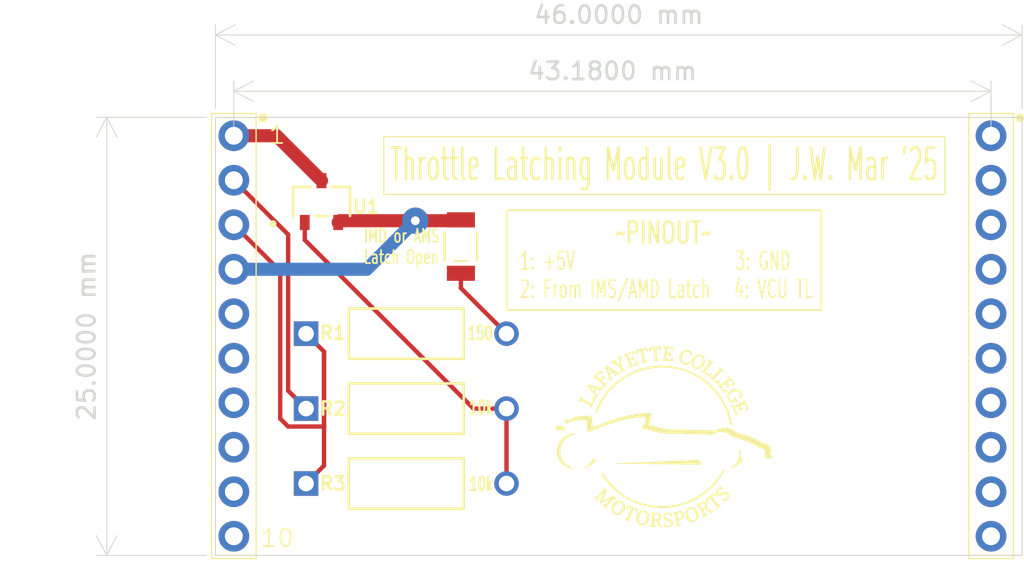
<source format=kicad_pcb>
(kicad_pcb (version 20240108) (generator "pcbnew") (generator_version "8.0")
  (layers (0 "F.Cu" signal) (31 "B.Cu" signal) (34 "B.Paste" user) (35 "F.Paste" user) (36 "B.SilkS" user "B.Silkscreen") (37 "F.SilkS" user "F.Silkscreen") (38 "B.Mask" user) (39 "F.Mask" user) (44 "Edge.Cuts" user))
  (net 0 "")
  (net 7 "Net-(D1-A)")
  (net 8 "Net-(D1-K)")
  (net 9 "Net-(J1-Pad3)")
  (net 10 "Net-(J1-Pad2)")
  (net 11 "Net-(U1-D)")
  (net 12 "Net-(U1-G)")
  (footprint "CF14JT10K0:STA_CF14_STP" (layer "F.Cu") (at 26.67 38.1234)
    (property "Reference" "R2")
    (property "Value" "10k")
  )
  (footprint "CF14JT10K0:STA_CF14_STP" (layer "F.Cu") (at 26.67 42.4)
    (property "Reference" "R3")
    (property "Value" "10k")
  )
  (footprint "PH1-10-UA:1X10-2.54MM-THT" (layer "F.Cu") (at 22.55 22.55 -90)
    (property "Reference" "J1" (hide yes))
    (property "Value" "PH1-10-UA")
  )
  (footprint "LED:LED_AP3216SYD_KNB" (layer "F.Cu") (at 35.5 28.876 90)
    (property "Reference" "D1" (hide yes))
    (property "Value" "LED (Test)" (hide yes))
  )
  (footprint "CF14JT10K0:STA_CF14_STP" (layer "F.Cu") (at 26.67 33.8468)
    (property "Reference" "R1")
    (property "Value" "150R")
  )
  (footprint "SOC:SOT23_INF" (layer "F.Cu") (at 27.5475 26.3062)
    (property "Reference" "U1")
    (property "Value" "IRLML2060TRPBF")
  )
  (footprint "PH1-10-UA:1X10-2.54MM-THT" (layer "F.Cu") (at 65.73 22.55 -90)
    (property "Reference" "J2" (hide yes))
    (property "Value" "PH1-10-UA")
  )
  (gr_poly (pts (xy 46.074555 34.646884) (xy 46.067773 34.647544) (xy 46.060531 34.648734) (xy 45.993694 34.66228) (xy 45.927017 34.676646) (xy 45.794024 34.707225) (xy 45.528689 34.771494) (xy 45.522627 34.773128) (xy 45.516751 34.775078) (xy 45.511098 34.77735) (xy 45.505708 34.77995) (xy 45.50062 34.782886) (xy 45.498201 34.784481) (xy 45.495872 34.786162) (xy 45.493638 34.787931) (xy 45.491504 34.789787) (xy 45.489475 34.791732) (xy 45.487555 34.793766) (xy 45.485749 34.795891) (xy 45.484063 34.798106) (xy 45.482501 34.800414) (xy 45.481068 34.802814) (xy 45.479769 34.805307) (xy 45.478608 34.807895) (xy 45.477592 34.810578) (xy 45.476724 34.813357) (xy 45.476009 34.816232) (xy 45.475452 34.819205) (xy 45.475059 34.822277) (xy 45.474834 34.825447) (xy 45.474781 34.828718) (xy 45.474907 34.832089) (xy 45.475215 34.835562) (xy 45.47571 34.839137) (xy 45.477195 34.849316) (xy 45.478427 34.859658) (xy 45.480498 34.880637) (xy 45.482666 34.901687) (xy 45.484018 34.912116) (xy 45.485672 34.922418) (xy 45.487721 34.932543) (xy 45.490256 34.942443) (xy 45.493372 34.952069) (xy 45.497161 34.961373) (xy 45.501714 34.970306) (xy 45.504307 34.974619) (xy 45.507125 34.97882) (xy 45.510182 34.982905) (xy 45.513487 34.986867) (xy 45.517053 34.990699) (xy 45.520892 34.994397) (xy 45.523609 34.996688) (xy 45.526392 34.998678) (xy 45.529229 35.000375) (xy 45.532111 35.001786) (xy 45.535027 35.00292) (xy 45.537966 35.003786) (xy 45.540919 35.004391) (xy 45.543874 35.004744) (xy 45.546822 35.004854) (xy 45.549753 35.004728) (xy 45.552655 35.004374) (xy 45.555519 35.003802) (xy 45.558334 35.003019) (xy 45.56109 35.002033) (xy 45.563776 35.000853) (xy 45.566382 34.999487) (xy 45.568899 34.997944) (xy 45.571314 34.996231) (xy 45.573619 34.994357) (xy 45.575802 34.99233) (xy 45.577854 34.990158) (xy 45.579763 34.98785) (xy 45.581521 34.985415) (xy 45.583115 34.982859) (xy 45.584537 34.980192) (xy 45.585775 34.977421) (xy 45.586819 34.974556) (xy 45.587659 34.971603) (xy 45.588285 34.968573) (xy 45.588686 34.965472) (xy 45.588851 34.962309) (xy 45.588771 34.959093) (xy 45.588041 34.944725) (xy 45.587772 34.93084) (xy 45.588064 34.917506) (xy 45.589016 34.904792) (xy 45.590729 34.892767) (xy 45.593301 34.8815) (xy 45.59494 34.876171) (xy 45.596832 34.871058) (xy 45.598988 34.866169) (xy 45.601422 34.861512) (xy 45.604145 34.857096) (xy 45.60717 34.85293) (xy 45.61051 34.849022) (xy 45.614177 34.84538) (xy 45.618183 34.842014) (xy 45.622541 34.838931) (xy 45.627263 34.836141) (xy 45.632362 34.833652) (xy 45.63785 34.831473) (xy 45.64374 34.829612) (xy 45.650044 34.828077) (xy 45.656775 34.826879) (xy 45.663944 34.826024) (xy 45.671565 34.825522) (xy 45.67965 34.825381) (xy 45.688211 34.825609) (xy 45.696629 34.826272) (xy 45.704354 34.827416) (xy 45.711419 34.829017) (xy 45.717858 34.831052) (xy 45.723704 34.833498) (xy 45.72899 34.836333) (xy 45.733751 34.839532) (xy 45.738019 34.843072) (xy 45.741828 34.846932) (xy 45.745211 34.851087) (xy 45.748202 34.855514) (xy 45.750834 34.860191) (xy 45.75314 34.865093) (xy 45.755154 34.870199) (xy 45.75691 34.875485) (xy 45.75844 34.880927) (xy 45.760958 34.89219) (xy 45.762976 34.903802) (xy 45.766581 34.927335) (xy 45.768701 34.938887) (xy 45.769958 34.944528) (xy 45.771391 34.950048) (xy 45.773033 34.955424) (xy 45.774917 34.960634) (xy 45.777077 34.965653) (xy 45.779546 34.970459) (xy 45.780178 34.971705) (xy 45.780718 34.973019) (xy 45.781178 34.974409) (xy 45.781571 34.975883) (xy 45.78191 34.977451) (xy 45.782207 34.97912) (xy 45.782476 34.9809) (xy 45.782729 34.982799) (xy 45.78384 34.991751) (xy 45.784205 34.994372) (xy 45.784632 34.997163) (xy 45.785132 35.000132) (xy 45.785718 35.003288) (xy 45.81703 35.13266) (xy 45.846256 35.255006) (xy 45.857129 35.302606) (xy 45.861178 35.322261) (xy 45.864196 35.339632) (xy 45.866103 35.355081) (xy 45.866614 35.362196) (xy 45.866818 35.368966) (xy 45.866705 35.375436) (xy 45.866264 35.38165) (xy 45.865485 35.387653) (xy 45.864359 35.39349) (xy 45.862875 35.399207) (xy 45.861023 35.404849) (xy 45.858795 35.41046) (xy 45.856178 35.416085) (xy 45.853165 35.42177) (xy 45.849744 35.42756) (xy 45.84164 35.439634) (xy 45.831786 35.452666) (xy 45.820104 35.467016) (xy 45.790934 35.501116) (xy 45.797786 35.504552) (xy 45.805237 35.507571) (xy 45.813257 35.510177) (xy 45.821815 35.512374) (xy 45.840423 35.51556) (xy 45.860819 35.517164) (xy 45.882757 35.517224) (xy 45.905996 35.515776) (xy 45.93029 35.512854) (xy 45.955397 35.508495) (xy 45.981072 35.502736) (xy 46.007072 35.495612) (xy 46.033153 35.487159) (xy 46.059072 35.477413) (xy 46.084584 35.466411) (xy 46.109447 35.454187) (xy 46.133416 35.440779) (xy 46.156247 35.426223) (xy 46.136566 35.422875) (xy 46.118451 35.418653) (xy 46.101831 35.413597) (xy 46.086635 35.407746) (xy 46.072792 35.401141) (xy 46.060232 35.39382) (xy 46.048883 35.385824) (xy 46.038674 35.377192) (xy 46.029534 35.367964) (xy 46.021392 35.35818) (xy 46.014178 35.34788) (xy 46.00782 35.337103) (xy 46.002247 35.325889) (xy 45.997389 35.314278) (xy 45.993173 35.30231) (xy 45.989531 35.290025) (xy 45.986389 35.277461) (xy 45.983678 35.264659) (xy 45.979262 35.238501) (xy 45.972472 35.185075) (xy 45.968961 35.158445) (xy 45.964616 35.132293) (xy 45.961953 35.119496) (xy 45.958869 35.106938) (xy 45.955292 35.094659) (xy 45.951152 35.082699) (xy 45.946388 35.06955) (xy 45.941944 35.056279) (xy 45.9339 35.029414) (xy 45.926786 35.002196) (xy 45.920369 34.974718) (xy 45.896996 34.864083) (xy 45.895398 34.856415) (xy 45.894097 34.848845) (xy 45.893149 34.841399) (xy 45.89261 34.834099) (xy 45.892538 34.826972) (xy 45.892987 34.820042) (xy 45.893425 34.816658) (xy 45.894014 34.813333) (xy 45.894763 34.810069) (xy 45.895677 34.80687) (xy 45.896763 34.803739) (xy 45.89803 34.800678) (xy 45.899483 34.797691) (xy 45.90113 34.794781) (xy 45.902977 34.791952) (xy 45.905033 34.789205) (xy 45.907303 34.786544) (xy 45.909796 34.783973) (xy 45.912517 34.781494) (xy 45.915474 34.77911) (xy 45.918675 34.776825) (xy 45.922125 34.774642) (xy 45.925833 34.772563) (xy 45.929804 34.770592) (xy 45.934047 34.768732) (xy 45.938568 34.766985) (xy 45.954758 34.761376) (xy 45.962684 34.758949) (xy 45.970482 34.756891) (xy 45.978144 34.75529) (xy 45.985657 34.754233) (xy 45.993013 34.753809) (xy 45.996628 34.753861) (xy 46.0002 34.754105) (xy 46.003727 34.75455) (xy 46.007208 34.755209) (xy 46.010642 34.756091) (xy 46.014027 34.757208) (xy 46.017362 34.758572) (xy 46.020646 34.760192) (xy 46.023878 34.76208) (xy 46.027055 34.764247) (xy 46.030178 34.766704) (xy 46.033244 34.769462) (xy 46.036252 34.772531) (xy 46.039201 34.775923) (xy 46.04209 34.779649) (xy 46.044917 34.78372) (xy 46.047681 34.788147) (xy 46.050381 34.79294) (xy 46.065057 34.822247) (xy 46.069003 34.829542) (xy 46.073195 34.836529) (xy 46.077703 34.84306) (xy 46.080096 34.846109) (xy 46.082594 34.848988) (xy 46.085204 34.85168) (xy 46.087936 34.854166) (xy 46.090797 34.856427) (xy 46.093797 34.858445) (xy 46.096943 34.860201) (xy 46.100245 34.861678) (xy 46.103711 34.862856) (xy 46.107349 34.863718) (xy 46.111167 34.864244) (xy 46.115176 34.864416) (xy 46.119382 34.864216) (xy 46.123794 34.863626) (xy 46.128421 34.862627) (xy 46.133272 34.8612) (xy 46.138355 34.859327) (xy 46.143678 34.856989) (xy 46.147662 34.854941) (xy 46.151236 34.852768) (xy 46.154418 34.850475) (xy 46.157225 34.848071) (xy 46.159673 34.84556) (xy 46.161779 34.842951) (xy 46.16356 34.840248) (xy 46.165034 34.837459) (xy 46.166216 34.83459) (xy 46.167124 34.831647) (xy 46.167776 34.828638) (xy 46.168187 34.825567) (xy 46.168374 34.822443) (xy 46.168355 34.819271) (xy 46.168147 34.816058) (xy 46.167766 34.81281) (xy 46.167229 34.809534) (xy 46.166554 34.806236) (xy 46.164854 34.7996) (xy 46.162802 34.792954) (xy 46.160534 34.786351) (xy 46.155887 34.773476) (xy 46.153779 34.767309) (xy 46.151995 34.76139) (xy 46.149614 34.751781) (xy 46.147452 34.74167) (xy 46.143213 34.720671) (xy 46.140853 34.710144) (xy 46.138142 34.699838) (xy 46.134939 34.689935) (xy 46.131103 34.680615) (xy 46.128902 34.67623) (xy 46.126489 34.672059) (xy 46.123847 34.668124) (xy 46.120958 34.664448) (xy 46.117804 34.661053) (xy 46.114366 34.657962) (xy 46.110628 34.655198) (xy 46.106572 34.652782) (xy 46.10218 34.650738) (xy 46.097434 34.649089) (xy 46.092316 34.647856) (xy 46.086808 34.647063) (xy 46.080894 34.646731)) (fill solid) (layer "F.SilkS"))
  (gr_poly (pts (xy 44.64226 35.136147) (xy 44.633909 35.136688) (xy 44.625569 35.1376) (xy 44.617243 35.13888) (xy 44.608934 35.140525) (xy 44.592382 35.144897) (xy 44.575938 35.15069) (xy 44.55963 35.157881) (xy 44.543482 35.166445) (xy 44.527522 35.176356) (xy 44.511777 35.187591) (xy 44.496271 35.200125) (xy 44.481032 35.213932) (xy 44.466086 35.228989) (xy 44.451459 35.245271) (xy 44.437177 35.262753) (xy 44.458343 35.277048) (xy 44.468122 35.284152) (xy 44.477374 35.291254) (xy 44.486108 35.298374) (xy 44.494332 35.305534) (xy 44.502053 35.312753) (xy 44.509279 35.320053) (xy 44.516018 35.327453) (xy 44.522278 35.334975) (xy 44.528066 35.342638) (xy 44.53339 35.350465) (xy 44.538258 35.358474) (xy 44.542678 35.366686) (xy 44.546657 35.375123) (xy 44.550203 35.383804) (xy 44.553324 35.392751) (xy 44.556029 35.401983) (xy 44.558323 35.411521) (xy 44.560216 35.421387) (xy 44.561715 35.431599) (xy 44.562828 35.442179) (xy 44.563563 35.453148) (xy 44.563927 35.464526) (xy 44.563928 35.476333) (xy 44.563574 35.48859) (xy 44.562873 35.501318) (xy 44.561832 35.514537) (xy 44.558763 35.54253) (xy 44.554429 35.572735) (xy 44.538879 35.56836) (xy 44.52429 35.563882) (xy 44.510483 35.55919) (xy 44.497274 35.554171) (xy 44.484484 35.548712) (xy 44.471929 35.542703) (xy 44.45943 35.536029) (xy 44.446803 35.52858) (xy 44.433869 35.520244) (xy 44.420446 35.510907) (xy 44.406351 35.500458) (xy 44.391405 35.488785) (xy 44.375425 35.475775) (xy 44.35823 35.461316) (xy 44.319469 35.427604) (xy 44.318107 35.423944) (xy 44.317212 35.420438) (xy 44.316754 35.417076) (xy 44.316699 35.413848) (xy 44.317017 35.410742) (xy 44.317677 35.407748) (xy 44.318645 35.404856) (xy 44.319892 35.402056) (xy 44.321386 35.399337) (xy 44.323094 35.396688) (xy 44.324986 35.394099) (xy 44.32703 35.391559) (xy 44.331447 35.386586) (xy 44.336093 35.381685) (xy 44.340716 35.376772) (xy 44.345063 35.371763) (xy 44.347054 35.369197) (xy 44.348882 35.366575) (xy 44.350515 35.363888) (xy 44.351921 35.361124) (xy 44.353069 35.358273) (xy 44.353927 35.355325) (xy 44.354464 35.352269) (xy 44.354648 35.349095) (xy 44.354448 35.345792) (xy 44.353832 35.342349) (xy 44.352769 35.338757) (xy 44.351227 35.335005) (xy 44.347567 35.330588) (xy 44.342954 35.327107) (xy 44.337446 35.324532) (xy 44.331102 35.322833) (xy 44.323978 35.321979) (xy 44.316132 35.321941) (xy 44.307622 35.322687) (xy 44.298505 35.324188) (xy 44.28884 35.326414) (xy 44.278684 35.329333) (xy 44.25713 35.337133) (xy 44.234304 35.347346) (xy 44.210669 35.35973) (xy 44.186685 35.374041) (xy 44.162814 35.390038) (xy 44.139518 35.407479) (xy 44.117259 35.426121) (xy 44.096498 35.445722) (xy 44.086823 35.455807) (xy 44.077696 35.46604) (xy 44.069174 35.476392) (xy 44.061316 35.486832) (xy 44.054178 35.49733) (xy 44.047818 35.507856) (xy 44.066713 35.50834) (xy 44.085159 35.509666) (xy 44.103178 35.511797) (xy 44.12079 35.514695) (xy 44.138017 35.518324) (xy 44.154881 35.522647) (xy 44.171402 35.527628) (xy 44.187603 35.53323) (xy 44.219126 35.546147) (xy 44.249623 35.561105) (xy 44.279263 35.577809) (xy 44.308219 35.595966) (xy 44.336659 35.615281) (xy 44.364756 35.635459) (xy 44.420604 35.677228) (xy 44.477128 35.718918) (xy 44.506071 35.738998) (xy 44.535696 35.758176) (xy 44.561347 35.792297) (xy 44.573727 35.809188) (xy 44.58543 35.826025) (xy 44.596173 35.842854) (xy 44.605671 35.859722) (xy 44.609864 35.868184) (xy 44.61364 35.876673) (xy 44.616962 35.885193) (xy 44.619795 35.893752) (xy 44.622104 35.902355) (xy 44.623852 35.911006) (xy 44.625005 35.919713) (xy 44.625527 35.92848) (xy 44.625382 35.937314) (xy 44.624535 35.946219) (xy 44.622951 35.955202) (xy 44.620593 35.964269) (xy 44.617426 35.973425) (xy 44.613415 35.982675) (xy 44.608524 35.992026) (xy 44.602717 36.001483) (xy 44.59596 36.011052) (xy 44.588216 36.020739) (xy 44.57945 36.030548) (xy 44.569626 36.040487) (xy 44.579189 36.041999) (xy 44.589156 36.042857) (xy 44.599492 36.04308) (xy 44.610163 36.042688) (xy 44.632375 36.040135) (xy 44.655522 36.035353) (xy 44.679332 36.028498) (xy 44.703534 36.019725) (xy 44.727857 36.009189) (xy 44.752031 35.997046) (xy 44.775783 35.983451) (xy 44.798843 35.968561) (xy 44.820939 35.952529) (xy 44.841801 35.935512) (xy 44.861157 35.917665) (xy 44.878737 35.899143) (xy 44.894268 35.880102) (xy 44.90748 35.860698) (xy 44.885203 35.860167) (xy 44.86433 35.858623) (xy 44.844812 35.856102) (xy 44.826601 35.852638) (xy 44.809648 35.848264) (xy 44.793903 35.843015) (xy 44.779317 35.836926) (xy 44.76584 35.83003) (xy 44.753425 35.822362) (xy 44.742021 35.813956) (xy 44.73158 35.804846) (xy 44.722052 35.795068) (xy 44.713388 35.784654) (xy 44.705539 35.773639) (xy 44.698456 35.762058) (xy 44.69209 35.749945) (xy 44.686391 35.737334) (xy 44.681311 35.724259) (xy 44.6768 35.710755) (xy 44.67281 35.696855) (xy 44.666192 35.668009) (xy 44.661066 35.637993) (xy 44.657037 35.607082) (xy 44.653712 35.575551) (xy 44.647604 35.511724) (xy 44.635669 35.416081) (xy 44.632983 35.392313) (xy 44.630878 35.368639) (xy 44.629583 35.345074) (xy 44.629329 35.321637) (xy 44.630346 35.298345) (xy 44.632864 35.275217) (xy 44.637114 35.252269) (xy 44.639961 35.240869) (xy 44.643327 35.22952) (xy 44.647241 35.218225) (xy 44.651732 35.206987) (xy 44.656829 35.195806) (xy 44.66256 35.184687) (xy 44.668955 35.17363) (xy 44.676042 35.162639) (xy 44.683849 35.151714) (xy 44.692406 35.140859) (xy 44.68406 35.139111) (xy 44.675705 35.137751) (xy 44.667344 35.136778) (xy 44.658981 35.136189) (xy 44.650618 35.135979)) (fill solid) (layer "F.SilkS"))
  (gr_poly (pts (xy 51.115465 36.997905) (xy 51.096418 36.999172) (xy 51.077541 37.001234) (xy 51.058857 37.004074) (xy 51.040385 37.007678) (xy 51.022146 37.012029) (xy 50.986449 37.022907) (xy 50.951933 37.036582) (xy 50.918762 37.052927) (xy 50.887102 37.071812) (xy 50.857118 37.093112) (xy 50.828974 37.116698) (xy 50.802837 37.142442) (xy 50.778872 37.170218) (xy 50.757243 37.199897) (xy 50.738117 37.231352) (xy 50.729544 37.247705) (xy 50.721658 37.264455) (xy 50.71448 37.281584) (xy 50.708031 37.299078) (xy 50.702332 37.31692) (xy 50.697403 37.335095) (xy 50.694157 37.350098) (xy 50.691734 37.36548) (xy 50.690112 37.381196) (xy 50.689272 37.397207) (xy 50.68986 37.429942) (xy 50.693342 37.463352) (xy 50.699559 37.4971) (xy 50.708353 37.530853) (xy 50.719569 37.564276) (xy 50.733048 37.597035) (xy 50.748634 37.628795) (xy 50.766168 37.659221) (xy 50.785494 37.687979) (xy 50.806454 37.714735) (xy 50.828891 37.739154) (xy 50.852647 37.760901) (xy 50.864971 37.770668) (xy 50.877565 37.779642) (xy 50.890411 37.78778) (xy 50.903488 37.795042) (xy 50.907853 37.797194) (xy 50.912155 37.799116) (xy 50.916398 37.800813) (xy 50.920585 37.802292) (xy 50.924717 37.803558) (xy 50.928797 37.804619) (xy 50.932829 37.80548) (xy 50.936814 37.806147) (xy 50.940755 37.806627) (xy 50.944654 37.806926) (xy 50.948516 37.80705) (xy 50.95234 37.807005) (xy 50.959892 37.806434) (xy 50.967329 37.805263) (xy 50.974673 37.803542) (xy 50.981945 37.80132) (xy 50.989164 37.798646) (xy 50.996352 37.795572) (xy 51.003528 37.792145) (xy 51.010714 37.788417) (xy 51.025197 37.780252) (xy 51.051236 37.764581) (xy 51.064349 37.756723) (xy 51.077637 37.749113) (xy 51.091182 37.741946) (xy 51.105069 37.735418) (xy 51.119381 37.729725) (xy 51.126722 37.727253) (xy 51.134201 37.725063) (xy 51.141828 37.723179) (xy 51.149614 37.721627) (xy 51.157568 37.720431) (xy 51.165702 37.719615) (xy 51.174026 37.719203) (xy 51.18255 37.719221) (xy 51.191284 37.719692) (xy 51.20024 37.720642) (xy 51.209427 37.722094) (xy 51.218857 37.724073) (xy 51.228539 37.726604) (xy 51.238484 37.729711) (xy 51.248703 37.733418) (xy 51.259205 37.737751) (xy 51.270002 37.742733) (xy 51.281103 37.74839) (xy 51.261951 37.699518) (xy 51.243121 37.653693) (xy 51.23349 37.631812) (xy 51.223536 37.610559) (xy 51.213124 37.58989) (xy 51.202118 37.569759) (xy 51.190385 37.550123) (xy 51.17779 37.530937) (xy 51.164198 37.512155) (xy 51.149475 37.493734) (xy 51.133485 37.475629) (xy 51.116094 37.457795) (xy 51.097168 37.440187) (xy 51.076571 37.422762) (xy 51.079318 37.46167) (xy 51.080199 37.479747) (xy 51.080568 37.496936) (xy 51.080287 37.513259) (xy 51.079219 37.528738) (xy 51.077225 37.543397) (xy 51.074168 37.557258) (xy 51.072197 37.563895) (xy 51.06991 37.570342) (xy 51.067287 37.576601) (xy 51.064313 37.582673) (xy 51.060969 37.588564) (xy 51.05724 37.594274) (xy 51.053106 37.599807) (xy 51.048552 37.605166) (xy 51.04356 37.610353) (xy 51.038112 37.615372) (xy 51.032192 37.620224) (xy 51.025783 37.624914) (xy 51.018866 37.629443) (xy 51.011426 37.633815) (xy 51.003443 37.638032) (xy 50.994903 37.642098) (xy 50.979823 37.648527) (xy 50.965659 37.653741) (xy 50.952357 37.657732) (xy 50.946011 37.659266) (xy 50.93986 37.660492) (xy 50.933897 37.661408) (xy 50.928115 37.662014) (xy 50.922507 37.662308) (xy 50.917066 37.66229) (xy 50.911785 37.661957) (xy 50.906658 37.661311) (xy 50.901677 37.660349) (xy 50.896837 37.65907) (xy 50.892128 37.657474) (xy 50.887546 37.655559) (xy 50.883083 37.653325) (xy 50.878732 37.65077) (xy 50.874487 37.647894) (xy 50.87034 37.644696) (xy 50.866285 37.641174) (xy 50.862314 37.637328) (xy 50.858421 37.633156) (xy 50.854599 37.628658) (xy 50.847141 37.618679) (xy 50.839884 37.607383) (xy 50.832774 37.594761) (xy 50.826155 37.581749) (xy 50.820103 37.568657) (xy 50.814655 37.555472) (xy 50.809847 37.542179) (xy 50.805716 37.528765) (xy 50.802298 37.515217) (xy 50.799629 37.50152) (xy 50.797746 37.487661) (xy 50.796685 37.473626) (xy 50.796483 37.459402) (xy 50.797176 37.444974) (xy 50.798801 37.43033) (xy 50.801393 37.415454) (xy 50.80499 37.400335) (xy 50.809627 37.384957) (xy 50.815342 37.369308) (xy 50.82214 37.35647) (xy 50.829214 37.344085) (xy 50.836559 37.332142) (xy 50.844168 37.320633) (xy 50.852036 37.309549) (xy 50.860156 37.29888) (xy 50.868522 37.288618) (xy 50.877127 37.278753) (xy 50.885967 37.269276) (xy 50.895034 37.260177) (xy 50.904323 37.251448) (xy 50.913827 37.24308) (xy 50.933458 37.227388) (xy 50.953877 37.213028) (xy 50.975036 37.199927) (xy 50.996885 37.188011) (xy 51.019375 37.177207) (xy 51.042458 37.167441) (xy 51.066085 37.158641) (xy 51.090207 37.150733) (xy 51.114774 37.143644) (xy 51.139738 37.1373) (xy 51.16033 37.133113) (xy 51.180473 37.130471) (xy 51.200148 37.129361) (xy 51.219339 37.12977) (xy 51.238028 37.131687) (xy 51.256199 37.135099) (xy 51.273834 37.139994) (xy 51.290916 37.14636) (xy 51.307428 37.154186) (xy 51.323354 37.163458) (xy 51.338674 37.174164) (xy 51.353374 37.186293) (xy 51.367434 37.199832) (xy 51.380839 37.214769) (xy 51.393572 37.231092) (xy 51.405614 37.248789) (xy 51.412616 37.260028) (xy 51.41924 37.271272) (xy 51.425346 37.282512) (xy 51.430797 37.293741) (xy 51.435453 37.304949) (xy 51.439177 37.316128) (xy 51.440645 37.321704) (xy 51.441829 37.32727) (xy 51.44271 37.332823) (xy 51.443271 37.338365) (xy 51.443495 37.343892) (xy 51.443364 37.349405) (xy 51.442862 37.354902) (xy 51.441971 37.360382) (xy 51.440673 37.365844) (xy 51.438951 37.371287) (xy 51.436789 37.37671) (xy 51.434168 37.382112) (xy 51.431072 37.387492) (xy 51.427482 37.392848) (xy 51.423382 37.39818) (xy 51.418755 37.403486) (xy 51.413582 37.408766) (xy 51.407848 37.414018) (xy 51.401534 37.419241) (xy 51.394622 37.424435) (xy 51.389756 37.428087) (xy 51.385085 37.43194) (xy 51.380667 37.435993) (xy 51.378571 37.438093) (xy 51.37656 37.440243) (xy 51.37464 37.442441) (xy 51.37282 37.444687) (xy 51.371105 37.446982) (xy 51.369503 37.449325) (xy 51.368022 37.451714) (xy 51.366668 37.454152) (xy 51.365448 37.456636) (xy 51.364371 37.459166) (xy 51.363441 37.461743) (xy 51.362668 37.464366) (xy 51.362058 37.467035) (xy 51.361617 37.469749) (xy 51.361354 37.472508) (xy 51.361275 37.475312) (xy 51.361388 37.47816) (xy 51.361699 37.481053) (xy 51.362216 37.48399) (xy 51.362945 37.48697) (xy 51.363895 37.489994) (xy 51.365071 37.49306) (xy 51.366482 37.49617) (xy 51.368134 37.499321) (xy 51.370034 37.502515) (xy 51.37219 37.505751) (xy 51.374518 37.508901) (xy 51.376872 37.511764) (xy 51.379251 37.51435) (xy 51.381656 37.516668) (xy 51.384085 37.518727) (xy 51.386538 37.520538) (xy 51.389013 37.522109) (xy 51.39151 37.523451) (xy 51.394029 37.524573) (xy 51.396569 37.525485) (xy 51.399128 37.526196) (xy 51.401707 37.526715) (xy 51.404305 37.527053) (xy 51.40692 37.527219) (xy 51.409552 37.527222) (xy 51.412201 37.527072) (xy 51.414866 37.526779) (xy 51.417546 37.526352) (xy 51.420239 37.525801) (xy 51.422947 37.525135) (xy 51.4284 37.523497) (xy 51.433898 37.521517) (xy 51.439437 37.519269) (xy 51.44501 37.51683) (xy 51.456237 37.511689) (xy 51.470366 37.504855) (xy 51.48348 37.497722) (xy 51.495548 37.490231) (xy 51.501178 37.486334) (xy 51.506534 37.482326) (xy 51.511611 37.4782) (xy 51.516406 37.473949) (xy 51.520913 37.469566) (xy 51.525129 37.465044) (xy 51.52905 37.460375) (xy 51.532671 37.455553) (xy 51.535989 37.45057) (xy 51.538998 37.44542) (xy 51.541695 37.440094) (xy 51.544075 37.434587) (xy 51.546135 37.42889) (xy 51.54787 37.422997) (xy 51.549276 37.4169) (xy 51.550349 37.410593) (xy 51.551085 37.404068) (xy 51.551478 37.397318) (xy 51.551526 37.390336) (xy 51.551224 37.383115) (xy 51.550568 37.375648) (xy 51.549553 37.367927) (xy 51.548176 37.359946) (xy 51.546431 37.351697) (xy 51.544316 37.343174) (xy 51.541825 37.334368) (xy 51.5292 37.296525) (xy 51.514569 37.260541) (xy 51.497997 37.226499) (xy 51.479546 37.19448) (xy 51.459279 37.164563) (xy 51.448485 37.150419) (xy 51.437261 37.136831) (xy 51.425615 37.123809) (xy 51.413555 37.111364) (xy 51.401088 37.099505) (xy 51.388223 37.088243) (xy 51.374968 37.077587) (xy 51.36133 37.067548) (xy 51.347317 37.058137) (xy 51.332938 37.049362) (xy 51.318199 37.041235) (xy 51.30311 37.033765) (xy 51.287678 37.026963) (xy 51.271911 37.020838) (xy 51.255817 37.015401) (xy 51.239404 37.010662) (xy 51.222679 37.006631) (xy 51.205651 37.003318) (xy 51.188327 37.000733) (xy 51.170716 36.998886) (xy 51.152825 36.997788) (xy 51.134663 36.997449)) (fill solid) (layer "F.SilkS"))
  (gr_poly (pts (xy 46.347869 44.056364) (xy 46.346613 44.056577) (xy 46.345378 44.056897) (xy 46.344168 44.057322) (xy 46.342984 44.05785) (xy 46.34183 44.058482) (xy 46.340707 44.059215) (xy 46.339618 44.060048) (xy 46.338565 44.060979) (xy 46.337551 44.062008) (xy 46.336578 44.063132) (xy 46.335648 44.064351) (xy 46.334764 44.065663) (xy 46.333927 44.067067) (xy 46.333142 44.068561) (xy 46.332409 44.070144) (xy 46.331731 44.071816) (xy 46.331111 44.073573) (xy 46.330551 44.075415) (xy 46.330052 44.077342) (xy 46.329619 44.07935) (xy 46.329253 44.081439) (xy 46.328955 44.083608) (xy 46.32873 44.085855) (xy 46.328579 44.088179) (xy 46.328504 44.090579) (xy 46.328508 44.093052) (xy 46.328593 44.095599) (xy 46.328761 44.098217) (xy 46.329016 44.100904) (xy 46.329358 44.103661) (xy 46.34019 44.107064) (xy 46.350191 44.110803) (xy 46.359391 44.114866) (xy 46.367819 44.119244) (xy 46.375503 44.123925) (xy 46.382472 44.1289) (xy 46.388755 44.134159) (xy 46.394381 44.13969) (xy 46.399378 44.145482) (xy 46.403775 44.151527) (xy 46.407601 44.157812) (xy 46.410885 44.164329) (xy 46.413655 44.171065) (xy 46.415941 44.178011) (xy 46.417771 44.185156) (xy 46.419173 44.19249) (xy 46.420177 44.200003) (xy 46.420812 44.207683) (xy 46.421105 44.21552) (xy 46.421087 44.223504) (xy 46.420228 44.239871) (xy 46.418467 44.2567) (xy 46.416032 44.273906) (xy 46.413155 44.291407) (xy 46.406993 44.326954) (xy 46.404033 44.346698) (xy 46.401688 44.366492) (xy 46.399873 44.386332) (xy 46.398504 44.406213) (xy 46.396766 44.446083) (xy 46.395799 44.486066) (xy 46.394927 44.526124) (xy 46.393475 44.566222) (xy 46.390767 44.606323) (xy 46.388732 44.626364) (xy 46.386129 44.646392) (xy 46.381722 44.675593) (xy 46.379292 44.689584) (xy 46.37655 44.703089) (xy 46.373371 44.716047) (xy 46.369635 44.728397) (xy 46.365219 44.740079) (xy 46.36 44.751033) (xy 46.357052 44.756217) (xy 46.353857 44.761197) (xy 46.350401 44.765965) (xy 46.346667 44.770512) (xy 46.342642 44.774832) (xy 46.338309 44.778917) (xy 46.333653 44.782759) (xy 46.328659 44.786351) (xy 46.323311 44.789685) (xy 46.317595 44.792753) (xy 46.311496 44.795549) (xy 46.304997 44.798065) (xy 46.298083 44.800292) (xy 46.29074 44.802224) (xy 46.282952 44.803852) (xy 46.274703 44.80517) (xy 46.27437 44.810062) (xy 46.274261 44.814665) (xy 46.274368 44.818988) (xy 46.274687 44.823043) (xy 46.275212 44.826838) (xy 46.275936 44.830385) (xy 46.276854 44.833693) (xy 46.27796 44.836773) (xy 46.279248 44.839634) (xy 46.280712 44.842288) (xy 46.282345 44.844745) (xy 46.284143 44.847014) (xy 46.286099 44.849105) (xy 46.288207 44.85103) (xy 46.290461 44.852798) (xy 46.292855 44.854419) (xy 46.295384 44.855904) (xy 46.298042 44.857263) (xy 46.300822 44.858506) (xy 46.303719 44.859644) (xy 46.306726 44.860686) (xy 46.309838 44.861642) (xy 46.316353 44.86334) (xy 46.323215 44.86482) (xy 46.330378 44.866163) (xy 46.345416 44.868766) (xy 46.363219 44.867384) (xy 46.380944 44.866938) (xy 46.398636 44.867225) (xy 46.416342 44.868042) (xy 46.488254 44.872569) (xy 46.506738 44.873004) (xy 46.525517 44.872755) (xy 46.54464 44.871621) (xy 46.564152 44.869399) (xy 46.584101 44.865886) (xy 46.604533 44.860881) (xy 46.614946 44.857756) (xy 46.625496 44.854181) (xy 46.636192 44.850132) (xy 46.647037 44.845584) (xy 46.63412 44.841027) (xy 46.622034 44.836253) (xy 46.610753 44.831268) (xy 46.600257 44.826076) (xy 46.590521 44.820684) (xy 46.581522 44.815096) (xy 46.573237 44.809319) (xy 46.565643 44.803358) (xy 46.558718 44.797219) (xy 46.552437 44.790906) (xy 46.546777 44.784425) (xy 46.541716 44.777783) (xy 46.537231 44.770983) (xy 46.533298 44.764033) (xy 46.529894 44.756936) (xy 46.526995 44.7497) (xy 46.52458 44.742329) (xy 46.522625 44.734828) (xy 46.521106 44.727204) (xy 46.52 44.719462) (xy 46.519285 44.711606) (xy 46.518937 44.703644) (xy 46.518933 44.69558) (xy 46.51925 44.687419) (xy 46.520754 44.670832) (xy 46.523264 44.653925) (xy 46.526596 44.636742) (xy 46.530563 44.619329) (xy 46.532012 44.611774) (xy 46.532929 44.603871) (xy 46.533483 44.59573) (xy 46.533844 44.587462) (xy 46.534663 44.570988) (xy 46.53546 44.563003) (xy 46.53674 44.555335) (xy 46.537615 44.551654) (xy 46.538674 44.548093) (xy 46.539938 44.544667) (xy 46.54143 44.541388) (xy 46.543169 44.538272) (xy 46.545177 44.535332) (xy 46.547476 44.532582) (xy 46.550086 44.530035) (xy 46.553029 44.527705) (xy 46.556325 44.525607) (xy 46.559996 44.523754) (xy 46.564064 44.52216) (xy 46.568548 44.520839) (xy 46.573471 44.519804) (xy 46.578853 44.51907) (xy 46.584716 44.51865) (xy 46.594871 44.51856) (xy 46.60486 44.519154) (xy 46.614645 44.520428) (xy 46.624185 44.522382) (xy 46.633442 44.525014) (xy 46.642375 44.528321) (xy 46.650946 44.532301) (xy 46.659114 44.536953) (xy 46.66684 44.542275) (xy 46.670525 44.545186) (xy 46.674085 44.548264) (xy 46.677514 44.551509) (xy 46.680809 44.55492) (xy 46.683963 44.558497) (xy 46.686972 44.562239) (xy 46.689831 44.566148) (xy 46.692536 44.570221) (xy 46.69508 44.57446) (xy 46.69746 44.578863) (xy 46.69967 44.583431) (xy 46.701705 44.588163) (xy 46.703561 44.593059) (xy 46.705232 44.598119) (xy 46.75695 44.816623) (xy 46.76008 44.82623) (xy 46.763524 44.835353) (xy 46.767278 44.84399) (xy 46.771337 44.852138) (xy 46.775695 44.859794) (xy 46.780349 44.866957) (xy 46.785293 44.873623) (xy 46.790523 44.879789) (xy 46.796033 44.885454) (xy 46.80182 44.890615) (xy 46.807879 44.895268) (xy 46.814204 44.899413) (xy 46.820791 44.903045) (xy 46.827635 44.906162) (xy 46.834732 44.908763) (xy 46.842076 44.910843) (xy 46.849664 44.912401) (xy 46.857489 44.913434) (xy 46.865548 44.91394) (xy 46.873835 44.913915) (xy 46.882347 44.913358) (xy 46.891077 44.912266) (xy 46.900022 44.910636) (xy 46.909177 44.908465) (xy 46.918536 44.905752) (xy 46.928095 44.902493) (xy 46.93785 44.898685) (xy 46.947796 44.894327) (xy 46.957927 44.889416) (xy 46.968239 44.883949) (xy 46.978728 44.877924) (xy 46.989388 44.871337) (xy 46.975105 44.864243) (xy 46.962078 44.856524) (xy 46.950232 44.848216) (xy 46.939492 44.839356) (xy 46.929785 44.829978) (xy 46.921036 44.820118) (xy 46.91317 44.809812) (xy 46.906114 44.799097) (xy 46.899794 44.788006) (xy 46.894134 44.776578) (xy 46.889061 44.764846) (xy 46.8845 44.752846) (xy 46.876618 44.728189) (xy 46.869894 44.702892) (xy 46.857541 44.651519) (xy 46.850723 44.626015) (xy 46.842685 44.601015) (xy 46.838023 44.588793) (xy 46.832833 44.576803) (xy 46.827041 44.565083) (xy 46.820573 44.553666) (xy 46.813353 44.54259) (xy 46.805309 44.53189) (xy 46.796365 44.521601) (xy 46.786447 44.511759) (xy 46.798685 44.502235) (xy 46.810504 44.493218) (xy 46.832929 44.476202) (xy 46.843558 44.467956) (xy 46.853812 44.459719) (xy 46.863704 44.451367) (xy 46.873245 44.442775) (xy 46.882409 44.43375) (xy 46.890931 44.424416) (xy 46.898812 44.414798) (xy 46.906052 44.404924) (xy 46.912649 44.394818) (xy 46.918605 44.384507) (xy 46.923918 44.374016) (xy 46.928589 44.363372) (xy 46.932618 44.352601) (xy 46.936004 44.341728) (xy 46.938747 44.33078) (xy 46.940847 44.319782) (xy 46.942303 44.30876) (xy 46.942833 44.301581) (xy 46.802501 44.301581) (xy 46.80224 44.307807) (xy 46.801687 44.31392) (xy 46.800848 44.319918) (xy 46.799725 44.3258) (xy 46.798322 44.331564) (xy 46.796643 44.337206) (xy 46.794691 44.342726) (xy 46.792468 44.348121) (xy 46.78998 44.353389) (xy 46.787229 44.358529) (xy 46.784219 44.363538) (xy 46.780953 44.368414) (xy 46.777435 44.373155) (xy 46.773669 44.37776) (xy 46.769657 44.382225) (xy 46.765403 44.386551) (xy 46.756185 44.394771) (xy 46.746041 44.402403) (xy 46.735 44.409433) (xy 46.723089 44.415844) (xy 46.712978 44.420572) (xy 46.702337 44.425002) (xy 46.691278 44.429043) (xy 46.679914 44.432604) (xy 46.668358 44.435592) (xy 46.656722 44.437916) (xy 46.64512 44.439486) (xy 46.633664 44.440209) (xy 46.622467 44.439994) (xy 46.617001 44.439507) (xy 46.611641 44.438751) (xy 46.606403 44.437714) (xy 46.6013 44.436386) (xy 46.596346 44.434755) (xy 46.591556 44.43281) (xy 46.586943 44.430538) (xy 46.582522 44.42793) (xy 46.578306 44.424972) (xy 46.57431 44.421655) (xy 46.570548 44.417966) (xy 46.567034 44.413894) (xy 46.563781 44.409428) (xy 46.560805 44.404555) (xy 46.557668 44.398587) (xy 46.554833 44.392486) (xy 46.552291 44.38626) (xy 46.550036 44.379917) (xy 46.546348 44.366912) (xy 46.543704 44.353535) (xy 46.542039 44.339851) (xy 46.541287 44.325923) (xy 46.541382 44.311816) (xy 46.542259 44.297593) (xy 46.543853 44.283319) (xy 46.546097 44.269059) (xy 46.548927 44.254875) (xy 46.552277 44.240832) (xy 46.556081 44.226995) (xy 46.560274 44.213427) (xy 46.56479 44.200193) (xy 46.569563 44.187356) (xy 46.571796 44.182167) (xy 46.574275 44.177475) (xy 46.576993 44.17326) (xy 46.579942 44.169505) (xy 46.583114 44.166189) (xy 46.5865 44.163293) (xy 46.590093 44.160799) (xy 46.593884 44.158686) (xy 46.597866 44.156937) (xy 46.60203 44.155531) (xy 46.606368 44.15445) (xy 46.610872 44.153673) (xy 46.615534 44.153183) (xy 46.620347 44.15296) (xy 46.625301 44.152985) (xy 46.630389 44.153238) (xy 46.640933 44.154354) (xy 46.651916 44.156153) (xy 46.663273 44.158483) (xy 46.674938 44.16119) (xy 46.698936 44.167122) (xy 46.711139 44.170039) (xy 46.723393 44.17272) (xy 46.729818 44.175537) (xy 46.735979 44.178621) (xy 46.741874 44.181969) (xy 46.747503 44.185577) (xy 46.752863 44.189442) (xy 46.757953 44.193561) (xy 46.762773 44.19793) (xy 46.767319 44.202546) (xy 46.771592 44.207406) (xy 46.77559 44.212506) (xy 46.779311 44.217842) (xy 46.782754 44.223412) (xy 46.785918 44.229211) (xy 46.788801 44.235238) (xy 46.791401 44.241487) (xy 46.793718 44.247956) (xy 46.795906 44.255012) (xy 46.797776 44.26197) (xy 46.79933 44.26883) (xy 46.800573 44.27559) (xy 46.801508 44.282247) (xy 46.802139 44.288799) (xy 46.802469 44.295244) (xy 46.802501 44.301581) (xy 46.942833 44.301581) (xy 46.943116 44.297741) (xy 46.943286 44.28675) (xy 46.942812 44.275813) (xy 46.941694 44.264957) (xy 46.939932 44.254207) (xy 46.937526 44.243589) (xy 46.934475 44.233129) (xy 46.930779 44.222853) (xy 46.926439 44.212787) (xy 46.921454 44.202957) (xy 46.915823 44.193389) (xy 46.909547 44.184108) (xy 46.902626 44.175142) (xy 46.895059 44.166515) (xy 46.886847 44.158254) (xy 46.877988 44.150385) (xy 46.868483 44.142934) (xy 46.858331 44.135926) (xy 46.847533 44.129388) (xy 46.818418 44.114285) (xy 46.788854 44.101534) (xy 46.758883 44.09093) (xy 46.728543 44.082271) (xy 46.697876 44.075354) (xy 46.666921 44.069977) (xy 46.635719 44.065936) (xy 46.604311 44.063029) (xy 46.572737 44.061054) (xy 46.541036 44.059806) (xy 46.477417 44.058686) (xy 46.413778 44.058046) (xy 46.35044 44.056264) (xy 46.349146 44.056259)) (fill solid) (layer "F.SilkS"))
  (gr_poly (pts (xy 46.762592 34.57061) (xy 46.730537 34.573366) (xy 46.717286 34.574972) (xy 46.703934 34.576851) (xy 46.676384 34.58122) (xy 46.646792 34.58605) (xy 46.63089 34.588506) (xy 46.614069 34.590918) (xy 46.576378 34.592166) (xy 46.539573 34.592739) (xy 46.468178 34.593827) (xy 46.433369 34.595322) (xy 46.416139 34.596521) (xy 46.399006 34.598104) (xy 46.381956 34.600132) (xy 46.364977 34.602665) (xy 46.348054 34.605765) (xy 46.331174 34.609494) (xy 46.323239 34.611708) (xy 46.315527 34.614457) (xy 46.30805 34.617715) (xy 46.30082 34.621455) (xy 46.293849 34.625652) (xy 46.28715 34.630279) (xy 46.280733 34.635311) (xy 46.27461 34.64072) (xy 46.268795 34.646481) (xy 46.263298 34.652568) (xy 46.258131 34.658955) (xy 46.253307 34.665615) (xy 46.248837 34.672523) (xy 46.244734 34.679651) (xy 46.241008 34.686975) (xy 46.237673 34.694468) (xy 46.234739 34.702103) (xy 46.232219 34.709855) (xy 46.230125 34.717698) (xy 46.228469 34.725605) (xy 46.227262 34.733551) (xy 46.226516 34.741508) (xy 46.226244 34.749451) (xy 46.226457 34.757355) (xy 46.227168 34.765192) (xy 46.228387 34.772936) (xy 46.230128 34.780562) (xy 46.232401 34.788043) (xy 46.235219 34.795353) (xy 46.238594 34.802467) (xy 46.242537 34.809357) (xy 46.247061 34.815998) (xy 46.248675 34.818025) (xy 46.25048 34.820013) (xy 46.252457 34.82195) (xy 46.254588 34.823825) (xy 46.256854 34.825626) (xy 46.259237 34.827341) (xy 46.261718 34.828958) (xy 46.264278 34.830464) (xy 46.266899 34.831849) (xy 46.269562 34.8331) (xy 46.272248 34.834206) (xy 46.274939 34.835154) (xy 46.277616 34.835932) (xy 46.280261 34.83653) (xy 46.282854 34.836934) (xy 46.284126 34.83706) (xy 46.285378 34.837133) (xy 46.288466 34.837175) (xy 46.291467 34.837071) (xy 46.294381 34.836825) (xy 46.297207 34.83644) (xy 46.299944 34.835919) (xy 46.302592 34.835268) (xy 46.305151 34.83449) (xy 46.30762 34.833588) (xy 46.309998 34.832566) (xy 46.312285 34.831429) (xy 46.31448 34.830179) (xy 46.316583 34.828821) (xy 46.318593 34.827359) (xy 46.32051 34.825797) (xy 46.322334 34.824137) (xy 46.324063 34.822385) (xy 46.325697 34.820543) (xy 46.327236 34.818616) (xy 46.328679 34.816608) (xy 46.330026 34.814522) (xy 46.331275 34.812362) (xy 46.332428 34.810132) (xy 46.333482 34.807836) (xy 46.334438 34.805477) (xy 46.335294 34.80306) (xy 46.336051 34.800587) (xy 46.336708 34.798064) (xy 46.337265 34.795494) (xy 46.33772 34.79288) (xy 46.338073 34.790227) (xy 46.338324 34.787538) (xy 46.338473 34.784817) (xy 46.338829 34.778241) (xy 46.339421 34.771904) (xy 46.340244 34.765804) (xy 46.341293 34.759942) (xy 46.342565 34.754315) (xy 46.344056 34.748921) (xy 46.34576 34.74376) (xy 46.347675 34.73883) (xy 46.349796 34.73413) (xy 46.352118 34.729658) (xy 46.354638 34.725412) (xy 46.357351 34.721392) (xy 46.360253 34.717596) (xy 46.363339 34.714022) (xy 46.366607 34.710669) (xy 46.37005 34.707537) (xy 46.373666 34.704622) (xy 46.37745 34.701924) (xy 46.381398 34.699442) (xy 46.385506 34.697174) (xy 46.389769 34.695118) (xy 46.394183 34.693274) (xy 46.398744 34.691639) (xy 46.403448 34.690213) (xy 46.408291 34.688994) (xy 46.413268 34.687981) (xy 46.418375 34.687172) (xy 46.423609 34.686565) (xy 46.428964 34.68616) (xy 46.434437 34.685955) (xy 46.445719 34.686139) (xy 46.452419 34.686684) (xy 46.458632 34.687609) (xy 46.464377 34.688897) (xy 46.469673 34.69053) (xy 46.47454 34.692491) (xy 46.478996 34.694762) (xy 46.483061 34.697326) (xy 46.486753 34.700166) (xy 46.490093 34.703265) (xy 46.493099 34.706604) (xy 46.495791 34.710167) (xy 46.498187 34.713936) (xy 46.500306 34.717894) (xy 46.502169 34.722023) (xy 46.503794 34.726306) (xy 46.505201 34.730726) (xy 46.506407 34.735265) (xy 46.507434 34.739906) (xy 46.508299 34.744631) (xy 46.509023 34.749423) (xy 46.510121 34.75914) (xy 46.510881 34.768916) (xy 46.512003 34.78809) (xy 46.512672 34.797211) (xy 46.513617 34.805834) (xy 46.519013 34.848392) (xy 46.523686 34.891059) (xy 46.527724 34.933816) (xy 46.531213 34.976643) (xy 46.536891 35.062426) (xy 46.541414 35.148247) (xy 46.545516 35.214742) (xy 46.545771 35.231136) (xy 46.545211 35.247197) (xy 46.543585 35.262805) (xy 46.542292 35.270401) (xy 46.540638 35.277839) (xy 46.53859 35.285103) (xy 46.536118 35.292178) (xy 46.533189 35.29905) (xy 46.529772 35.305703) (xy 46.525835 35.312122) (xy 46.521346 35.318293) (xy 46.516274 35.324199) (xy 46.510588 35.329826) (xy 46.504255 35.33516) (xy 46.497245 35.340184) (xy 46.489525 35.344884) (xy 46.481063 35.349245) (xy 46.471829 35.353251) (xy 46.461791 35.356888) (xy 46.450916 35.360141) (xy 46.439174 35.362994) (xy 46.445825 35.368525) (xy 46.453267 35.373647) (xy 46.46145 35.378363) (xy 46.470326 35.38268) (xy 46.479846 35.3866) (xy 46.489961 35.390128) (xy 46.511779 35.396027) (xy 46.535387 35.400413) (xy 46.560395 35.403321) (xy 46.586411 35.404786) (xy 46.613041 35.404845) (xy 46.639896 35.403532) (xy 46.666582 35.400883) (xy 46.692708 35.396934) (xy 46.717882 35.39172) (xy 46.741713 35.385277) (xy 46.763808 35.377639) (xy 46.783775 35.368844) (xy 46.792838 35.364023) (xy 46.801223 35.358925) (xy 46.782261 35.34239) (xy 46.765025 35.325451) (xy 46.749435 35.308127) (xy 46.735412 35.290437) (xy 46.722876 35.272399) (xy 46.711748 35.254034) (xy 46.701949 35.235358) (xy 46.693399 35.216393) (xy 46.686019 35.197155) (xy 46.679729 35.177665) (xy 46.674451 35.15794) (xy 46.670104 35.138001) (xy 46.663889 35.097553) (xy 46.660448 35.056471) (xy 46.659146 35.014907) (xy 46.65935 34.973011) (xy 46.66173 34.88883) (xy 46.662638 34.846846) (xy 46.662509 34.805135) (xy 46.660711 34.763848) (xy 46.656607 34.723137) (xy 46.656211 34.719148) (xy 46.656124 34.715373) (xy 46.656332 34.711804) (xy 46.656824 34.708432) (xy 46.657585 34.705251) (xy 46.658605 34.702253) (xy 46.659869 34.699431) (xy 46.661365 34.696777) (xy 46.663081 34.694283) (xy 46.665003 34.691942) (xy 46.667119 34.689747) (xy 46.669416 34.68769) (xy 46.671881 34.685764) (xy 46.674501 34.683961) (xy 46.677264 34.682273) (xy 46.680157 34.680694) (xy 46.683167 34.679215) (xy 46.686282 34.67783) (xy 46.689488 34.67653) (xy 46.692772 34.675309) (xy 46.699527 34.67307) (xy 46.706444 34.671055) (xy 46.733685 34.664026) (xy 46.7377 34.662999) (xy 46.741585 34.662155) (xy 46.745341 34.661492) (xy 46.748974 34.661009) (xy 46.752484 34.660703) (xy 46.755876 34.660572) (xy 46.759152 34.660615) (xy 46.762315 34.660829) (xy 46.765369 34.661214) (xy 46.768315 34.661767) (xy 46.771157 34.662486) (xy 46.773898 34.663369) (xy 46.776541 34.664415) (xy 46.779089 34.665621) (xy 46.781544 34.666987) (xy 46.78391 34.668509) (xy 46.786189 34.670187) (xy 46.788385 34.672018) (xy 46.790501 34.674) (xy 46.792539 34.676132) (xy 46.794502 34.678411) (xy 46.796393 34.680837) (xy 46.798215 34.683406) (xy 46.799971 34.686118) (xy 46.803298 34.69196) (xy 46.806397 34.698349) (xy 46.80929 34.705269) (xy 46.812002 34.712706) (xy 46.814311 34.719914) (xy 46.816506 34.7274) (xy 46.820971 34.7427) (xy 46.823447 34.750261) (xy 46.826225 34.757591) (xy 46.829408 34.764565) (xy 46.831184 34.767878) (xy 46.8331 34.771055) (xy 46.835169 34.774078) (xy 46.837404 34.776933) (xy 46.839819 34.779604) (xy 46.842426 34.782074) (xy 46.845238 34.784327) (xy 46.848268 34.786349) (xy 46.851529 34.788122) (xy 46.855034 34.789631) (xy 46.858796 34.79086) (xy 46.862828 34.791794) (xy 46.867143 34.792415) (xy 46.871754 34.792709) (xy 46.876674 34.79266) (xy 46.881916 34.792251) (xy 46.887492 34.791467) (xy 46.893417 34.790292) (xy 46.903538 34.758326) (xy 46.911163 34.729094) (xy 46.914025 34.715484) (xy 46.916245 34.702536) (xy 46.917819 34.690241) (xy 46.918741 34.678591) (xy 46.919005 34.66758) (xy 46.918605 34.657201) (xy 46.917536 34.647445) (xy 46.915792 34.638305) (xy 46.913367 34.629773) (xy 46.910257 34.621843) (xy 46.906454 34.614506) (xy 46.901955 34.607755) (xy 46.896752 34.601584) (xy 46.890841 34.595983) (xy 46.884216 34.590946) (xy 46.876871 34.586466) (xy 46.8688 34.582534) (xy 46.859999 34.579143) (xy 46.85046 34.576287) (xy 46.84018 34.573956) (xy 46.829151 34.572145) (xy 46.817369 34.570845) (xy 46.804828 34.570049) (xy 46.791522 34.569749)) (fill solid) (layer "F.SilkS"))
  (gr_poly (pts (xy 43.46154 35.967813) (xy 43.455283 35.968614) (xy 43.448957 35.970018) (xy 43.442541 35.972025) (xy 43.436014 35.974635) (xy 43.429354 35.977849) (xy 43.422542 35.981665) (xy 43.415557 35.986085) (xy 43.408376 35.991107) (xy 43.400981 35.996731) (xy 43.393349 36.002959) (xy 43.38546 36.009789) (xy 43.368827 36.025256) (xy 43.350915 36.043132) (xy 43.230297 36.16656) (xy 43.170321 36.228589) (xy 43.110953 36.291187) (xy 43.105628 36.296632) (xy 43.100021 36.302041) (xy 43.088498 36.313026) (xy 43.082852 36.318743) (xy 43.077463 36.324704) (xy 43.072466 36.330978) (xy 43.070156 36.334255) (xy 43.067995 36.337637) (xy 43.066 36.341133) (xy 43.064186 36.34475) (xy 43.062572 36.348499) (xy 43.061174 36.352388) (xy 43.060008 36.356426) (xy 43.059092 36.360622) (xy 43.058443 36.364983) (xy 43.058077 36.36952) (xy 43.058011 36.374241) (xy 43.058263 36.379154) (xy 43.058848 36.384269) (xy 43.059784 36.389594) (xy 43.061087 36.395138) (xy 43.062776 36.40091) (xy 43.064865 36.406919) (xy 43.067373 36.413173) (xy 43.078031 36.406365) (xy 43.088359 36.400532) (xy 43.098369 36.395637) (xy 43.108074 36.391643) (xy 43.117487 36.388513) (xy 43.12662 36.386211) (xy 43.135486 36.384699) (xy 43.144098 36.38394) (xy 43.152468 36.383899) (xy 43.16061 36.384537) (xy 43.168536 36.385818) (xy 43.176258 36.387704) (xy 43.18379 36.39016) (xy 43.191144 36.393148) (xy 43.198333 36.396631) (xy 43.205369 36.400572) (xy 43.212266 36.404934) (xy 43.219036 36.409681) (xy 43.232245 36.420181) (xy 43.245099 36.431775) (xy 43.257699 36.444169) (xy 43.282546 36.470173) (xy 43.294996 36.483194) (xy 43.3076 36.495832) (xy 43.427035 36.612045) (xy 43.486255 36.670645) (xy 43.544764 36.729934) (xy 43.550753 36.735775) (xy 43.557168 36.741567) (xy 43.570563 36.753221) (xy 43.577186 36.759186) (xy 43.583521 36.765314) (xy 43.589391 36.771657) (xy 43.592095 36.774925) (xy 43.594616 36.778266) (xy 43.596931 36.781688) (xy 43.599019 36.785196) (xy 43.600856 36.788797) (xy 43.602421 36.792498) (xy 43.603691 36.796305) (xy 43.604644 36.800225) (xy 43.605258 36.804264) (xy 43.60551 36.808428) (xy 43.605378 36.812725) (xy 43.604839 36.817162) (xy 43.603873 36.821743) (xy 43.602455 36.826477) (xy 43.600565 36.831369) (xy 43.598179 36.836426) (xy 43.595275 36.841655) (xy 43.591831 36.847063) (xy 43.584738 36.857202) (xy 43.577414 36.866921) (xy 43.569828 36.876149) (xy 43.561947 36.884816) (xy 43.553739 36.892851) (xy 43.549503 36.89661) (xy 43.545174 36.900185) (xy 43.540746 36.903566) (xy 43.536217 36.906746) (xy 43.531583 36.909715) (xy 43.526839 36.912465) (xy 43.521982 36.914986) (xy 43.517007 36.91727) (xy 43.511911 36.919309) (xy 43.506689 36.921093) (xy 43.501337 36.922613) (xy 43.495853 36.923861) (xy 43.490231 36.924828) (xy 43.484467 36.925506) (xy 43.478558 36.925884) (xy 43.4725 36.925956) (xy 43.466288 36.925711) (xy 43.459919 36.925141) (xy 43.453389 36.924237) (xy 43.446693 36.92299) (xy 43.439828 36.921393) (xy 43.43279 36.919435) (xy 43.159265 36.838376) (xy 42.885158 36.759312) (xy 42.876275 36.756547) (xy 42.867251 36.753376) (xy 42.848902 36.746515) (xy 42.839641 36.743172) (xy 42.830363 36.74012) (xy 42.821101 36.737532) (xy 42.811886 36.735582) (xy 42.807306 36.734901) (xy 42.802749 36.734445) (xy 42.79822 36.734235) (xy 42.793722 36.734294) (xy 42.789259 36.734642) (xy 42.784836 36.735303) (xy 42.780455 36.736296) (xy 42.776122 36.737645) (xy 42.77184 36.739371) (xy 42.767612 36.741496) (xy 42.763444 36.744041) (xy 42.759338 36.747028) (xy 42.755299 36.750479) (xy 42.75133 36.754416) (xy 42.747436 36.75886) (xy 42.743621 36.763833) (xy 42.740149 36.768975) (xy 42.737185 36.774034) (xy 42.734709 36.779011) (xy 42.732699 36.78391) (xy 42.731135 36.788732) (xy 42.729998 36.793482) (xy 42.729265 36.79816) (xy 42.728918 36.802771) (xy 42.728936 36.807316) (xy 42.729297 36.811799) (xy 42.729982 36.816221) (xy 42.730971 36.820587) (xy 42.732242 36.824897) (xy 42.733776 36.829156) (xy 42.735552 36.833365) (xy 42.737549 36.837527) (xy 42.742126 36.845723) (xy 42.747344 36.853763) (xy 42.753039 36.86167) (xy 42.759049 36.869465) (xy 42.771355 36.884802) (xy 42.777325 36.892387) (xy 42.782955 36.899945) (xy 43.110456 37.353226) (xy 43.121825 37.368697) (xy 43.127488 37.376496) (xy 43.132917 37.384353) (xy 43.137951 37.39228) (xy 43.142425 37.40029) (xy 43.144402 37.404329) (xy 43.146177 37.408394) (xy 43.147731 37.412485) (xy 43.149044 37.416605) (xy 43.150094 37.420754) (xy 43.150861 37.424935) (xy 43.151325 37.429148) (xy 43.151466 37.433395) (xy 43.151263 37.437679) (xy 43.150696 37.441999) (xy 43.149744 37.446359) (xy 43.148387 37.450758) (xy 43.146605 37.4552) (xy 43.144376 37.459685) (xy 43.141682 37.464215) (xy 43.1385 37.468791) (xy 43.134812 37.473415) (xy 43.130596 37.478088) (xy 43.125832 37.482813) (xy 43.1205 37.48759) (xy 43.104052 37.485517) (xy 43.095562 37.484395) (xy 43.091289 37.483782) (xy 43.087015 37.483122) (xy 43.083076 37.482327) (xy 43.079133 37.48123) (xy 43.075187 37.479864) (xy 43.071238 37.478263) (xy 43.063335 37.474488) (xy 43.055428 37.470171) (xy 43.039621 37.460979) (xy 43.031731 37.456637) (xy 43.023855 37.452821) (xy 43.019924 37.451194) (xy 43.015999 37.449798) (xy 43.01208 37.448667) (xy 43.008167 37.447834) (xy 43.004262 37.447332) (xy 43.000364 37.447196) (xy 42.996474 37.447457) (xy 42.992594 37.44815) (xy 42.988723 37.449308) (xy 42.984862 37.450965) (xy 42.981012 37.453153) (xy 42.977173 37.455905) (xy 42.973346 37.459257) (xy 42.969531 37.463239) (xy 42.96573 37.467887) (xy 42.961942 37.473234) (xy 42.959063 37.477897) (xy 42.95669 37.482418) (xy 42.954798 37.486804) (xy 42.953368 37.49106) (xy 42.952376 37.49519) (xy 42.951801 37.499202) (xy 42.951621 37.503099) (xy 42.951815 37.506889) (xy 42.95236 37.510576) (xy 42.953235 37.514165) (xy 42.954417 37.517663) (xy 42.955886 37.521075) (xy 42.957619 37.524406) (xy 42.959594 37.527662) (xy 42.961789 37.530849) (xy 42.964183 37.533972) (xy 42.96948 37.540047) (xy 42.975308 37.545933) (xy 42.981495 37.551673) (xy 42.987864 37.557312) (xy 43.000452 37.568463) (xy 43.006321 37.574064) (xy 43.011674 37.57974) (xy 43.017984 37.587343) (xy 43.023448 37.594814) (xy 43.028105 37.602159) (xy 43.03199 37.609381) (xy 43.035141 37.616487) (xy 43.037593 37.62348) (xy 43.039385 37.630366) (xy 43.040553 37.637151) (xy 43.041134 37.643838) (xy 43.041164 37.650434) (xy 43.04068 37.656942) (xy 43.03972 37.663369) (xy 43.03832 37.669718) (xy 43.036516 37.675996) (xy 43.034346 37.682206) (xy 43.031847 37.688355) (xy 43.026007 37.700485) (xy 43.019292 37.712428) (xy 43.011994 37.724222) (xy 43.00441 37.735908) (xy 42.989559 37.759114) (xy 42.982881 37.770715) (xy 42.977095 37.782367) (xy 42.974159 37.788452) (xy 42.971113 37.793888) (xy 42.967962 37.798703) (xy 42.964711 37.802921) (xy 42.961367 37.80657) (xy 42.957934 37.809675) (xy 42.95442 37.812264) (xy 42.950828 37.814361) (xy 42.947166 37.815995) (xy 42.943439 37.81719) (xy 42.939652 37.817973) (xy 42.935811 37.81837) (xy 42.931923 37.818408) (xy 42.927992 37.818113) (xy 42.924025 37.817512) (xy 42.920027 37.816629) (xy 42.916004 37.815493) (xy 42.911962 37.814128) (xy 42.903842 37.81082) (xy 42.895714 37.806916) (xy 42.887622 37.802626) (xy 42.871734 37.793727) (xy 42.864029 37.789539) (xy 42.856544 37.785806) (xy 42.784037 37.751316) (xy 42.711936 37.715952) (xy 42.568468 37.643715) (xy 42.551827 37.635653) (xy 42.534799 37.627901) (xy 42.500609 37.612292) (xy 42.483965 37.603918) (xy 42.467964 37.594818) (xy 42.452865 37.584734) (xy 42.445735 37.579243) (xy 42.438926 37.573408) (xy 42.432472 37.567198) (xy 42.426405 37.56058) (xy 42.420757 37.553522) (xy 42.41556 37.545991) (xy 42.410846 37.537956) (xy 42.406648 37.529383) (xy 42.402998 37.520241) (xy 42.399928 37.510497) (xy 42.39747 37.500119) (xy 42.395657 37.489074) (xy 42.394521 37.47733) (xy 42.394094 37.464854) (xy 42.394409 37.451615) (xy 42.395497 37.43758) (xy 42.397391 37.422717) (xy 42.400123 37.406993) (xy 42.389349 37.415304) (xy 42.379154 37.423745) (xy 42.369511 37.432309) (xy 42.360395 37.440988) (xy 42.351778 37.449774) (xy 42.343635 37.45866) (xy 42.328665 37.4767) (xy 42.315273 37.495046) (xy 42.30325 37.513637) (xy 42.292385 37.532411) (xy 42.282467 37.551306) (xy 42.273287 37.570262) (xy 42.264634 37.589216) (xy 42.248067 37.626873) (xy 42.231084 37.663785) (xy 42.221911 37.681808) (xy 42.212002 37.699461) (xy 42.212379 37.705466) (xy 42.212941 37.711102) (xy 42.213681 37.716373) (xy 42.214589 37.721285) (xy 42.215661 37.725841) (xy 42.216887 37.730048) (xy 42.218262 37.733909) (xy 42.219776 37.73743) (xy 42.221424 37.740614) (xy 42.223198 37.743468) (xy 42.22509 37.745996) (xy 42.227093 37.748202) (xy 42.2292 37.750091) (xy 42.231404 37.751669) (xy 42.233696 37.752939) (xy 42.236071 37.753908) (xy 42.238519 37.754578) (xy 42.241035 37.754956) (xy 42.243611 37.755046) (xy 42.246239 37.754853) (xy 42.248913 37.754382) (xy 42.251624 37.753637) (xy 42.254365 37.752623) (xy 42.25713 37.751345) (xy 42.25991 37.749807) (xy 42.262699 37.748016) (xy 42.265489 37.745974) (xy 42.268273 37.743688) (xy 42.271043 37.741162) (xy 42.273792 37.7384) (xy 42.276513 37.735408) (xy 42.279198 37.73219) (xy 42.283193 37.727404) (xy 42.287166 37.723048) (xy 42.291117 37.719106) (xy 42.29505 37.715566) (xy 42.298965 37.712414) (xy 42.302865 37.709634) (xy 42.30675 37.707214) (xy 42.310622 37.705139) (xy 42.314483 37.703395) (xy 42.318336 37.701968) (xy 42.32218 37.700844) (xy 42.326018 37.70001) (xy 42.329852 37.69945) (xy 42.333683 37.699152) (xy 42.337512 37.699101) (xy 42.341342 37.699283) (xy 42.345175 37.699684) (xy 42.34901 37.700291) (xy 42.352851 37.701088) (xy 42.356699 37.702063) (xy 42.364422 37.704487) (xy 42.372192 37.707452) (xy 42.380022 37.710845) (xy 42.387925 37.714554) (xy 42.404003 37.722474) (xy 42.57976 37.81) (xy 42.66792 37.85315) (xy 42.712223 37.874236) (xy 42.756733 37.894869) (xy 42.770963 37.901545) (xy 42.784723 37.908439) (xy 42.797922 37.915616) (xy 42.81047 37.923147) (xy 42.822274 37.931096) (xy 42.833246 37.939534) (xy 42.843293 37.948526) (xy 42.847942 37.953251) (xy 42.852326 37.95814) (xy 42.856433 37.963202) (xy 42.860253 37.968445) (xy 42.863773 37.973877) (xy 42.866984 37.979507) (xy 42.869872 37.985343) (xy 42.872427 37.991394) (xy 42.874638 37.997669) (xy 42.876493 38.004175) (xy 42.877981 38.010921) (xy 42.87909 38.017915) (xy 42.879809 38.025167) (xy 42.880128 38.032683) (xy 42.880033 38.040474) (xy 42.879515 38.048547) (xy 42.878562 38.056911) (xy 42.877162 38.065574) (xy 42.882409 38.067681) (xy 42.887403 38.069419) (xy 42.892153 38.070802) (xy 42.896667 38.071844) (xy 42.900955 38.072558) (xy 42.905024 38.07296) (xy 42.908883 38.073063) (xy 42.912542 38.072881) (xy 42.916009 38.072428) (xy 42.919292 38.07172) (xy 42.922401 38.070768) (xy 42.925345 38.069589) (xy 42.928131 38.068196) (xy 42.930768 38.066602) (xy 42.933266 38.064823) (xy 42.935634 38.062872) (xy 42.937879 38.060763) (xy 42.94001 38.058511) (xy 42.942037 38.056129) (xy 42.943968 38.053632) (xy 42.947577 38.048349) (xy 42.950908 38.042774) (xy 42.954029 38.03702) (xy 42.95701 38.0312) (xy 42.962836 38.019814) (xy 43.005742 37.936677) (xy 43.046972 37.852643) (xy 43.128498 37.684068) (xy 43.170841 37.600619) (xy 43.215603 37.518458) (xy 43.239211 37.47803) (xy 43.263807 37.438129) (xy 43.289519 37.398822) (xy 43.316476 37.360179) (xy 43.318501 37.357187) (xy 43.320335 37.354064) (xy 43.321946 37.350811) (xy 43.322659 37.349137) (xy 43.323305 37.347432) (xy 43.32388 37.345695) (xy 43.32438 37.343927) (xy 43.324802 37.342128) (xy 43.325141 37.340298) (xy 43.325395 37.338438) (xy 43.325558 37.336547) (xy 43.325627 37.334627) (xy 43.325599 37.332677) (xy 43.325469 37.330697) (xy 43.325234 37.328688) (xy 43.32489 37.32665) (xy 43.324432 37.324583) (xy 43.323858 37.322487) (xy 43.323164 37.320363) (xy 43.322344 37.318211) (xy 43.321397 37.31603) (xy 43.320317 37.313822) (xy 43.319101 37.311587) (xy 43.317746 37.309324) (xy 43.316247 37.307035) (xy 43.3146 37.304718) (xy 43.312802 37.302375) (xy 43.310849 37.300006) (xy 43.308737 37.29761) (xy 43.293272 37.305141) (xy 43.285682 37.308338) (xy 43.278193 37.311153) (xy 43.270808 37.313583) (xy 43.263533 37.315625) (xy 43.256371 37.317277) (xy 43.249325 37.318536) (xy 43.242401 37.3194) (xy 43.235602 37.319865) (xy 43.228933 37.31993) (xy 43.222397 37.31959) (xy 43.215999 37.318845) (xy 43.209742 37.317691) (xy 43.203632 37.316125) (xy 43.197671 37.314145) (xy 43.191864 37.311748) (xy 43.186216 37.308931) (xy 43.18073 37.305693) (xy 43.17541 37.302029) (xy 43.170261 37.297938) (xy 43.165287 37.293417) (xy 43.160491 37.288462) (xy 43.155878 37.283073) (xy 43.151452 37.277245) (xy 43.147217 37.270976) (xy 43.143177 37.264264) (xy 43.139336 37.257105) (xy 43.135699 37.249498) (xy 43.13227 37.241439) (xy 43.129052 37.232926) (xy 43.126049 37.223956) (xy 43.125212 37.219662) (xy 43.125152 37.214699) (xy 43.125829 37.209121) (xy 43.127203 37.20298) (xy 43.129233 37.19633) (xy 43.131877 37.189223) (xy 43.13885 37.173853) (xy 43.147797 37.157295) (xy 43.158391 37.139972) (xy 43.170309 37.122309) (xy 43.183226 37.104731) (xy 43.196816 37.087662) (xy 43.210755 37.071527) (xy 43.224717 37.056749) (xy 43.238378 37.043754) (xy 43.251413 37.032965) (xy 43.257594 37.028531) (xy 43.263497 37.024808) (xy 43.26908 37.021849) (xy 43.274304 37.019706) (xy 43.279127 37.018434) (xy 43.283509 37.018085) (xy 43.292078 37.018503) (xy 43.30033 37.019209) (xy 43.308264 37.020203) (xy 43.315879 37.021482) (xy 43.323174 37.023046) (xy 43.330149 37.024892) (xy 43.336801 37.027019) (xy 43.34313 37.029427) (xy 43.349134 37.032113) (xy 43.354813 37.035077) (xy 43.360166 37.038316) (xy 43.36519 37.041829) (xy 43.369886 37.045616) (xy 43.374252 37.049673) (xy 43.378287 37.054002) (xy 43.38199 37.058598) (xy 43.38536 37.063462) (xy 43.388395 37.068592) (xy 43.391095 37.073987) (xy 43.393458 37.079644) (xy 43.395483 37.085563) (xy 43.39717 37.091743) (xy 43.398517 37.098181) (xy 43.399522 37.104877) (xy 43.400186 37.111829) (xy 43.400506 37.119035) (xy 43.400482 37.126494) (xy 43.400113 37.134206) (xy 43.399397 37.142167) (xy 43.398333 37.150378) (xy 43.396921 37.158836) (xy 43.395159 37.16754) (xy 43.402358 37.16465) (xy 43.41112 37.159615) (xy 43.432878 37.143629) (xy 43.459526 37.120625) (xy 43.490159 37.091641) (xy 43.52387 37.057718) (xy 43.559753 37.019896) (xy 43.587129 36.989919) (xy 43.147026 36.989919) (xy 43.139295 37.008921) (xy 43.13534 37.018197) (xy 43.131224 37.027288) (xy 43.126874 37.036168) (xy 43.122213 37.04481) (xy 43.117168 37.05319) (xy 43.111662 37.06128) (xy 43.105622 37.069056) (xy 43.098972 37.07649) (xy 43.091637 37.083557) (xy 43.08769 37.086944) (xy 43.083543 37.090231) (xy 43.079187 37.093412) (xy 43.074613 37.096485) (xy 43.069812 37.099447) (xy 43.064774 37.102295) (xy 43.05949 37.105024) (xy 43.053951 37.107633) (xy 43.048146 37.110117) (xy 43.042067 37.112474) (xy 43.038469 37.106123) (xy 43.034624 37.099937) (xy 43.026292 37.088002) (xy 43.017276 37.076543) (xy 43.007777 37.065432) (xy 42.988145 37.043752) (xy 42.978418 37.03293) (xy 42.96902 37.021951) (xy 42.960154 37.01069) (xy 42.952023 36.999019) (xy 42.948296 36.992991) (xy 42.94483 36.986813) (xy 42.941649 36.98047) (xy 42.938778 36.973945) (xy 42.936243 36.967223) (xy 42.93407 36.960289) (xy 42.932283 36.953125) (xy 42.930908 36.945718) (xy 42.929971 36.93805) (xy 42.929496 36.930105) (xy 42.92951 36.92187) (xy 42.930037 36.913326) (xy 42.943768 36.917252) (xy 42.957626 36.92085) (xy 42.985595 36.927443) (xy 43.013688 36.933862) (xy 43.041648 36.940867) (xy 43.055498 36.944827) (xy 43.069219 36.949217) (xy 43.082778 36.954133) (xy 43.096143 36.959669) (xy 43.109283 36.965921) (xy 43.122164 36.972984) (xy 43.134756 36.980951) (xy 43.147026 36.989919) (xy 43.587129 36.989919) (xy 43.596903 36.979216) (xy 43.634412 36.936718) (xy 43.671377 36.893442) (xy 43.706889 36.850429) (xy 43.740043 36.808717) (xy 43.769934 36.769349) (xy 43.795654 36.733364) (xy 43.816299 36.701802) (xy 43.830961 36.675704) (xy 43.835766 36.665028) (xy 43.838736 36.656109) (xy 43.825134 36.661854) (xy 43.811952 36.666637) (xy 43.799179 36.670491) (xy 43.786804 36.673448) (xy 43.774813 36.675543) (xy 43.763195 36.676808) (xy 43.751938 36.677278) (xy 43.741029 36.676984) (xy 43.730458 36.67596) (xy 43.720212 36.67424) (xy 43.710278 36.671857) (xy 43.700646 36.668843) (xy 43.691302 36.665234) (xy 43.682235 36.661061) (xy 43.673433 36.656357) (xy 43.664885 36.651157) (xy 43.656577 36.645494) (xy 43.648498 36.6394) (xy 43.632979 36.626055) (xy 43.618232 36.611388) (xy 43.604161 36.595665) (xy 43.59067 36.579152) (xy 43.577663 36.562117) (xy 43.552717 36.52754) (xy 43.549458 36.522566) (xy 43.546829 36.517732) (xy 43.544803 36.513033) (xy 43.54335 36.508465) (xy 43.54244 36.504021) (xy 43.542046 36.499696) (xy 43.542136 36.495486) (xy 43.542683 36.491385) (xy 43.543658 36.487388) (xy 43.545031 36.48349) (xy 43.546773 36.479685) (xy 43.548855 36.475968) (xy 43.551248 36.472335) (xy 43.553923 36.468779) (xy 43.556851 36.465297) (xy 43.560002 36.461881) (xy 43.566859 36.455233) (xy 43.574261 36.448792) (xy 43.58977 36.436366) (xy 43.597411 36.430299) (xy 43.604666 36.424273) (xy 43.611302 36.418247) (xy 43.614315 36.415221) (xy 43.617086 36.41218) (xy 43.621816 36.411624) (xy 43.626456 36.411518) (xy 43.631013 36.411821) (xy 43.635496 36.412493) (xy 43.639912 36.413492) (xy 43.644271 36.414778) (xy 43.648579 36.416309) (xy 43.652846 36.418046) (xy 43.686463 36.434423) (xy 43.690723 36.436169) (xy 43.695023 36.437712) (xy 43.699371 36.439011) (xy 43.703775 36.440026) (xy 43.708244 36.440715) (xy 43.712786 36.441038) (xy 43.717409 36.440954) (xy 43.722121 36.440422) (xy 43.72693 36.439401) (xy 43.731845 36.437851) (xy 43.736873 36.435731) (xy 43.742023 36.433) (xy 43.747303 36.429617) (xy 43.752721 36.425542) (xy 43.758285 36.420733) (xy 43.764004 36.415149) (xy 43.75356 36.398698) (xy 43.742745 36.382612) (xy 43.731518 36.366897) (xy 43.719842 36.351556) (xy 43.707675 36.336595) (xy 43.694979 36.32202) (xy 43.681714 36.307834) (xy 43.667841 36.294043) (xy 43.653319 36.280652) (xy 43.638111 36.267666) (xy 43.622176 36.25509) (xy 43.605474 36.242928) (xy 43.587967 36.231186) (xy 43.569614 36.219869) (xy 43.550377 36.208981) (xy 43.530216 36.198527) (xy 43.529062 36.206742) (xy 43.528351 36.215068) (xy 43.528063 36.23197) (xy 43.528963 36.249066) (xy 43.530662 36.266189) (xy 43.534899 36.299842) (xy 43.536659 36.316038) (xy 43.53766 36.33159) (xy 43.537515 36.34633) (xy 43.53689 36.353343) (xy 43.535833 36.360091) (xy 43.534294 36.366552) (xy 43.532225 36.372705) (xy 43.529577 36.37853) (xy 43.526302 36.384006) (xy 43.522351 36.389111) (xy 43.517676 36.393824) (xy 43.512227 36.398126) (xy 43.505956 36.401994) (xy 43.498814 36.405407) (xy 43.490754 36.408346) (xy 43.481725 36.410788) (xy 43.47168 36.412714) (xy 43.46263 36.413793) (xy 43.453967 36.414147) (xy 43.445672 36.413811) (xy 43.437722 36.41282) (xy 43.430096 36.411209) (xy 43.422775 36.409013) (xy 43.415737 36.406268) (xy 43.408961 36.403007) (xy 43.402426 36.399266) (xy 43.396111 36.39508) (xy 43.389996 36.390484) (xy 43.384059 36.385512) (xy 43.378279 36.380201) (xy 43.372636 36.374584) (xy 43.361677 36.362574) (xy 43.351013 36.349762) (xy 43.340476 36.336429) (xy 43.319119 36.309315) (xy 43.307963 36.296093) (xy 43.296265 36.283469) (xy 43.290161 36.277468) (xy 43.283859 36.271721) (xy 43.277338 36.266263) (xy 43.270577 36.261129) (xy 43.318737 36.208549) (xy 43.339443 36.185625) (xy 43.349221 36.174456) (xy 43.358719 36.163274) (xy 43.366967 36.153558) (xy 43.375255 36.144239) (xy 43.383621 36.13545) (xy 43.392102 36.127322) (xy 43.396396 36.123546) (xy 43.400733 36.119985) (xy 43.405117 36.116654) (xy 43.409552 36.11357) (xy 43.414044 36.11075) (xy 43.418596 36.108209) (xy 43.423214 36.105965) (xy 43.427901 36.104033) (xy 43.432663 36.102431) (xy 43.437505 36.101173) (xy 43.44243 36.100278) (xy 43.447443 36.09976) (xy 43.45255 36.099638) (xy 43.457754 36.099926) (xy 43.46306 36.100641) (xy 43.468473 36.1018) (xy 43.473997 36.103419) (xy 43.479637 36.105515) (xy 43.485398 36.108104) (xy 43.491284 36.111202) (xy 43.4973 36.114825) (xy 43.50345 36.118991) (xy 43.509739 36.123715) (xy 43.516172 36.129014) (xy 43.521358 36.133162) (xy 43.523989 36.135036) (xy 43.526643 36.136775) (xy 43.529315 36.138374) (xy 43.532003 36.139832) (xy 43.534703 36.141146) (xy 43.537414 36.142313) (xy 43.540132 36.143331) (xy 43.542854 36.144197) (xy 43.545578 36.144909) (xy 43.5483 36.145464) (xy 43.551017 36.145859) (xy 43.553727 36.146092) (xy 43.556426 36.14616) (xy 43.559112 36.146061) (xy 43.561782 36.145792) (xy 43.564433 36.145351) (xy 43.567062 36.144735) (xy 43.569665 36.143941) (xy 43.572241 36.142966) (xy 43.574786 36.141809) (xy 43.577297 36.140467) (xy 43.579772 36.138937) (xy 43.582207 36.137216) (xy 43.584599 36.135302) (xy 43.586946 36.133193) (xy 43.589245 36.130885) (xy 43.591492 36.128376) (xy 43.593685 36.125664) (xy 43.595822 36.122746) (xy 43.597898 36.119619) (xy 43.59953 36.116885) (xy 43.600944 36.114194) (xy 43.602145 36.111546) (xy 43.603142 36.108938) (xy 43.603941 36.106371) (xy 43.60455 36.103841) (xy 43.604977 36.101348) (xy 43.605227 36.098889) (xy 43.60531 36.096465) (xy 43.605232 36.094072) (xy 43.605 36.09171) (xy 43.604621 36.089378) (xy 43.604104 36.087073) (xy 43.603454 36.084794) (xy 43.602681 36.08254) (xy 43.601789 36.080309) (xy 43.599684 36.075912) (xy 43.597198 36.071589) (xy 43.594387 36.067331) (xy 43.591312 36.063124) (xy 43.58803 36.058958) (xy 43.584599 36.054819) (xy 43.577524 36.04658) (xy 43.561266 36.02825) (xy 43.546067 36.012338) (xy 43.538812 36.005289) (xy 43.531759 35.998844) (xy 43.524887 35.993003) (xy 43.518176 35.987766) (xy 43.511604 35.983134) (xy 43.50515 35.979106) (xy 43.498794 35.975681) (xy 43.492515 35.972861) (xy 43.486292 35.970644) (xy 43.480103 35.969031) (xy 43.473929 35.968021) (xy 43.467748 35.967615)) (fill solid) (layer "F.SilkS"))
  (gr_poly (pts (xy 50.233209 35.77024) (xy 50.236819 35.783448) (xy 50.239557 35.796201) (xy 50.24146 35.808516) (xy 50.242563 35.820413) (xy 50.242904 35.83191) (xy 50.242517 35.843024) (xy 50.241439 35.853774) (xy 50.239706 35.864178) (xy 50.237355 35.874254) (xy 50.234421 35.88402) (xy 50.23094 35.893495) (xy 50.22695 35.902696) (xy 50.222485 35.911642) (xy 50.217583 35.920351) (xy 50.212279 35.928841) (xy 50.20061 35.945236) (xy 50.187768 35.960974) (xy 50.174042 35.976199) (xy 50.159721 35.991058) (xy 50.130451 36.020253) (xy 50.116081 36.034881) (xy 50.102273 36.049723) (xy 50.078139 36.075997) (xy 50.053483 36.101849) (xy 50.003699 36.153142) (xy 49.97912 36.179008) (xy 49.955115 36.205305) (xy 49.943414 36.218682) (xy 49.931959 36.232246) (xy 49.920785 36.246024) (xy 49.909925 36.260043) (xy 49.904987 36.266376) (xy 49.900045 36.272314) (xy 49.895093 36.277861) (xy 49.890127 36.283021) (xy 49.885146 36.287799) (xy 49.880143 36.2922) (xy 49.875116 36.296229) (xy 49.870061 36.299888) (xy 49.864974 36.303184) (xy 49.859851 36.306121) (xy 49.854688 36.308703) (xy 49.849481 36.310936) (xy 49.844228 36.312822) (xy 49.838922 36.314368) (xy 49.833562 36.315576) (xy 49.828143 36.316453) (xy 49.822662 36.317003) (xy 49.817114 36.31723) (xy 49.811495 36.317138) (xy 49.805802 36.316733) (xy 49.800032 36.316018) (xy 49.794179 36.314999) (xy 49.788241 36.31368) (xy 49.782214 36.312064) (xy 49.776093 36.310158) (xy 49.769875 36.307966) (xy 49.763557 36.305491) (xy 49.757133 36.302739) (xy 49.743957 36.296421) (xy 49.730316 36.289048) (xy 49.727646 36.289965) (xy 49.725139 36.290931) (xy 49.722774 36.291953) (xy 49.720534 36.293036) (xy 49.718401 36.294183) (xy 49.716356 36.295401) (xy 49.71438 36.296694) (xy 49.712456 36.298069) (xy 49.710565 36.299529) (xy 49.708689 36.30108) (xy 49.706809 36.302727) (xy 49.704906 36.304476) (xy 49.700962 36.308298) (xy 49.69671 36.312587) (xy 49.717924 36.340825) (xy 49.740117 36.368045) (xy 49.76318 36.394362) (xy 49.787002 36.419888) (xy 49.811474 36.444738) (xy 49.836484 36.469026) (xy 49.887684 36.516371) (xy 49.991716 36.609336) (xy 50.042789 36.656779) (xy 50.067705 36.68114) (xy 50.09206 36.706079) (xy 50.094969 36.709012) (xy 50.097903 36.711723) (xy 50.100859 36.714217) (xy 50.103834 36.716494) (xy 50.106828 36.718557) (xy 50.109836 36.720409) (xy 50.112856 36.722052) (xy 50.115887 36.723488) (xy 50.118926 36.724719) (xy 50.12197 36.725748) (xy 50.125016 36.726577) (xy 50.128064 36.727209) (xy 50.131109 36.727646) (xy 50.13415 36.727889) (xy 50.137184 36.727942) (xy 50.140208 36.727807) (xy 50.143221 36.727485) (xy 50.146221 36.726981) (xy 50.149203 36.726294) (xy 50.152167 36.725429) (xy 50.155109 36.724387) (xy 50.158028 36.723171) (xy 50.16092 36.721783) (xy 50.163784 36.720226) (xy 50.166616 36.7185) (xy 50.169416 36.71661) (xy 50.172179 36.714558) (xy 50.174904 36.712344) (xy 50.177589 36.709973) (xy 50.18023 36.707446) (xy 50.182826 36.704766) (xy 50.185374 36.701934) (xy 50.192732 36.694033) (xy 50.200642 36.686469) (xy 50.208958 36.679152) (xy 50.217532 36.671991) (xy 50.234867 36.65777) (xy 50.243334 36.650529) (xy 50.251472 36.643077) (xy 50.259134 36.635326) (xy 50.266172 36.627182) (xy 50.269411 36.622935) (xy 50.27244 36.618556) (xy 50.275239 36.614033) (xy 50.27779 36.609355) (xy 50.280076 36.604511) (xy 50.282077 36.599489) (xy 50.283775 36.594279) (xy 50.285152 36.588867) (xy 50.286189 36.583244) (xy 50.286869 36.577397) (xy 50.287172 36.571315) (xy 50.28708 36.564988) (xy 50.28687 36.562283) (xy 50.286495 36.559693) (xy 50.285959 36.557217) (xy 50.285267 36.554855) (xy 50.284425 36.552605) (xy 50.283436 36.550469) (xy 50.282307 36.548445) (xy 50.281041 36.546533) (xy 50.279643 36.544733) (xy 50.278119 36.543045) (xy 50.276472 36.541467) (xy 50.274708 36.54) (xy 50.272832 36.538643) (xy 50.270848 36.537397) (xy 50.268761 36.53626) (xy 50.266576 36.535232) (xy 50.264297 36.534313) (xy 50.261931 36.533502) (xy 50.25948 36.5328) (xy 50.25695 36.532205) (xy 50.254346 36.531718) (xy 50.251673 36.531338) (xy 50.248936 36.531064) (xy 50.246138 36.530897) (xy 50.243285 36.530836) (xy 50.240383 36.53088) (xy 50.237434 36.531029) (xy 50.234446 36.531284) (xy 50.231421 36.531643) (xy 50.228365 36.532106) (xy 50.225283 36.532673) (xy 50.22218 36.533343) (xy 50.166577 36.545877) (xy 50.143635 36.550379) (xy 50.123381 36.553504) (xy 50.114132 36.554503) (xy 50.1054 36.555102) (xy 50.097134 36.555281) (xy 50.089281 36.555022) (xy 50.08179 36.554306) (xy 50.074609 36.553114) (xy 50.067687 36.551427) (xy 50.060971 36.549227) (xy 50.05441 36.546495) (xy 50.047953 36.543212) (xy 50.041548 36.539359) (xy 50.035142 36.534918) (xy 50.028685 36.529869) (xy 50.022125 36.524194) (xy 50.008487 36.510892) (xy 49.993815 36.494859) (xy 49.977697 36.475946) (xy 49.939464 36.428879) (xy 50.132254 36.224608) (xy 50.228574 36.121181) (xy 50.276242 36.068879) (xy 50.323401 36.016084) (xy 50.32817 36.011091) (xy 50.332967 36.006851) (xy 50.33779 36.003315) (xy 50.34264 36.000434) (xy 50.347517 35.998159) (xy 50.352421 35.996442) (xy 50.357351 35.995233) (xy 50.362308 35.994484) (xy 50.367291 35.994146) (xy 50.3723 35.99417) (xy 50.377335 35.994508) (xy 50.382397 35.995109) (xy 50.392599 35.99691) (xy 50.402904 35.999181) (xy 50.413312 36.001532) (xy 50.423823 36.003573) (xy 50.429116 36.004354) (xy 50.434435 36.004911) (xy 50.439779 36.005195) (xy 50.445148 36.005157) (xy 50.450542 36.004749) (xy 50.455962 36.00392) (xy 50.461406 36.002623) (xy 50.466875 36.000808) (xy 50.472369 35.998427) (xy 50.477887 35.995431) (xy 50.483431 35.99177) (xy 50.488998 35.987397) (xy 50.477179 35.968438) (xy 50.464645 35.95033) (xy 50.451422 35.93302) (xy 50.437535 35.916455) (xy 50.423012 35.900582) (xy 50.407877 35.885349) (xy 50.392158 35.870702) (xy 50.375881 35.85659) (xy 50.359071 35.842958) (xy 50.341755 35.829754) (xy 50.323958 35.816926) (xy 50.305708 35.804419) (xy 50.28703 35.792182) (xy 50.267951 35.780162) (xy 50.228691 35.75656)) (fill solid) (layer "F.SilkS"))
  (gr_poly (pts (xy 48.928074 41.049537) (xy 48.85543 41.050688) (xy 48.710079 41.051509) (xy 48.637491 41.05302) (xy 48.565039 41.056491) (xy 48.528883 41.05925) (xy 48.492783 41.062845) (xy 48.456746 41.06739) (xy 48.42078 41.073) (xy 48.357277 41.082625) (xy 48.293688 41.089873) (xy 48.23003 41.095054) (xy 48.166323 41.098479) (xy 48.102584 41.100459) (xy 48.038831 41.101304) (xy 47.911356 41.100831) (xy 47.679594 41.101875) (xy 47.448114 41.108698) (xy 47.216843 41.119774) (xy 46.985707 41.133573) (xy 46.523547 41.163235) (xy 46.292378 41.176041) (xy 46.061051 41.185461) (xy 44.433501 41.236348) (xy 44.425118 41.236408) (xy 44.416618 41.23613) (xy 44.399235 41.235095) (xy 44.390339 41.234608) (xy 44.381296 41.234321) (xy 44.3721 41.234367) (xy 44.362743 41.234882) (xy 44.353219 41.235999) (xy 44.348391 41.236826) (xy 44.34352 41.237854) (xy 44.338602 41.239099) (xy 44.333638 41.240579) (xy 44.328627 41.242311) (xy 44.323568 41.244311) (xy 44.31846 41.246596) (xy 44.313301 41.249183) (xy 44.308092 41.252089) (xy 44.302831 41.25533) (xy 44.297518 41.258924) (xy 44.292151 41.262886) (xy 44.286729 41.267235) (xy 44.281252 41.271986) (xy 48.384258 41.317541) (xy 48.545672 41.316202) (xy 48.703695 41.316412) (xy 48.781774 41.317955) (xy 48.859412 41.320913) (xy 48.936746 41.325627) (xy 49.01391 41.33244) (xy 49.021888 41.333104) (xy 49.029902 41.333465) (xy 49.03795 41.333551) (xy 49.046026 41.333388) (xy 49.054127 41.333002) (xy 49.062247 41.33242) (xy 49.078532 41.330771) (xy 49.094845 41.328654) (xy 49.111155 41.326278) (xy 49.143625 41.321597) (xy 49.150042 41.320566) (xy 49.156169 41.319179) (xy 49.161993 41.317432) (xy 49.167502 41.315321) (xy 49.170135 41.314127) (xy 49.172684 41.31284) (xy 49.175147 41.311459) (xy 49.177524 41.309984) (xy 49.179813 41.308415) (xy 49.182011 41.30675) (xy 49.184119 41.30499) (xy 49.186132 41.303132) (xy 49.188052 41.301178) (xy 49.189875 41.299127) (xy 49.1916 41.296977) (xy 49.193225 41.294728) (xy 49.19475 41.29238) (xy 49.196172 41.289931) (xy 49.197489 41.287383) (xy 49.198701 41.284733) (xy 49.199805 41.281981) (xy 49.200801 41.279127) (xy 49.201685 41.276171) (xy 49.202458 41.27311) (xy 49.203117 41.269946) (xy 49.20366 41.266677) (xy 49.204086 41.263303) (xy 49.204394 41.259823) (xy 49.204486 41.252719) (xy 49.203815 41.245244) (xy 49.202417 41.237438) (xy 49.200325 41.22934) (xy 49.197574 41.220991) (xy 49.194199 41.21243) (xy 49.190234 41.203698) (xy 49.185714 41.194834) (xy 49.175148 41.176873) (xy 49.162776 41.158866) (xy 49.148875 41.141133) (xy 49.133723 41.123994) (xy 49.117595 41.107769) (xy 49.100768 41.092778) (xy 49.083518 41.079341) (xy 49.066123 41.067778) (xy 49.057458 41.062799) (xy 49.048859 41.058409) (xy 49.040363 41.054647) (xy 49.032003 41.051554) (xy 49.023814 41.049169) (xy 49.015831 41.047533) (xy 49.008088 41.046685) (xy 49.00062 41.046665)) (fill solid) (layer "F.SilkS"))
  (gr_poly (pts (xy 49.633142 35.335274) (xy 49.635346 35.361616) (xy 49.636041 35.387063) (xy 49.635302 35.411659) (xy 49.633204 35.435445) (xy 49.629824 35.458465) (xy 49.625238 35.48076) (xy 49.619522 35.502374) (xy 49.612751 35.523348) (xy 49.605003 35.543725) (xy 49.596352 35.563548) (xy 49.586874 35.58286) (xy 49.565745 35.620116) (xy 49.542222 35.655834) (xy 49.516914 35.690354) (xy 49.490429 35.724015) (xy 49.436358 35.790121) (xy 49.409988 35.823244) (xy 49.384872 35.856868) (xy 49.361618 35.891332) (xy 49.340834 35.926975) (xy 49.337919 35.931852) (xy 49.334774 35.936014) (xy 49.331408 35.939512) (xy 49.327832 35.942397) (xy 49.324057 35.944719) (xy 49.320095 35.946527) (xy 49.315956 35.947872) (xy 49.311652 35.948804) (xy 49.307192 35.949374) (xy 49.302589 35.949631) (xy 49.297853 35.949627) (xy 49.292995 35.94941) (xy 49.282958 35.948542) (xy 49.272564 35.947429) (xy 49.261903 35.946473) (xy 49.251062 35.946075) (xy 49.245601 35.946212) (xy 49.240128 35.946638) (xy 49.234654 35.947405) (xy 49.22919 35.948563) (xy 49.223746 35.950162) (xy 49.218335 35.952252) (xy 49.212966 35.954884) (xy 49.20765 35.958107) (xy 49.2024 35.961972) (xy 49.197225 35.96653) (xy 49.192136 35.971829) (xy 49.187146 35.977921) (xy 49.245877 36.023475) (xy 49.305466 36.067904) (xy 49.366047 36.11121) (xy 49.427754 36.153393) (xy 49.490721 36.194455) (xy 49.555082 36.234397) (xy 49.620971 36.273222) (xy 49.688523 36.310929) (xy 49.692136 36.309015) (xy 49.695463 36.307183) (xy 49.698522 36.305429) (xy 49.701333 36.303747) (xy 49.703914 36.30213) (xy 49.706285 36.300575) (xy 49.708465 36.299074) (xy 49.710473 36.297623) (xy 49.71405 36.294847) (xy 49.717168 36.292204) (xy 49.71998 36.289649) (xy 49.72264 36.287139) (xy 49.75572 36.238038) (xy 49.772104 36.21339) (xy 49.78016 36.20098) (xy 49.788089 36.188491) (xy 49.799471 36.171188) (xy 49.802184 36.166764) (xy 49.804675 36.162294) (xy 49.806859 36.157776) (xy 49.807809 36.155498) (xy 49.80865 36.153206) (xy 49.809372 36.150901) (xy 49.809964 36.148582) (xy 49.810416 36.146248) (xy 49.810716 36.143899) (xy 49.810855 36.141535) (xy 49.810821 36.139156) (xy 49.810604 36.13676) (xy 49.810194 36.134348) (xy 49.809579 36.13192) (xy 49.80875 36.129474) (xy 49.807695 36.12701) (xy 49.806405 36.124529) (xy 49.804867 36.12203) (xy 49.803072 36.119511) (xy 49.80101 36.116974) (xy 49.798669 36.114417) (xy 49.796097 36.111872) (xy 49.793485 36.109507) (xy 49.790836 36.10732) (xy 49.788154 36.105312) (xy 49.785443 36.103479) (xy 49.782705 36.101821) (xy 49.779946 36.100336) (xy 49.777168 36.099024) (xy 49.774374 36.097882) (xy 49.77157 36.096909) (xy 49.768757 36.096104) (xy 49.76594 36.095465) (xy 49.763122 36.094992) (xy 49.760307 36.094683) (xy 49.757499 36.094535) (xy 49.754701 36.094549) (xy 49.751916 36.094723) (xy 49.749149 36.095054) (xy 49.746403 36.095543) (xy 49.743681 36.096187) (xy 49.740987 36.096985) (xy 49.738325 36.097936) (xy 49.735698 36.099039) (xy 49.73311 36.100291) (xy 49.730564 36.101693) (xy 49.728065 36.103241) (xy 49.725615 36.104936) (xy 49.723218 36.106775) (xy 49.720878 36.108757) (xy 49.718599 36.110881) (xy 49.716383 36.113146) (xy 49.714235 36.11555) (xy 49.704768 36.126084) (xy 49.69552 36.135299) (xy 49.686483 36.14325) (xy 49.677648 36.149994) (xy 49.669006 36.155586) (xy 49.660549 36.160083) (xy 49.652267 36.163541) (xy 49.644151 36.166016) (xy 49.636194 36.167564) (xy 49.628385 36.168241) (xy 49.620716 36.168103) (xy 49.613178 36.167207) (xy 49.605763 36.165608) (xy 49.598461 36.163362) (xy 49.591264 36.160526) (xy 49.584163 36.157156) (xy 49.577148 36.153308) (xy 49.570211 36.149038) (xy 49.556537 36.139455) (xy 49.543068 36.128858) (xy 49.529734 36.117694) (xy 49.503188 36.095463) (xy 49.489834 36.085294) (xy 49.476332 36.076353) (xy 49.472596 36.073969) (xy 49.469209 36.071522) (xy 49.466161 36.069016) (xy 49.46344 36.066455) (xy 49.461036 36.06384) (xy 49.458937 36.061176) (xy 49.457133 36.058464) (xy 49.455613 36.055708) (xy 49.454366 36.052911) (xy 49.453381 36.050076) (xy 49.452648 36.047205) (xy 49.452155 36.044302) (xy 49.451892 36.041369) (xy 49.451847 36.038409) (xy 49.452011 36.035426) (xy 49.452371 36.032422) (xy 49.452918 36.029401) (xy 49.45364 36.026364) (xy 49.454526 36.023316) (xy 49.455566 36.020258) (xy 49.458064 36.014128) (xy 49.461045 36.007997) (xy 49.464423 36.001888) (xy 49.468112 35.995826) (xy 49.472024 35.989833) (xy 49.476072 35.983934) (xy 49.614281 35.790031) (xy 49.648443 35.741316) (xy 49.681986 35.692222) (xy 49.714677 35.642606) (xy 49.746284 35.592328) (xy 49.750378 35.586059) (xy 49.754589 35.580419) (xy 49.758916 35.575374) (xy 49.763359 35.57089) (xy 49.767916 35.566933) (xy 49.772586 35.56347) (xy 49.777369 35.560466) (xy 49.782262 35.557889) (xy 49.787265 35.555702) (xy 49.792377 35.553874) (xy 49.797596 35.552369) (xy 49.802922 35.551155) (xy 49.808354 35.550196) (xy 49.81389 35.54946) (xy 49.82527 35.548518) (xy 49.87475 35.546853) (xy 49.888066 35.545606) (xy 49.89486 35.544671) (xy 49.901742 35.543484) (xy 49.908713 35.542011) (xy 49.915771 35.540216) (xy 49.922914 35.538068) (xy 49.930143 35.535531) (xy 49.913592 35.516773) (xy 49.896746 35.499085) (xy 49.879605 35.482365) (xy 49.862167 35.466517) (xy 49.844431 35.451438) (xy 49.826395 35.437031) (xy 49.80806 35.423196) (xy 49.789424 35.409833) (xy 49.770485 35.396843) (xy 49.751242 35.384127) (xy 49.711842 35.359115) (xy 49.629351 35.307997)) (fill solid) (layer "F.SilkS"))
  (gr_poly (pts (xy 40.897916 39.13958) (xy 40.899101 39.177552) (xy 40.901535 39.211167) (xy 40.905468 39.240689) (xy 40.908075 39.253998) (xy 40.911151 39.266384) (xy 40.914727 39.277878) (xy 40.918833 39.288515) (xy 40.923502 39.298327) (xy 40.928765 39.307347) (xy 40.934652 39.315609) (xy 40.941196 39.323145) (xy 40.948427 39.329989) (xy 40.956377 39.336174) (xy 40.965076 39.341732) (xy 40.974557 39.346697) (xy 40.98485 39.351102) (xy 40.995987 39.35498) (xy 41.007999 39.358364) (xy 41.020917 39.361287) (xy 41.034772 39.363782) (xy 41.049596 39.365882) (xy 41.082276 39.369031) (xy 41.119206 39.370997) (xy 41.160635 39.372045) (xy 41.172983 39.373999) (xy 41.184452 39.376114) (xy 41.205244 39.380261) (xy 41.21481 39.382012) (xy 41.223985 39.383361) (xy 41.228464 39.383841) (xy 41.232892 39.384167) (xy 41.237282 39.384323) (xy 41.241651 39.38429) (xy 41.253322 39.384356) (xy 41.265363 39.385117) (xy 41.290168 39.387932) (xy 41.315291 39.391143) (xy 41.327729 39.3924) (xy 41.339955 39.393158) (xy 41.351873 39.393219) (xy 41.363386 39.392384) (xy 41.36896 39.391568) (xy 41.374396 39.390454) (xy 41.379683 39.389016) (xy 41.384807 39.387229) (xy 41.389758 39.38507) (xy 41.394522 39.382512) (xy 41.399088 39.379531) (xy 41.403443 39.376102) (xy 41.407576 39.3722) (xy 41.411474 39.367801) (xy 41.415126 39.362879) (xy 41.418518 39.35741) (xy 41.421377 39.351908) (xy 41.423766 39.346345) (xy 41.425707 39.340723) (xy 41.427221 39.335046) (xy 41.428328 39.329318) (xy 41.42905 39.32354) (xy 41.429407 39.317718) (xy 41.42942 39.311853) (xy 41.429111 39.305949) (xy 41.428499 39.300009) (xy 41.426454 39.288034) (xy 41.423453 39.275955) (xy 41.419661 39.263797) (xy 41.415247 39.251585) (xy 41.410378 39.239344) (xy 41.399942 39.214883) (xy 41.389691 39.190617) (xy 41.385052 39.178621) (xy 41.380962 39.166752) (xy 41.379162 39.161645) (xy 41.37709 39.156771) (xy 41.374747 39.152141) (xy 41.372132 39.147764) (xy 41.370723 39.145674) (xy 41.369245 39.143651) (xy 41.3677 39.141697) (xy 41.366087 39.139814) (xy 41.364405 39.138001) (xy 41.362656 39.136261) (xy 41.360839 39.134595) (xy 41.358954 39.133004) (xy 41.357001 39.13149) (xy 41.35498 39.130053) (xy 41.352891 39.128696) (xy 41.350734 39.12742) (xy 41.348509 39.126225) (xy 41.346216 39.125113) (xy 41.343855 39.124086) (xy 41.341426 39.123144) (xy 41.338929 39.12229) (xy 41.336364 39.121524) (xy 41.333731 39.120848) (xy 41.33103 39.120263) (xy 41.328261 39.11977) (xy 41.325424 39.11937) (xy 41.32252 39.119066) (xy 41.319547 39.118858) (xy 41.266824 39.116989) (xy 41.21408 39.116444) (xy 41.108572 39.116187) (xy 41.055826 39.114901) (xy 41.003097 39.111797) (xy 40.976743 39.109317) (xy 40.950396 39.106088) (xy 40.924058 39.10201) (xy 40.897731 39.096987)) (fill solid) (layer "F.SilkS"))
  (gr_poly (pts (xy 47.931898 43.979587) (xy 47.890316 43.982714) (xy 47.848086 43.987964) (xy 47.805864 43.995262) (xy 47.764307 44.004528) (xy 47.724069 44.015686) (xy 47.685808 44.028658) (xy 47.65018 44.043367) (xy 47.61784 44.059735) (xy 47.589445 44.077686) (xy 47.576931 44.08723) (xy 47.56565 44.097141) (xy 47.580043 44.099393) (xy 47.59347 44.102247) (xy 47.605968 44.10568) (xy 47.617575 44.109667) (xy 47.62833 44.114186) (xy 47.638269 44.119213) (xy 47.647432 44.124724) (xy 47.655856 44.130695) (xy 47.663579 44.137104) (xy 47.670639 44.143926) (xy 47.677074 44.151138) (xy 47.682922 44.158716) (xy 47.688221 44.166638) (xy 47.69301 44.174878) (xy 47.697325 44.183414) (xy 47.701205 44.192223) (xy 47.704687 44.20128) (xy 47.707811 44.210562) (xy 47.710614 44.220046) (xy 47.713133 44.229707) (xy 47.717474 44.24947) (xy 47.721138 44.269661) (xy 47.727651 44.310577) (xy 47.731106 44.330925) (xy 47.7351 44.350947) (xy 47.792003 44.614971) (xy 47.794775 44.623059) (xy 47.797183 44.630976) (xy 47.799231 44.638723) (xy 47.800921 44.646303) (xy 47.802257 44.653717) (xy 47.803242 44.660967) (xy 47.803879 44.668054) (xy 47.804171 44.674982) (xy 47.804122 44.681751) (xy 47.803735 44.688364) (xy 47.803013 44.694822) (xy 47.801959 44.701127) (xy 47.800576 44.707281) (xy 47.798869 44.713287) (xy 47.796839 44.719145) (xy 47.79449 44.724858) (xy 47.791826 44.730427) (xy 47.788849 44.735855) (xy 47.785563 44.741143) (xy 47.781971 44.746293) (xy 47.778077 44.751308) (xy 47.773883 44.756188) (xy 47.769392 44.760936) (xy 47.764609 44.765553) (xy 47.754175 44.774404) (xy 47.742607 44.782756) (xy 47.729932 44.790623) (xy 47.716174 44.798021) (xy 47.724513 44.802525) (xy 47.733413 44.806539) (xy 47.742834 44.810072) (xy 47.752737 44.813134) (xy 47.773833 44.817883) (xy 47.796386 44.820859) (xy 47.820082 44.822138) (xy 47.844606 44.821793) (xy 47.869643 44.819901) (xy 47.894879 44.816534) (xy 47.92 44.811768) (xy 47.94469 44.805678) (xy 47.968636 44.798337) (xy 47.991523 44.789822) (xy 48.013036 44.780206) (xy 48.032861 44.769564) (xy 48.050684 44.757971) (xy 48.058745 44.751841) (xy 48.066189 44.745501) (xy 48.06422 44.740782) (xy 48.061985 44.736537) (xy 48.059501 44.732734) (xy 48.056784 44.729345) (xy 48.05385 44.726338) (xy 48.050714 44.723682) (xy 48.047393 44.721347) (xy 48.043903 44.719302) (xy 48.04026 44.717517) (xy 48.036479 44.715961) (xy 48.032578 44.714603) (xy 48.028571 44.713414) (xy 48.020307 44.711416) (xy 48.011814 44.709722) (xy 48.003222 44.708089) (xy 47.994658 44.70627) (xy 47.98625 44.704022) (xy 47.982145 44.70266) (xy 47.978128 44.701099) (xy 47.974213 44.699309) (xy 47.970418 44.697258) (xy 47.966758 44.694915) (xy 47.963249 44.692252) (xy 47.959908 44.689236) (xy 47.956749 44.685837) (xy 47.953791 44.682025) (xy 47.951048 44.67777) (xy 47.940867 44.659131) (xy 47.936493 44.650079) (xy 47.932598 44.641204) (xy 47.929187 44.632508) (xy 47.926259 44.62399) (xy 47.923818 44.61565) (xy 47.921865 44.607488) (xy 47.920402 44.599504) (xy 47.919432 44.591699) (xy 47.918956 44.584072) (xy 47.918977 44.576624) (xy 47.919496 44.569354) (xy 47.920516 44.562263) (xy 47.922039 44.555351) (xy 47.924066 44.548617) (xy 47.9266 44.542062) (xy 47.929643 44.535686) (xy 47.933197 44.529488) (xy 47.937263 44.52347) (xy 47.941845 44.517631) (xy 47.946943 44.51197) (xy 47.952561 44.506489) (xy 47.958699 44.501187) (xy 47.965361 44.496064) (xy 47.972548 44.49112) (xy 47.980262 44.486356) (xy 47.988506 44.481771) (xy 47.99728 44.477366) (xy 48.006588 44.47314) (xy 48.016432 44.469094) (xy 48.026812 44.465227) (xy 48.041011 44.460048) (xy 48.055015 44.454616) (xy 48.068795 44.448891) (xy 48.082323 44.442831) (xy 48.095569 44.436396) (xy 48.108506 44.429546) (xy 48.121103 44.422239) (xy 48.133334 44.414435) (xy 48.145168 44.406093) (xy 48.156577 44.397172) (xy 48.167533 44.387632) (xy 48.178006 44.377432) (xy 48.187969 44.366531) (xy 48.197391 44.354888) (xy 48.206246 44.342462) (xy 48.214503 44.329214) (xy 48.220369 44.318531) (xy 48.225638 44.307708) (xy 48.230316 44.296762) (xy 48.234407 44.285712) (xy 48.237917 44.274577) (xy 48.240851 44.263375) (xy 48.243213 44.252126) (xy 48.245008 44.240847) (xy 48.246242 44.229557) (xy 48.246874 44.219026) (xy 48.104839 44.219026) (xy 48.104735 44.226565) (xy 48.104263 44.234184) (xy 48.103419 44.241878) (xy 48.102202 44.249642) (xy 48.100607 44.257473) (xy 48.098632 44.265366) (xy 48.096275 44.273317) (xy 48.093531 44.281322) (xy 48.090399 44.289377) (xy 48.083868 44.304165) (xy 48.076674 44.318279) (xy 48.068783 44.331577) (xy 48.064566 44.337876) (xy 48.060162 44.343919) (xy 48.055567 44.349687) (xy 48.050777 44.355163) (xy 48.045787 44.360329) (xy 48.040593 44.365168) (xy 48.035191 44.369661) (xy 48.029577 44.373792) (xy 48.023747 44.377542) (xy 48.017696 44.380894) (xy 48.01142 44.383831) (xy 48.004914 44.386334) (xy 47.998176 44.388386) (xy 47.9912 44.389969) (xy 47.983981 44.391065) (xy 47.976517 44.391658) (xy 47.968803 44.391729) (xy 47.960833 44.39126) (xy 47.952605 44.390235) (xy 47.944114 44.388635) (xy 47.935356 44.386442) (xy 47.926326 44.383639) (xy 47.917021 44.380209) (xy 47.907436 44.376133) (xy 47.897566 44.371394) (xy 47.887408 44.365975) (xy 47.881948 44.344553) (xy 47.876233 44.323164) (xy 47.864776 44.280392) (xy 47.859401 44.258958) (xy 47.854509 44.237461) (xy 47.850283 44.215875) (xy 47.848478 44.205041) (xy 47.846908 44.194176) (xy 47.845635 44.186937) (xy 47.843825 44.179486) (xy 47.839325 44.164132) (xy 47.836999 44.15632) (xy 47.834864 44.14848) (xy 47.833102 44.140658) (xy 47.831897 44.1329) (xy 47.831559 44.129059) (xy 47.831428 44.125251) (xy 47.831527 44.121482) (xy 47.831879 44.117757) (xy 47.832506 44.114083) (xy 47.833431 44.110466) (xy 47.834677 44.10691) (xy 47.836266 44.103421) (xy 47.838222 44.100007) (xy 47.840566 44.096671) (xy 47.843323 44.09342) (xy 47.846514 44.09026) (xy 47.850162 44.087196) (xy 47.85429 44.084234) (xy 47.858921 44.08138) (xy 47.864077 44.07864) (xy 47.873188 44.074397) (xy 47.882406 44.070625) (xy 47.891712 44.067342) (xy 47.901087 44.064565) (xy 47.910514 44.062313) (xy 47.919974 44.060602) (xy 47.929449 44.059451) (xy 47.938921 44.058877) (xy 47.948371 44.058897) (xy 47.95778 44.059531) (xy 47.967132 44.060794) (xy 47.976406 44.062705) (xy 47.985586 44.065281) (xy 47.994652 44.06854) (xy 48.003586 44.0725) (xy 48.012371 44.077179) (xy 48.019924 44.081731) (xy 48.027176 44.086461) (xy 48.034125 44.091362) (xy 48.040768 44.096431) (xy 48.047101 44.101664) (xy 48.053122 44.107057) (xy 48.058827 44.112604) (xy 48.064215 44.118303) (xy 48.069281 44.124148) (xy 48.074023 44.130136) (xy 48.078438 44.136262) (xy 48.082523 44.142522) (xy 48.086275 44.148912) (xy 48.089692 44.155428) (xy 48.092769 44.162065) (xy 48.095505 44.168819) (xy 48.097896 44.175687) (xy 48.099939 44.182663) (xy 48.101632 44.189743) (xy 48.102972 44.196924) (xy 48.103954 44.204201) (xy 48.104578 44.211569) (xy 48.104839 44.219026) (xy 48.246874 44.219026) (xy 48.246919 44.218276) (xy 48.247044 44.20702) (xy 48.246623 44.19581) (xy 48.24566 44.184664) (xy 48.24416 44.1736) (xy 48.242128 44.162637) (xy 48.23957 44.151794) (xy 48.236489 44.141089) (xy 48.232892 44.130541) (xy 48.228783 44.120168) (xy 48.224167 44.10999) (xy 48.219048 44.100024) (xy 48.213433 44.090289) (xy 48.207326 44.080804) (xy 48.200732 44.071588) (xy 48.193655 44.062659) (xy 48.186102 44.054036) (xy 48.178076 44.045738) (xy 48.169583 44.037782) (xy 48.160628 44.030188) (xy 48.151215 44.022974) (xy 48.141351 44.01616) (xy 48.131039 44.009762) (xy 48.119695 44.003813) (xy 48.107123 43.99852) (xy 48.093405 43.993875) (xy 48.078623 43.989867) (xy 48.046194 43.983724) (xy 48.010493 43.980015) (xy 47.972175 43.978661)) (fill solid) (layer "F.SilkS"))
  (gr_poly (pts (xy 43.784795 35.680619) (xy 43.777676 35.68121) (xy 43.77034 35.682198) (xy 43.765377 35.686537) (xy 43.760877 35.690872) (xy 43.756824 35.695201) (xy 43.753201 35.699525) (xy 43.74999 35.703844) (xy 43.747174 35.708157) (xy 43.744736 35.712464) (xy 43.742659 35.716766) (xy 43.740926 35.721061) (xy 43.73952 35.725351) (xy 43.738423 35.729634) (xy 43.737619 35.73391) (xy 43.737089 35.73818) (xy 43.736818 35.742443) (xy 43.736788 35.7467) (xy 43.736982 35.750949) (xy 43.737383 35.755192) (xy 43.737973 35.759427) (xy 43.739654 35.767874) (xy 43.741889 35.776291) (xy 43.744539 35.784676) (xy 43.756558 35.817873) (xy 43.904869 36.244072) (xy 43.911468 36.262196) (xy 43.918613 36.280285) (xy 43.933437 36.316494) (xy 43.940563 36.334686) (xy 43.94713 36.352984) (xy 43.952862 36.371423) (xy 43.957483 36.39004) (xy 43.95929 36.399426) (xy 43.960717 36.408869) (xy 43.961727 36.418374) (xy 43.962287 36.427946) (xy 43.962362 36.437589) (xy 43.961917 36.447307) (xy 43.960919 36.457105) (xy 43.959332 36.466987) (xy 43.957122 36.476958) (xy 43.954255 36.487023) (xy 43.950696 36.497184) (xy 43.94641 36.507448) (xy 43.941363 36.517819) (xy 43.93552 36.5283) (xy 43.928847 36.538897) (xy 43.92131 36.549613) (xy 43.942557 36.544564) (xy 43.962817 36.538763) (xy 43.982132 36.53223) (xy 44.000544 36.524988) (xy 44.018094 36.517057) (xy 44.034825 36.50846) (xy 44.050778 36.499217) (xy 44.065996 36.489351) (xy 44.080519 36.478883) (xy 44.09439 36.467833) (xy 44.107651 36.456224) (xy 44.120343 36.444077) (xy 44.132508 36.431414) (xy 44.144189 36.418256) (xy 44.155427 36.404624) (xy 44.166264 36.39054) (xy 44.162463 36.384714) (xy 44.158657 36.379554) (xy 44.154847 36.375026) (xy 44.151032 36.371096) (xy 44.147213 36.367727) (xy 44.143388 36.364886) (xy 44.139558 36.362538) (xy 44.135723 36.360648) (xy 44.131883 36.359181) (xy 44.128037 36.358103) (xy 44.124185 36.357378) (xy 44.120328 36.356972) (xy 44.116464 36.356851) (xy 44.112595 36.356978) (xy 44.108719 36.357321) (xy 44.104836 36.357843) (xy 44.073528 36.364323) (xy 44.069581 36.3649) (xy 44.065627 36.365308) (xy 44.061664 36.365514) (xy 44.057694 36.365483) (xy 44.053714 36.365179) (xy 44.049727 36.364569) (xy 44.045731 36.363616) (xy 44.041726 36.362288) (xy 44.039919 36.357323) (xy 44.037815 36.352343) (xy 44.032872 36.342334) (xy 44.027208 36.332256) (xy 44.021135 36.322105) (xy 44.014965 36.311874) (xy 44.009008 36.301559) (xy 44.003577 36.291155) (xy 44.001155 36.285918) (xy 43.998981 36.280657) (xy 43.997095 36.275372) (xy 43.995534 36.27006) (xy 43.994338 36.264723) (xy 43.993546 36.259359) (xy 43.993196 36.253968) (xy 43.993328 36.248549) (xy 43.99398 36.243101) (xy 43.995192 36.237624) (xy 43.997002 36.232118) (xy 43.999449 36.22658) (xy 44.002572 36.221012) (xy 44.006411 36.215412) (xy 44.011003 36.20978) (xy 44.016389 36.204115) (xy 44.022606 36.198416) (xy 44.029694 36.192683) (xy 44.040357 36.183963) (xy 44.050746 36.174504) (xy 44.071146 36.154334) (xy 44.081379 36.144108) (xy 44.091781 36.134111) (xy 44.102464 36.124586) (xy 44.113538 36.115775) (xy 44.119256 36.111713) (xy 44.125115 36.10792) (xy 44.131126 36.104426) (xy 44.137304 36.101263) (xy 44.143664 36.098459) (xy 44.150219 36.096046) (xy 44.156982 36.094054) (xy 44.163968 36.092512) (xy 44.17119 36.091452) (xy 44.178663 36.090904) (xy 44.186401 36.090897) (xy 44.194416 36.091462) (xy 44.202723 36.09263) (xy 44.211336 36.094431) (xy 44.220269 36.096894) (xy 44.229535 36.100051) (xy 44.237941 36.103409) (xy 44.245628 36.106949) (xy 44.252621 36.110669) (xy 44.258943 36.114567) (xy 44.26462 36.118642) (xy 44.269675 36.122891) (xy 44.274133 36.127312) (xy 44.278019 36.131903) (xy 44.281357 36.136663) (xy 44.284171 36.141589) (xy 44.286486 36.146679) (xy 44.288325 36.151932) (xy 44.289714 36.157346) (xy 44.290677 36.162917) (xy 44.291238 36.168645) (xy 44.291422 36.174528) (xy 44.291253 36.180563) (xy 44.290755 36.186749) (xy 44.289952 36.193083) (xy 44.28887 36.199564) (xy 44.285964 36.212958) (xy 44.282231 36.226914) (xy 44.277867 36.241418) (xy 44.273066 36.256452) (xy 44.262935 36.288051) (xy 44.288087 36.280228) (xy 44.311802 36.27132) (xy 44.334225 36.261397) (xy 44.355501 36.250525) (xy 44.375776 36.238774) (xy 44.395195 36.226211) (xy 44.413902 36.212904) (xy 44.432044 36.198922) (xy 44.449765 36.184333) (xy 44.46721 36.169205) (xy 44.501856 36.137603) (xy 44.537143 36.104662) (xy 44.574232 36.070926) (xy 44.548961 36.068607) (xy 44.524364 36.065311) (xy 44.50041 36.061088) (xy 44.477069 36.055986) (xy 44.454308 36.050055) (xy 44.432097 36.043343) (xy 44.390028 36.028074) (xy 44.079387 36.028074) (xy 44.073645 36.035672) (xy 44.067765 36.043084) (xy 44.061706 36.050284) (xy 44.055425 36.057243) (xy 44.048883 36.063936) (xy 44.042038 36.070336) (xy 44.03485 36.076416) (xy 44.027277 36.082148) (xy 44.019278 36.087506) (xy 44.015106 36.090037) (xy 44.010813 36.092464) (xy 44.006393 36.094784) (xy 44.00184 36.096994) (xy 43.997151 36.099091) (xy 43.992319 36.10107) (xy 43.98734 36.102929) (xy 43.982208 36.104664) (xy 43.976919 36.106273) (xy 43.971466 36.107751) (xy 43.965847 36.109095) (xy 43.960054 36.110302) (xy 43.954083 36.111369) (xy 43.947928 36.112291) (xy 43.869557 35.895594) (xy 43.874358 35.894455) (xy 43.878993 35.893588) (xy 43.883472 35.89298) (xy 43.887803 35.892622) (xy 43.891996 35.892502) (xy 43.89606 35.89261) (xy 43.900005 35.892934) (xy 43.90384 35.893464) (xy 43.907573 35.894189) (xy 43.911215 35.895098) (xy 43.914775 35.89618) (xy 43.918262 35.897424) (xy 43.921685 35.898819) (xy 43.925053 35.900354) (xy 43.931663 35.903802) (xy 43.938167 35.907681) (xy 43.944639 35.911903) (xy 43.957783 35.921029) (xy 43.964603 35.925759) (xy 43.971689 35.930483) (xy 43.979114 35.935115) (xy 43.986953 35.939567) (xy 43.99272 35.944838) (xy 43.998871 35.949713) (xy 44.005325 35.954284) (xy 44.011999 35.958643) (xy 44.02568 35.967097) (xy 44.032522 35.971376) (xy 44.039256 35.975812) (xy 44.0458 35.9805) (xy 44.052072 35.985529) (xy 44.057989 35.990994) (xy 44.060789 35.993918) (xy 44.06347 35.996986) (xy 44.066021 36.000208) (xy 44.068432 36.003597) (xy 44.070693 36.007165) (xy 44.072794 36.010921) (xy 44.074724 36.014879) (xy 44.076473 36.019049) (xy 44.07803 36.023444) (xy 44.079387 36.028074) (xy 44.390028 36.028074) (xy 44.389199 36.027773) (xy 44.348127 36.00967) (xy 44.308631 35.989425) (xy 44.270462 35.96743) (xy 44.23337 35.944077) (xy 44.161426 35.894867) (xy 44.090804 35.844931) (xy 44.055366 35.820671) (xy 44.019512 35.797406) (xy 43.982992 35.775528) (xy 43.945557 35.75543) (xy 43.935399 35.749914) (xy 43.925497 35.743828) (xy 43.915772 35.73732) (xy 43.906149 35.730541) (xy 43.886896 35.71676) (xy 43.87711 35.710058) (xy 43.867116 35.703679) (xy 43.856835 35.697774) (xy 43.851563 35.695045) (xy 43.84619 35.69249) (xy 43.840707 35.690128) (xy 43.835104 35.687978) (xy 43.829371 35.686057) (xy 43.823499 35.684385) (xy 43.817477 35.682981) (xy 43.811297 35.681862) (xy 43.804949 35.681048) (xy 43.798422 35.680557) (xy 43.791707 35.680408)) (fill solid) (layer "F.SilkS"))
  (gr_rect (start 31.1 22.6) (end 63.1 25.9) (stroke (width 0.075)) (fill none) (layer "F.SilkS"))
  (gr_poly (pts (xy 47.329104 44.047521) (xy 47.31261 44.049108) (xy 47.296028 44.051503) (xy 47.279395 44.054657) (xy 47.262747 44.058521) (xy 47.243926 44.06364) (xy 47.225618 44.069405) (xy 47.207883 44.075867) (xy 47.190777 44.083079) (xy 47.174357 44.091093) (xy 47.158682 44.099961) (xy 47.143807 44.109736) (xy 47.129791 44.120469) (xy 47.116692 44.132214) (xy 47.110503 44.138482) (xy 47.104565 44.145023) (xy 47.098885 44.151842) (xy 47.093469 44.158947) (xy 47.088325 44.166344) (xy 47.083461 44.174039) (xy 47.078883 44.18204) (xy 47.074598 44.190352) (xy 47.070614 44.198982) (xy 47.066938 44.207937) (xy 47.063577 44.217223) (xy 47.060538 44.226847) (xy 47.057829 44.236815) (xy 47.055456 44.247134) (xy 47.05251 44.264016) (xy 47.050828 44.280456) (xy 47.050378 44.296458) (xy 47.051126 44.312029) (xy 47.053039 44.327172) (xy 47.056085 44.341894) (xy 47.060231 44.356198) (xy 47.065443 44.370091) (xy 47.071689 44.383577) (xy 47.078936 44.396661) (xy 47.087151 44.409349) (xy 47.096302 44.421645) (xy 47.106354 44.433554) (xy 47.117276 44.445082) (xy 47.129034 44.456233) (xy 47.141596 44.467013) (xy 47.152936 44.475803) (xy 47.164598 44.483934) (xy 47.176555 44.491461) (xy 47.188781 44.498439) (xy 47.201248 44.504922) (xy 47.213928 44.510965) (xy 47.226794 44.516622) (xy 47.23982 44.521948) (xy 47.266237 44.531826) (xy 47.292961 44.541034) (xy 47.346456 44.559186) (xy 47.358933 44.56375) (xy 47.371172 44.568562) (xy 47.383085 44.573686) (xy 47.394585 44.579188) (xy 47.405585 44.585132) (xy 47.415998 44.591583) (xy 47.425737 44.598607) (xy 47.430326 44.602353) (xy 47.434713 44.606267) (xy 47.438889 44.610356) (xy 47.442841 44.614629) (xy 47.446559 44.619093) (xy 47.450033 44.623757) (xy 47.45325 44.62863) (xy 47.456201 44.633718) (xy 47.458874 44.63903) (xy 47.461258 44.644574) (xy 47.463343 44.650359) (xy 47.465118 44.656392) (xy 47.466571 44.662682) (xy 47.467692 44.669237) (xy 47.46847 44.676064) (xy 47.468895 44.683172) (xy 47.468954 44.690569) (xy 47.468637 44.698263) (xy 47.468108 44.70429) (xy 47.467319 44.710116) (xy 47.466276 44.715744) (xy 47.464988 44.721176) (xy 47.46346 44.726415) (xy 47.461701 44.731464) (xy 47.459717 44.736327) (xy 47.457515 44.741005) (xy 47.455103 44.745502) (xy 47.452487 44.749821) (xy 47.449674 44.753964) (xy 47.446672 44.757934) (xy 47.443487 44.761735) (xy 47.440127 44.765369) (xy 47.436599 44.768838) (xy 47.43291 44.772146) (xy 47.429066 44.775296) (xy 47.425075 44.77829) (xy 47.420944 44.781132) (xy 47.41668 44.783824) (xy 47.407781 44.788769) (xy 47.398434 44.793149) (xy 47.388697 44.796988) (xy 47.378626 44.800306) (xy 47.368276 44.803129) (xy 47.357705 44.805477) (xy 47.343112 44.808175) (xy 47.328643 44.810359) (xy 47.314364 44.811894) (xy 47.300343 44.812644) (xy 47.286645 44.812472) (xy 47.273336 44.811244) (xy 47.266848 44.810191) (xy 47.260483 44.808823) (xy 47.254248 44.807122) (xy 47.248152 44.805073) (xy 47.242202 44.802657) (xy 47.236409 44.799858) (xy 47.230778 44.796659) (xy 47.22532 44.793042) (xy 47.220042 44.788992) (xy 47.214952 44.78449) (xy 47.210059 44.77952) (xy 47.20537 44.774065) (xy 47.200896 44.768108) (xy 47.196642 44.761632) (xy 47.192619 44.75462) (xy 47.188833 44.747054) (xy 47.185294 44.738919) (xy 47.18201 44.730196) (xy 47.178989 44.720869) (xy 47.176239 44.710922) (xy 47.173149 44.706044) (xy 47.169994 44.701462) (xy 47.166781 44.697174) (xy 47.163517 44.69318) (xy 47.160209 44.68948) (xy 47.156865 44.686073) (xy 47.153492 44.682959) (xy 47.150098 44.680136) (xy 47.14669 44.677604) (xy 47.143275 44.675364) (xy 47.13986 44.673413) (xy 47.136454 44.671752) (xy 47.133062 44.67038) (xy 47.129694 44.669296) (xy 47.126355 44.6685) (xy 47.123054 44.667992) (xy 47.119797 44.66777) (xy 47.116592 44.667834) (xy 47.113447 44.668184) (xy 47.110369 44.668819) (xy 47.107364 44.669739) (xy 47.104441 44.670942) (xy 47.101607 44.672429) (xy 47.098869 44.674198) (xy 47.096235 44.67625) (xy 47.093711 44.678583) (xy 47.091305 44.681197) (xy 47.089026 44.684092) (xy 47.086879 44.687266) (xy 47.084872 44.69072) (xy 47.083013 44.694453) (xy 47.081309 44.698464) (xy 47.077297 44.709215) (xy 47.073638 44.720204) (xy 47.070432 44.731376) (xy 47.067778 44.74268) (xy 47.065776 44.75406) (xy 47.064527 44.765464) (xy 47.064129 44.776839) (xy 47.064282 44.782499) (xy 47.064684 44.788131) (xy 47.06535 44.793729) (xy 47.066292 44.799287) (xy 47.067521 44.804797) (xy 47.069051 44.810253) (xy 47.070894 44.815648) (xy 47.073062 44.820977) (xy 47.075568 44.826231) (xy 47.078425 44.831404) (xy 47.081645 44.83649) (xy 47.08524 44.841482) (xy 47.089223 44.846373) (xy 47.093607 44.851157) (xy 47.098404 44.855827) (xy 47.103626 44.860376) (xy 47.109286 44.864798) (xy 47.115396 44.869086) (xy 47.125997 44.875579) (xy 47.137293 44.881443) (xy 47.149234 44.886685) (xy 47.161767 44.891313) (xy 47.174842 44.895336) (xy 47.188408 44.898759) (xy 47.216805 44.903845) (xy 47.246548 44.906632) (xy 47.277229 44.907185) (xy 47.308436 44.905567) (xy 47.33976 44.901841) (xy 47.370792 44.89607) (xy 47.40112 44.888318) (xy 47.430336 44.878649) (xy 47.458029 44.867124) (xy 47.48379 44.853809) (xy 47.495817 44.846499) (xy 47.507208 44.838765) (xy 47.51791 44.830614) (xy 47.527874 44.822056) (xy 47.537046 44.813097) (xy 47.545377 44.803746) (xy 47.553371 44.793585) (xy 47.560721 44.78323) (xy 47.567429 44.772698) (xy 47.5735 44.762008) (xy 47.578934 44.751178) (xy 47.583736 44.740226) (xy 47.587908 44.729171) (xy 47.591453 44.718031) (xy 47.594374 44.706823) (xy 47.596675 44.695566) (xy 47.598356 44.684279) (xy 47.599423 44.672979) (xy 47.599877 44.661685) (xy 47.599721 44.650414) (xy 47.598959 44.639186) (xy 47.597593 44.628017) (xy 47.595625 44.616928) (xy 47.59306 44.605934) (xy 47.5899 44.595056) (xy 47.586147 44.584311) (xy 47.581804 44.573717) (xy 47.576875 44.563292) (xy 47.571363 44.553055) (xy 47.565269 44.543024) (xy 47.558598 44.533217) (xy 47.551352 44.523652) (xy 47.543533 44.514348) (xy 47.535145 44.505322) (xy 47.52619 44.496593) (xy 47.516673 44.488179) (xy 47.506594 44.480098) (xy 47.495957 44.472369) (xy 47.483351 44.464076) (xy 47.47049 44.456406) (xy 47.457398 44.449297) (xy 47.444102 44.442689) (xy 47.430625 44.436523) (xy 47.416992 44.430737) (xy 47.389357 44.420066) (xy 47.361394 44.410193) (xy 47.3333 44.400634) (xy 47.305273 44.390907) (xy 47.277511 44.380528) (xy 47.266386 44.375837) (xy 47.255768 44.370718) (xy 47.245692 44.365158) (xy 47.236195 44.359142) (xy 47.22731 44.352657) (xy 47.219076 44.34569) (xy 47.215213 44.342022) (xy 47.211525 44.338227) (xy 47.208018 44.334306) (xy 47.204696 44.330255) (xy 47.201562 44.326074) (xy 47.198621 44.32176) (xy 47.195879 44.317313) (xy 47.193339 44.312729) (xy 47.191005 44.308008) (xy 47.188883 44.303148) (xy 47.186976 44.298147) (xy 47.18529 44.293004) (xy 47.183827 44.287717) (xy 47.182594 44.282283) (xy 47.181595 44.276702) (xy 47.180833 44.270972) (xy 47.180313 44.265091) (xy 47.18004 44.259057) (xy 47.180018 44.252869) (xy 47.180252 44.246525) (xy 47.180764 44.240266) (xy 47.181569 44.23428) (xy 47.182658 44.228558) (xy 47.18402 44.223092) (xy 47.185647 44.217874) (xy 47.187528 44.212897) (xy 47.189654 44.208152) (xy 47.192014 44.20363) (xy 47.194599 44.199325) (xy 47.197399 44.195227) (xy 47.200404 44.19133) (xy 47.203604 44.187624) (xy 47.206991 44.184101) (xy 47.210553 44.180754) (xy 47.214281 44.177575) (xy 47.218165 44.174555) (xy 47.222196 44.171686) (xy 47.226364 44.168961) (xy 47.235069 44.163907) (xy 47.244204 44.159329) (xy 47.253688 44.155162) (xy 47.263445 44.151342) (xy 47.273395 44.147804) (xy 47.293563 44.141315) (xy 47.300047 44.13947) (xy 47.306311 44.137998) (xy 47.31236 44.136887) (xy 47.3182 44.136131) (xy 47.323835 44.135718) (xy 47.32927 44.13564) (xy 47.33451 44.135887) (xy 47.339561 44.136449) (xy 47.344426 44.137318) (xy 47.349111 44.138484) (xy 47.353622 44.139938) (xy 47.357962 44.14167) (xy 47.362137 44.143671) (xy 47.366151 44.145931) (xy 47.370011 44.148441) (xy 47.37372 44.151192) (xy 47.377283 44.154175) (xy 47.380707 44.157379) (xy 47.383994 44.160795) (xy 47.387151 44.164415) (xy 47.390183 44.168228) (xy 47.393094 44.172226) (xy 47.398574 44.180737) (xy 47.403631 44.189872) (xy 47.408304 44.199557) (xy 47.412633 44.209716) (xy 47.416658 44.220275) (xy 47.419942 44.228561) (xy 47.423628 44.236384) (xy 47.425614 44.240101) (xy 47.427692 44.243677) (xy 47.42986 44.247104) (xy 47.432115 44.250372) (xy 47.434453 44.253475) (xy 47.436873 44.256402) (xy 47.439371 44.259147) (xy 47.441945 44.2617) (xy 47.444591 44.264053) (xy 47.447308 44.266197) (xy 47.450092 44.268125) (xy 47.452941 44.269827) (xy 47.455852 44.271296) (xy 47.458821 44.272522) (xy 47.461848 44.273498) (xy 47.464928 44.274215) (xy 47.468059 44.274665) (xy 47.471238 44.274839) (xy 47.474462 44.274728) (xy 47.477729 44.274325) (xy 47.481036 44.273621) (xy 47.484381 44.272607) (xy 47.487759 44.271275) (xy 47.49117 44.269616) (xy 47.494609 44.267623) (xy 47.498075 44.265287) (xy 47.501564 44.262599) (xy 47.505073 44.25955) (xy 47.5092 44.255559) (xy 47.513045 44.251426) (xy 47.516611 44.247163) (xy 47.5199 44.242779) (xy 47.522913 44.238283) (xy 47.525653 44.233684) (xy 47.528122 44.228992) (xy 47.530321 44.224216) (xy 47.532252 44.219366) (xy 47.533918 44.214452) (xy 47.53532 44.209482) (xy 47.53646 44.204467) (xy 47.53734 44.199416) (xy 47.537962 44.194337) (xy 47.538328 44.189242) (xy 47.53844 44.184138) (xy 47.5383 44.179036) (xy 47.537909 44.173945) (xy 47.53727 44.168874) (xy 47.536385 44.163834) (xy 47.535255 44.158833) (xy 47.533882 44.153881) (xy 47.532269 44.148987) (xy 47.530417 44.144161) (xy 47.528328 44.139412) (xy 47.526004 44.13475) (xy 47.523448 44.130185) (xy 47.52066 44.125724) (xy 47.517643 44.12138) (xy 47.514399 44.117159) (xy 47.51093 44.113073) (xy 47.507237 44.10913) (xy 47.500973 44.103009) (xy 47.494575 44.097241) (xy 47.488049 44.091821) (xy 47.481398 44.086742) (xy 47.474626 44.081998) (xy 47.46774 44.077584) (xy 47.460742 44.073493) (xy 47.453637 44.069719) (xy 47.44643 44.066257) (xy 47.439126 44.063099) (xy 47.424242 44.057674) (xy 47.40902 44.053397) (xy 47.393497 44.050218) (xy 47.377708 44.04809) (xy 47.361689 44.046963) (xy 47.345476 44.046789)) (fill solid) (layer "F.SilkS"))
  (gr_poly (pts (xy 46.193759 38.362821) (xy 46.178915 38.363738) (xy 46.163958 38.364973) (xy 46.148755 38.366467) (xy 46.133175 38.368159) (xy 46.100352 38.371904) (xy 46.064433 38.375732) (xy 45.929001 38.38115) (xy 45.794647 38.390401) (xy 45.661315 38.403309) (xy 45.528953 38.419698) (xy 45.397504 38.439391) (xy 45.266916 38.462214) (xy 45.137132 38.487988) (xy 45.0081 38.51654) (xy 44.752073 38.581269) (xy 44.498397 38.654991) (xy 44.246639 38.736299) (xy 43.996364 38.823785) (xy 43.147076 39.132942) (xy 43.133424 39.137618) (xy 43.119449 39.141939) (xy 43.105011 39.146043) (xy 43.089966 39.150069) (xy 43.057487 39.158441) (xy 43.039768 39.163065) (xy 43.020872 39.168166) (xy 43.003204 39.013663) (xy 42.987212 38.867844) (xy 42.973682 38.732241) (xy 42.967673 38.664375) (xy 42.962543 38.596452) (xy 42.962101 38.591239) (xy 42.961497 38.58624) (xy 42.960733 38.581452) (xy 42.95981 38.576873) (xy 42.95873 38.572498) (xy 42.957495 38.568327) (xy 42.956106 38.564357) (xy 42.954565 38.560584) (xy 42.952873 38.557007) (xy 42.951033 38.553622) (xy 42.949045 38.550427) (xy 42.946912 38.54742) (xy 42.944636 38.544598) (xy 42.942217 38.541958) (xy 42.939658 38.539497) (xy 42.93696 38.537214) (xy 42.934126 38.535106) (xy 42.931156 38.533169) (xy 42.928052 38.531401) (xy 42.924816 38.529801) (xy 42.92145 38.528364) (xy 42.917955 38.527089) (xy 42.914333 38.525973) (xy 42.910586 38.525013) (xy 42.906715 38.524207) (xy 42.902723 38.523552) (xy 42.89861 38.523046) (xy 42.894378 38.522685) (xy 42.885565 38.522392) (xy 42.876298 38.522651) (xy 42.449453 38.546725) (xy 42.022773 38.57332) (xy 42.017358 38.573893) (xy 42.011882 38.574869) (xy 42.006366 38.576221) (xy 42.000829 38.577923) (xy 41.995291 38.57995) (xy 41.989772 38.582276) (xy 41.984292 38.584875) (xy 41.978871 38.58772) (xy 41.973528 38.590786) (xy 41.968285 38.594047) (xy 41.963159 38.597476) (xy 41.958172 38.601049) (xy 41.953344 38.604738) (xy 41.948693 38.608519) (xy 41.944241 38.612365) (xy 41.940007 38.61625) (xy 41.917694 38.636146) (xy 41.894791 38.654245) (xy 41.871321 38.670621) (xy 41.847306 38.685346) (xy 41.822767 38.698494) (xy 41.797728 38.710138) (xy 41.772209 38.72035) (xy 41.746233 38.729205) (xy 41.719822 38.736776) (xy 41.692998 38.743135) (xy 41.665783 38.748356) (xy 41.638199 38.752512) (xy 41.610268 38.755677) (xy 41.582013 38.757923) (xy 41.553455 38.759323) (xy 41.524616 38.759952) (xy 41.517014 38.760123) (xy 41.509477 38.760514) (xy 41.502002 38.761155) (xy 41.494588 38.762074) (xy 41.487232 38.763302) (xy 41.479934 38.764866) (xy 41.472689 38.766797) (xy 41.465498 38.769123) (xy 41.458356 38.771874) (xy 41.451263 38.775078) (xy 41.444217 38.778765) (xy 41.437215 38.782965) (xy 41.430255 38.787705) (xy 41.423336 38.793016) (xy 41.416455 38.798927) (xy 41.40961 38.805466) (xy 41.421813 38.858279) (xy 41.427989 38.886152) (xy 41.430889 38.900308) (xy 41.433585 38.914553) (xy 41.434892 38.921131) (xy 41.436381 38.927391) (xy 41.438051 38.933338) (xy 41.439898 38.938974) (xy 41.441922 38.944304) (xy 41.444119 38.949331) (xy 41.446487 38.954058) (xy 41.449025 38.958491) (xy 41.45173 38.962632) (xy 41.4546 38.966485) (xy 41.457633 38.970053) (xy 41.460826 38.973341) (xy 41.464179 38.976353) (xy 41.467687 38.979091) (xy 41.47135 38.981559) (xy 41.475165 38.983762) (xy 41.479131 38.985703) (xy 41.483244 38.987385) (xy 41.487502 38.988813) (xy 41.491905 38.98999) (xy 41.496448 38.99092) (xy 41.501131 38.991606) (xy 41.505951 38.992052) (xy 41.510906 38.992262) (xy 41.515994 38.99224) (xy 41.521213 38.991989) (xy 41.52656 38.991513) (xy 41.532033 38.990816) (xy 41.537631 38.989901) (xy 41.54335 38.988772) (xy 41.555147 38.985887) (xy 41.563904 38.983631) (xy 41.572932 38.981438) (xy 41.582022 38.979146) (xy 41.590964 38.976593) (xy 41.595314 38.975168) (xy 41.599549 38.973617) (xy 41.603641 38.971919) (xy 41.607566 38.970055) (xy 41.611295 38.968003) (xy 41.614805 38.965744) (xy 41.618067 38.963257) (xy 41.621057 38.960523) (xy 41.6382 38.94408) (xy 41.655666 38.928921) (xy 41.673441 38.91499) (xy 41.69151 38.902234) (xy 41.709861 38.890598) (xy 41.728478 38.880028) (xy 41.747349 38.870468) (xy 41.766458 38.861865) (xy 41.785792 38.854165) (xy 41.805337 38.847312) (xy 41.845004 38.835932) (xy 41.885346 38.827289) (xy 41.926251 38.820949) (xy 41.967608 38.816476) (xy 42.009305 38.813434) (xy 42.093268 38.809901) (xy 42.177244 38.806866) (xy 42.218957 38.804447) (xy 42.260337 38.800846) (xy 42.295621 38.797597) (xy 42.331 38.795063) (xy 42.401933 38.790884) (xy 42.437432 38.788612) (xy 42.472915 38.785799) (xy 42.508354 38.782131) (xy 42.543722 38.777295) (xy 42.5577 38.775537) (xy 42.564337 38.775038) (xy 42.570742 38.774796) (xy 42.576916 38.774813) (xy 42.582859 38.77509) (xy 42.588575 38.775632) (xy 42.594064 38.776439) (xy 42.599328 38.777515) (xy 42.604367 38.778861) (xy 42.609185 38.780479) (xy 42.613781 38.782373) (xy 42.618158 38.784544) (xy 42.622317 38.786995) (xy 42.626259 38.789728) (xy 42.629986 38.792745) (xy 42.633499 38.796049) (xy 42.6368 38.799642) (xy 42.639891 38.803526) (xy 42.642771 38.807703) (xy 42.645444 38.812177) (xy 42.647911 38.816948) (xy 42.650172 38.822021) (xy 42.65223 38.827396) (xy 42.654086 38.833076) (xy 42.655741 38.839063) (xy 42.657197 38.845361) (xy 42.658455 38.85197) (xy 42.659517 38.858894) (xy 42.660384 38.866135) (xy 42.661539 38.881575) (xy 42.665492 38.953831) (xy 42.670301 39.02617) (xy 42.681803 39.171634) (xy 42.707583 39.469422) (xy 42.729914 39.466381) (xy 42.751655 39.462526) (xy 42.772851 39.457931) (xy 42.793547 39.452673) (xy 42.813788 39.446828) (xy 42.83362 39.44047) (xy 42.853088 39.433677) (xy 42.872237 39.426524) (xy 43.019386 39.365435) (xy 43.538483 39.166941) (xy 43.79958 39.072543) (xy 44.062156 38.982811) (xy 44.326545 38.898821) (xy 44.593084 38.821649) (xy 44.862106 38.752369) (xy 45.133947 38.692059) (xy 45.228852 38.674165) (xy 45.324086 38.658919) (xy 45.419633 38.646301) (xy 45.515478 38.636295) (xy 45.611607 38.628881) (xy 45.708003 38.624043) (xy 45.804651 38.62176) (xy 45.901537 38.622016) (xy 45.918512 38.622663) (xy 45.934119 38.624083) (xy 45.941411 38.625098) (xy 45.948362 38.626323) (xy 45.954974 38.627765) (xy 45.961247 38.629431) (xy 45.967181 38.631325) (xy 45.972778 38.633453) (xy 45.978037 38.635823) (xy 45.982959 38.638439) (xy 45.987544 38.641307) (xy 45.991795 38.644434) (xy 45.99571 38.647826) (xy 45.99929 38.651488) (xy 46.002537 38.655426) (xy 46.00545 38.659646) (xy 46.00803 38.664155) (xy 46.010278 38.668958) (xy 46.012195 38.674061) (xy 46.01378 38.679469) (xy 46.015035 38.68519) (xy 46.01596 38.691229) (xy 46.016556 38.697592) (xy 46.016822 38.704284) (xy 46.016761 38.711312) (xy 46.016372 38.718682) (xy 46.015656 38.726399) (xy 46.014613 38.73447) (xy 46.011551 38.751696) (xy 46.007323 38.774966) (xy 46.003968 38.798482) (xy 45.99852 38.845771) (xy 45.992494 38.892603) (xy 45.988418 38.915547) (xy 45.98318 38.938017) (xy 45.976443 38.959893) (xy 45.972406 38.970571) (xy 45.967867 38.981055) (xy 45.962783 38.99133) (xy 45.957113 39.001382) (xy 45.950813 39.011196) (xy 45.943842 39.020756) (xy 45.936157 39.030047) (xy 45.927716 39.039055) (xy 45.918476 39.047765) (xy 45.908396 39.05616) (xy 45.897432 39.064228) (xy 45.885542 39.071952) (xy 45.872684 39.079317) (xy 45.858816 39.086309) (xy 45.853584 39.089301) (xy 45.848954 39.093008) (xy 45.84491 39.097379) (xy 45.84144 39.102366) (xy 45.838528 39.107916) (xy 45.83616 39.113979) (xy 45.834321 39.120506) (xy 45.832998 39.127445) (xy 45.832176 39.134746) (xy 45.831841 39.142359) (xy 45.831977 39.150234) (xy 45.832572 39.158319) (xy 45.833609 39.166565) (xy 45.835076 39.174921) (xy 45.836957 39.183337) (xy 45.839239 39.191762) (xy 45.841906 39.200146) (xy 45.844945 39.208438) (xy 45.848341 39.216588) (xy 45.85208 39.224546) (xy 45.856147 39.23226) (xy 45.860527 39.239682) (xy 45.865208 39.246759) (xy 45.870174 39.253443) (xy 45.87541 39.259681) (xy 45.880903 39.265425) (xy 45.886638 39.270623) (xy 45.8926 39.275226) (xy 45.898776 39.279182) (xy 45.905151 39.282441) (xy 45.91171 39.284953) (xy 45.91844 39.286668) (xy 46.112347 39.327944) (xy 46.305222 39.374947) (xy 46.690667 39.470743) (xy 46.88463 39.51184) (xy 46.982227 39.529005) (xy 47.08035 39.543273) (xy 47.179087 39.554162) (xy 47.278524 39.561193) (xy 47.378749 39.563883) (xy 47.479849 39.561752) (xy 47.646443 39.556576) (xy 47.813013 39.555853) (xy 47.979554 39.558661) (xy 48.146062 39.564072) (xy 48.811679 39.593266) (xy 48.924286 39.59604) (xy 49.037019 39.597265) (xy 49.262648 39.598982) (xy 49.375436 39.601429) (xy 49.488133 39.606238) (xy 49.600687 39.614387) (xy 49.713043 39.626854) (xy 49.728071 39.628456) (xy 49.742906 39.629251) (xy 49.757563 39.629268) (xy 49.772056 39.628535) (xy 49.786399 39.62708) (xy 49.800609 39.624933) (xy 49.8147 39.622122) (xy 49.828686 39.618675) (xy 49.842582 39.614621) (xy 49.856403 39.609989) (xy 49.870164 39.604807) (xy 49.88388 39.599105) (xy 49.897566 39.592909) (xy 49.911235 39.58625) (xy 49.924904 39.579155) (xy 49.938587 39.571654) (xy 50.002748 39.538771) (xy 50.067809 39.51161) (xy 50.133541 39.490129) (xy 50.199717 39.474287) (xy 50.26611 39.464041) (xy 50.332491 39.459351) (xy 50.398633 39.460173) (xy 50.464309 39.466467) (xy 50.52929 39.47819) (xy 50.59335 39.4953) (xy 50.65626 39.517757) (xy 50.717793 39.545517) (xy 50.777721 39.578539) (xy 50.835817 39.616782) (xy 50.891853 39.660202) (xy 50.945601 39.70876) (xy 50.957514 39.720054) (xy 50.963527 39.725483) (xy 50.969605 39.730748) (xy 50.975766 39.735832) (xy 50.982031 39.740723) (xy 50.98842 39.745406) (xy 50.994953 39.749866) (xy 51.001649 39.754089) (xy 51.008529 39.75806) (xy 51.015611 39.761765) (xy 51.022917 39.76519) (xy 51.030466 39.768319) (xy 51.038277 39.771139) (xy 51.046372 39.773634) (xy 51.054768 39.775792) (xy 51.244562 39.822591) (xy 51.432136 39.875009) (xy 51.617198 39.933779) (xy 51.708694 39.965774) (xy 51.799453 39.99963) (xy 51.889437 40.03544) (xy 51.978609 40.073295) (xy 52.066933 40.113285) (xy 52.154373 40.155503) (xy 52.240891 40.20004) (xy 52.326452 40.246987) (xy 52.411017 40.296436) (xy 52.494552 40.348478) (xy 52.508268 40.356977) (xy 52.5152 40.361006) (xy 52.522196 40.364873) (xy 52.529265 40.368566) (xy 52.536418 40.372073) (xy 52.543666 40.375383) (xy 52.55102 40.378485) (xy 52.558489 40.381366) (xy 52.566084 40.384015) (xy 52.573816 40.38642) (xy 52.581695 40.38857) (xy 52.589733 40.390453) (xy 52.597938 40.392058) (xy 52.606322 40.393372) (xy 52.614895 40.394384) (xy 52.628054 40.395945) (xy 52.640845 40.397984) (xy 52.653262 40.400496) (xy 52.665303 40.403473) (xy 52.676962 40.406911) (xy 52.688234 40.410803) (xy 52.699116 40.415143) (xy 52.709604 40.419924) (xy 52.719692 40.425141) (xy 52.729376 40.430787) (xy 52.738652 40.436856) (xy 52.747515 40.443343) (xy 52.755961 40.45024) (xy 52.763986 40.457542) (xy 52.771585 40.465243) (xy 52.778754 40.473336) (xy 52.785488 40.481815) (xy 52.791783 40.490675) (xy 52.797635 40.499909) (xy 52.803038 40.50951) (xy 52.807989 40.519473) (xy 52.812484 40.529792) (xy 52.816517 40.54046) (xy 52.820085 40.551472) (xy 52.823182 40.562821) (xy 52.825805 40.5745) (xy 52.827949 40.586505) (xy 52.82961 40.598828) (xy 52.830784 40.611464) (xy 52.831465 40.624406) (xy 52.831649 40.637648) (xy 52.831333 40.651185) (xy 52.829864 40.676352) (xy 52.827727 40.701502) (xy 52.822507 40.751765) (xy 52.819955 40.776886) (xy 52.817795 40.802006) (xy 52.816292 40.827129) (xy 52.815712 40.852258) (xy 52.816083 40.865643) (xy 52.817248 40.878333) (xy 52.818137 40.884408) (xy 52.819234 40.890298) (xy 52.820544 40.896) (xy 52.822069 40.90151) (xy 52.823814 40.906824) (xy 52.825782 40.911939) (xy 52.827975 40.91685) (xy 52.830398 40.921554) (xy 52.833054 40.926048) (xy 52.835947 40.930327) (xy 52.83908 40.934388) (xy 52.842456 40.938228) (xy 52.846079 40.941842) (xy 52.849952 40.945227) (xy 52.85408 40.94838) (xy 52.858464 40.951296) (xy 52.863109 40.953971) (xy 52.868019 40.956403) (xy 52.873196 40.958587) (xy 52.878644 40.96052) (xy 52.884367 40.962198) (xy 52.890368 40.963618) (xy 52.896651 40.964775) (xy 52.903218 40.965666) (xy 52.910074 40.966287) (xy 52.917222 40.966635) (xy 52.924665 40.966705) (xy 52.932407 40.966495) (xy 52.972527 40.965046) (xy 53.012672 40.96418) (xy 53.093016 40.963616) (xy 53.173392 40.963648) (xy 53.253753 40.96312) (xy 53.256474 40.962997) (xy 53.2592 40.96272) (xy 53.261939 40.962302) (xy 53.264699 40.961754) (xy 53.267488 40.961092) (xy 53.270313 40.960328) (xy 53.276103 40.958547) (xy 53.288461 40.954347) (xy 53.295153 40.952139) (xy 53.298655 40.951054) (xy 53.30227 40.95) (xy 53.301534 40.943514) (xy 53.300532 40.937218) (xy 53.299275 40.931106) (xy 53.297775 40.925172) (xy 53.296043 40.919408) (xy 53.29409 40.913808) (xy 53.291929 40.908365) (xy 53.28957 40.903074) (xy 53.287025 40.897927) (xy 53.284307 40.892918) (xy 53.278392 40.883286) (xy 53.271918 40.874127) (xy 53.264977 40.865387) (xy 53.257661 40.857014) (xy 53.250062 40.848955) (xy 53.242272 40.841158) (xy 53.234383 40.833569) (xy 53.218677 40.818808) (xy 53.203679 40.804251) (xy 53.192207 40.792133) (xy 53.181681 40.779958) (xy 53.172135 40.767704) (xy 53.163601 40.755347) (xy 53.156113 40.742864) (xy 53.152772 40.736567) (xy 53.149705 40.73023) (xy 53.146915 40.72385) (xy 53.144408 40.717423) (xy 53.142188 40.710947) (xy 53.140258 40.704419) (xy 53.138623 40.697836) (xy 53.137287 40.691195) (xy 53.136254 40.684493) (xy 53.135528 40.677727) (xy 53.135114 40.670894) (xy 53.135015 40.663992) (xy 53.135237 40.657017) (xy 53.135782 40.649966) (xy 53.136655 40.642837) (xy 53.13786 40.635627) (xy 53.139402 40.628332) (xy 53.141285 40.620949) (xy 53.143512 40.613477) (xy 53.146088 40.605911) (xy 53.149018 40.59825) (xy 53.152304 40.590489) (xy 53.159051 40.574056) (xy 53.164568 40.558002) (xy 53.16891 40.54231) (xy 53.172129 40.526965) (xy 53.174278 40.511948) (xy 53.175413 40.497245) (xy 53.175585 40.482839) (xy 53.174849 40.468713) (xy 53.173258 40.454851) (xy 53.170865 40.441237) (xy 53.167725 40.427854) (xy 53.16389 40.414686) (xy 53.159413 40.401716) (xy 53.15435 40.388929) (xy 53.142674 40.363835) (xy 53.023721 40.171228) (xy 53.022385 40.168786) (xy 53.020932 40.166485) (xy 53.019368 40.164323) (xy 53.017698 40.162295) (xy 53.015928 40.160398) (xy 53.014062 40.158627) (xy 53.012106 40.156981) (xy 53.010063 40.155454) (xy 53.007941 40.154043) (xy 53.005742 40.152745) (xy 53.003473 40.151556) (xy 53.001139 40.150472) (xy 52.998744 40.14949) (xy 52.996294 40.148606) (xy 52.993794 40.147817) (xy 52.991248 40.147118) (xy 52.986041 40.145978) (xy 52.980713 40.145158) (xy 52.975305 40.144628) (xy 52.969858 40.14436) (xy 52.96441 40.144324) (xy 52.959004 40.144491) (xy 52.953678 40.144833) (xy 52.948474 40.145319) (xy 52.925614 40.146971) (xy 52.903278 40.14704) (xy 52.881433 40.145628) (xy 52.860048 40.142838) (xy 52.839092 40.138773) (xy 52.818532 40.133535) (xy 52.798338 40.127228) (xy 52.778477 40.119954) (xy 52.758918 40.111817) (xy 52.73963 40.102918) (xy 52.72058 40.09336) (xy 52.701737 40.083248) (xy 52.664546 40.061766) (xy 52.627805 40.039297) (xy 52.557153 39.996684) (xy 52.485765 39.955954) (xy 52.413654 39.917069) (xy 52.340836 39.87999) (xy 52.267325 39.844681) (xy 52.193137 39.811102) (xy 52.118286 39.779215) (xy 52.042788 39.748984) (xy 51.966658 39.720369) (xy 51.88991 39.693333) (xy 51.81256 39.667838) (xy 51.734623 39.643845) (xy 51.577046 39.600216) (xy 51.4173 39.562143) (xy 51.401093 39.558328) (xy 51.385198 39.554089) (xy 51.3696 39.549425) (xy 51.354282 39.544333) (xy 51.339229 39.538812) (xy 51.324423 39.532859) (xy 51.309849 39.526473) (xy 51.295491 39.519652) (xy 51.281333 39.512394) (xy 51.267358 39.504697) (xy 51.25355 39.49656) (xy 51.239893 39.487979) (xy 51.226372 39.478955) (xy 51.212969 39.469483) (xy 51.199669 39.459564) (xy 51.186455 39.449194) (xy 51.128729 39.405092) (xy 51.070316 39.365152) (xy 51.011214 39.329485) (xy 50.951421 39.298206) (xy 50.890936 39.271424) (xy 50.829755 39.249254) (xy 50.767877 39.231807) (xy 50.7053 39.219194) (xy 50.642022 39.211529) (xy 50.610119 39.209587) (xy 50.57804 39.208924) (xy 50.545784 39.209553) (xy 50.513353 39.21149) (xy 50.480744 39.214748) (xy 50.447958 39.21934) (xy 50.414994 39.225282) (xy 50.381853 39.232587) (xy 50.348534 39.241268) (xy 50.315037 39.251341) (xy 50.247507 39.275716) (xy 50.179261 39.305824) (xy 50.157749 39.315927) (xy 50.136273 39.32546) (xy 50.114806 39.334354) (xy 50.093324 39.342537) (xy 50.0718 39.349941) (xy 50.050208 39.356495) (xy 50.028522 39.362128) (xy 50.006717 39.366771) (xy 49.984767 39.370354) (xy 49.962646 39.372805) (xy 49.940327 39.374057) (xy 49.917786 39.374037) (xy 49.894996 39.372676) (xy 49.871931 39.369904) (xy 49.848566 39.36565) (xy 49.824875 39.359845) (xy 49.818562 39.35828) (xy 49.812161 39.35703) (xy 49.805679 39.356066) (xy 49.799127 39.355356) (xy 49.792512 39.354869) (xy 49.785843 39.354575) (xy 49.772382 39.354441) (xy 49.758815 39.354708) (xy 49.745213 39.355126) (xy 49.731646 39.355451) (xy 49.718188 39.355435) (xy 49.012 39.342054) (xy 48.658914 39.334405) (xy 48.305836 39.324709) (xy 48.1282 39.317111) (xy 47.950445 39.308439) (xy 47.861496 39.305101) (xy 47.772488 39.303174) (xy 47.683409 39.303219) (xy 47.594249 39.305795) (xy 47.520531 39.307508) (xy 47.447316 39.306136) (xy 47.374565 39.301935) (xy 47.302235 39.295162) (xy 47.230286 39.286074) (xy 47.158676 39.274929) (xy 47.087365 39.261982) (xy 47.01631 39.247491) (xy 46.87481 39.214903) (xy 46.733844 39.179219) (xy 46.452205 39.106781) (xy 46.316596 39.077857) (xy 46.29882 39.073471) (xy 46.28082 39.068614) (xy 46.262584 39.063199) (xy 46.244101 39.057134) (xy 46.225358 39.050331) (xy 46.206344 39.0427) (xy 46.187045 39.034152) (xy 46.167451 39.024596) (xy 46.185018 39.012483) (xy 46.201113 38.999961) (xy 46.215805 38.987049) (xy 46.229159 38.973767) (xy 46.241244 38.960133) (xy 46.252127 38.946165) (xy 46.261874 38.931883) (xy 46.270553 38.917305) (xy 46.278232 38.90245) (xy 46.284977 38.887337) (xy 46.290856 38.871984) (xy 46.295936 38.856411) (xy 46.300284 38.840636) (xy 46.303968 38.824678) (xy 46.309612 38.792289) (xy 46.313405 38.759393) (xy 46.315885 38.72614) (xy 46.31906 38.659167) (xy 46.32083 38.625748) (xy 46.323439 38.592573) (xy 46.327425 38.559793) (xy 46.333327 38.527559) (xy 46.338581 38.501946) (xy 46.342395 38.478921) (xy 46.344679 38.458369) (xy 46.345218 38.448983) (xy 46.345341 38.440171) (xy 46.345035 38.431918) (xy 46.344291 38.42421) (xy 46.343095 38.417032) (xy 46.341437 38.41037) (xy 46.339306 38.404208) (xy 46.33669 38.398533) (xy 46.333578 38.393329) (xy 46.329959 38.388582) (xy 46.32582 38.384277) (xy 46.321152 38.3804) (xy 46.315941 38.376936) (xy 46.310178 38.37387) (xy 46.303851 38.371188) (xy 46.296948 38.368875) (xy 46.289457 38.366916) (xy 46.281369 38.365297) (xy 46.272671 38.364003) (xy 46.263352 38.36302) (xy 46.242805 38.361927) (xy 46.219637 38.361899)) (fill solid) (layer "F.SilkS"))
  (gr_poly (pts (xy 45.013603 43.63957) (xy 45.010404 43.639958) (xy 45.007319 43.640578) (xy 45.004347 43.641422) (xy 45.001484 43.642478) (xy 44.998728 43.643737) (xy 44.996076 43.645189) (xy 44.993525 43.646825) (xy 44.991072 43.648635) (xy 44.988715 43.650609) (xy 44.98645 43.652737) (xy 44.984274 43.65501) (xy 44.982186 43.657418) (xy 44.980181 43.65995) (xy 44.976411 43.665351) (xy 44.972944 43.671135) (xy 44.969755 43.677224) (xy 44.966822 43.683539) (xy 44.964122 43.690002) (xy 44.961633 43.696536) (xy 44.959942 43.70086) (xy 44.958053 43.705168) (xy 44.953768 43.713749) (xy 44.948964 43.722292) (xy 44.943824 43.730813) (xy 44.933273 43.747849) (xy 44.928231 43.756392) (xy 44.923588 43.764973) (xy 44.919531 43.773606) (xy 44.917779 43.777947) (xy 44.916242 43.782306) (xy 44.914943 43.786686) (xy 44.913906 43.791087) (xy 44.913153 43.795513) (xy 44.912707 43.799965) (xy 44.912592 43.804445) (xy 44.912829 43.808954) (xy 44.913443 43.813495) (xy 44.914456 43.81807) (xy 44.915892 43.822679) (xy 44.917773 43.827326) (xy 44.920122 43.832012) (xy 44.922963 43.836738) (xy 44.925826 43.84088) (xy 44.928743 43.844612) (xy 44.931707 43.847944) (xy 44.934714 43.850886) (xy 44.937758 43.853449) (xy 44.940835 43.855643) (xy 44.943939 43.857479) (xy 44.947064 43.858968) (xy 44.950207 43.860119) (xy 44.953361 43.860943) (xy 44.956521 43.86145) (xy 44.959683 43.861651) (xy 44.96284 43.861556) (xy 44.965989 43.861176) (xy 44.969123 43.860521) (xy 44.972238 43.859602) (xy 44.975328 43.858429) (xy 44.978388 43.857012) (xy 44.981414 43.855361) (xy 44.984399 43.853488) (xy 44.987338 43.851402) (xy 44.990228 43.849115) (xy 44.993061 43.846636) (xy 44.995834 43.843976) (xy 44.998541 43.841145) (xy 45.001176 43.838153) (xy 45.003735 43.835012) (xy 45.006213 43.831731) (xy 45.008603 43.828322) (xy 45.010902 43.824793) (xy 45.015203 43.817423) (xy 45.0181 43.812247) (xy 45.021042 43.807336) (xy 45.024033 43.802688) (xy 45.027074 43.798303) (xy 45.030167 43.794181) (xy 45.033315 43.790321) (xy 45.03652 43.786722) (xy 45.039783 43.783385) (xy 45.043108 43.780308) (xy 45.046495 43.777492) (xy 45.049947 43.774936) (xy 45.053466 43.77264) (xy 45.057054 43.770602) (xy 45.060714 43.768823) (xy 45.064447 43.767302) (xy 45.068256 43.766039) (xy 45.072142 43.765034) (xy 45.076108 43.764285) (xy 45.080156 43.763792) (xy 45.084287 43.763556) (xy 45.088505 43.763575) (xy 45.092811 43.763849) (xy 45.097207 43.764378) (xy 45.101695 43.765161) (xy 45.106278 43.766198) (xy 45.110957 43.767489) (xy 45.115734 43.769032) (xy 45.120613 43.770828) (xy 45.125594 43.772875) (xy 45.13068 43.775175) (xy 45.135873 43.777725) (xy 45.141175 43.780526) (xy 45.146654 43.783681) (xy 45.151669 43.786898) (xy 45.156235 43.790175) (xy 45.160368 43.793511) (xy 45.164083 43.796903) (xy 45.167396 43.800349) (xy 45.170323 43.803849) (xy 45.172878 43.807398) (xy 45.175078 43.810996) (xy 45.176938 43.81464) (xy 45.178474 43.818328) (xy 45.1797 43.822059) (xy 45.180633 43.82583) (xy 45.181287 43.829639) (xy 45.18168 43.833485) (xy 45.181825 43.837364) (xy 45.181739 43.841276) (xy 45.181437 43.845218) (xy 45.180935 43.849188) (xy 45.180247 43.853185) (xy 45.17838 43.861247) (xy 45.17596 43.86939) (xy 45.17311 43.877597) (xy 45.169955 43.885851) (xy 45.163227 43.902439) (xy 45.120688 44.003651) (xy 45.077436 44.104607) (xy 45.056318 44.155248) (xy 45.035951 44.206136) (xy 45.016645 44.257374) (xy 44.99871 44.309067) (xy 44.995876 44.31685) (xy 44.992744 44.323982) (xy 44.989328 44.330496) (xy 44.985642 44.336427) (xy 44.9817 44.34181) (xy 44.977516 44.34668) (xy 44.973104 44.35107) (xy 44.968479 44.355015) (xy 44.963653 44.35855) (xy 44.958641 44.36171) (xy 44.953458 44.364528) (xy 44.948117 44.36704) (xy 44.942632 44.36928) (xy 44.937018 44.371282) (xy 44.925456 44.374712) (xy 44.87683 44.385833) (xy 44.86464 44.389345) (xy 44.858618 44.391401) (xy 44.852662 44.393702) (xy 44.846787 44.396284) (xy 44.841007 44.39918) (xy 44.835336 44.402426) (xy 44.829788 44.406056) (xy 44.836363 44.413465) (xy 44.8431 44.420482) (xy 44.849992 44.427127) (xy 44.857031 44.43342) (xy 44.871522 44.445024) (xy 44.886516 44.45545) (xy 44.901953 44.464854) (xy 44.917777 44.473391) (xy 44.93393 44.481217) (xy 44.950352 44.488488) (xy 44.983776 44.501985) (xy 45.017585 44.515128) (xy 45.034489 44.521956) (xy 45.051315 44.529161) (xy 45.068005 44.5369) (xy 45.084502 44.545329) (xy 45.098668 44.54996) (xy 45.105468 44.551916) (xy 45.112092 44.553544) (xy 45.11855 44.554781) (xy 45.124852 44.55556) (xy 45.131007 44.555816) (xy 45.134033 44.555728) (xy 45.137026 44.555485) (xy 45.139987 44.555079) (xy 45.142918 44.554501) (xy 45.145819 44.553744) (xy 45.148692 44.552799) (xy 45.151539 44.551659) (xy 45.15436 44.550315) (xy 45.157156 44.548758) (xy 45.159929 44.546982) (xy 45.16268 44.544977) (xy 45.165411 44.542736) (xy 45.168122 44.54025) (xy 45.170814 44.537511) (xy 45.17349 44.534512) (xy 45.176149 44.531243) (xy 45.178794 44.527698) (xy 45.181426 44.523867) (xy 45.172222 44.517532) (xy 45.163827 44.511111) (xy 45.156215 44.504606) (xy 45.149357 44.49802) (xy 45.143228 44.491355) (xy 45.1378 44.484614) (xy 45.133047 44.477799) (xy 45.128943 44.470913) (xy 45.125459 44.463957) (xy 45.12257 44.456935) (xy 45.120248 44.449849) (xy 45.118467 44.442701) (xy 45.1172 44.435494) (xy 45.11642 44.42823) (xy 45.1161 44.420912) (xy 45.116214 44.413541) (xy 45.116735 44.406121) (xy 45.117636 44.398654) (xy 45.11889 44.391142) (xy 45.12047 44.383588) (xy 45.124502 44.368363) (xy 45.129517 44.352998) (xy 45.135302 44.337512) (xy 45.141641 44.321925) (xy 45.155127 44.290527) (xy 45.192106 44.203133) (xy 45.228304 44.115403) (xy 45.264386 44.02762) (xy 45.301015 43.940071) (xy 45.306644 43.926542) (xy 45.309548 43.919748) (xy 45.312601 43.913077) (xy 45.315868 43.906639) (xy 45.319415 43.90054) (xy 45.323309 43.89489) (xy 45.325407 43.892266) (xy 45.327616 43.889795) (xy 45.329945 43.887489) (xy 45.332402 43.885363) (xy 45.334995 43.88343) (xy 45.337733 43.881703) (xy 45.340624 43.880196) (xy 45.343675 43.878923) (xy 45.346896 43.877896) (xy 45.350295 43.877129) (xy 45.353879 43.876637) (xy 45.357658 43.876431) (xy 45.361639 43.876527) (xy 45.365831 43.876937) (xy 45.370242 43.877674) (xy 45.37488 43.878753) (xy 45.379753 43.880187) (xy 45.384871 43.881989) (xy 45.401908 43.888603) (xy 45.410231 43.892089) (xy 45.418314 43.89578) (xy 45.426077 43.899744) (xy 45.433437 43.904045) (xy 45.440314 43.90875) (xy 45.443546 43.911273) (xy 45.446626 43.913922) (xy 45.449545 43.916705) (xy 45.452293 43.919629) (xy 45.454858 43.922703) (xy 45.457231 43.925935) (xy 45.459402 43.929333) (xy 45.461361 43.932905) (xy 45.463097 43.936661) (xy 45.4646 43.940607) (xy 45.46586 43.944752) (xy 45.466868 43.949104) (xy 45.467612 43.953672) (xy 45.468082 43.958463) (xy 45.468269 43.963486) (xy 45.468162 43.968749) (xy 45.467751 43.97426) (xy 45.467026 43.980028) (xy 45.465755 43.987071) (xy 45.464133 43.99424) (xy 45.460455 44.008755) (xy 45.458707 44.016001) (xy 45.457225 44.023172) (xy 45.456164 44.030218) (xy 45.455677 44.03709) (xy 45.455697 44.040444) (xy 45.455919 44.043736) (xy 45.456361 44.04696) (xy 45.457044 44.050108) (xy 45.457985 44.053175) (xy 45.459205 44.056155) (xy 45.460722 44.059041) (xy 45.462557 44.061826) (xy 45.464727 44.064506) (xy 45.467254 44.067073) (xy 45.470155 44.069521) (xy 45.47345 44.071844) (xy 45.477158 44.074035) (xy 45.481299 44.076089) (xy 45.485892 44.078) (xy 45.490955 44.07976) (xy 45.495398 44.081035) (xy 45.499643 44.081986) (xy 45.503696 44.082625) (xy 45.507561 44.082965) (xy 45.511245 44.083016) (xy 45.514751 44.082792) (xy 45.518086 44.082303) (xy 45.521254 44.081562) (xy 45.52426 44.080581) (xy 45.527109 44.079372) (xy 45.529807 44.077946) (xy 45.532359 44.076316) (xy 45.534769 44.074493) (xy 45.537043 44.07249) (xy 45.539185 44.070318) (xy 45.541202 44.06799) (xy 45.543098 44.065517) (xy 45.544878 44.062911) (xy 45.546547 44.060184) (xy 45.548111 44.057348) (xy 45.550941 44.051398) (xy 45.55341 44.045156) (xy 45.555558 44.038716) (xy 45.557427 44.032175) (xy 45.559056 44.025629) (xy 45.560487 44.019171) (xy 45.561686 44.014281) (xy 45.563209 44.009319) (xy 45.567073 43.99921) (xy 45.571762 43.988903) (xy 45.576963 43.978457) (xy 45.587635 43.957387) (xy 45.592475 43.946881) (xy 45.596566 43.936474) (xy 45.598231 43.931325) (xy 45.59959 43.926224) (xy 45.600604 43.921177) (xy 45.601233 43.916192) (xy 45.601438 43.911275) (xy 45.60118 43.906435) (xy 45.600418 43.90168) (xy 45.599114 43.897015) (xy 45.597228 43.892449) (xy 45.594721 43.88799) (xy 45.591554 43.883643) (xy 45.587686 43.879418) (xy 45.583079 43.875322) (xy 45.577693 43.871361) (xy 45.571489 43.867543) (xy 45.564426 43.863876) (xy 45.500017 43.833859) (xy 45.435056 43.804987) (xy 45.369646 43.777053) (xy 45.303889 43.749849) (xy 45.039467 43.644181) (xy 45.035381 43.642668) (xy 45.03143 43.641457) (xy 45.027612 43.640537) (xy 45.023923 43.639898) (xy 45.02036 43.63953) (xy 45.016921 43.639424)) (fill solid) (layer "F.SilkS"))
  (gr_poly (pts (xy 49.048938 35.036603) (xy 49.031688 35.037572) (xy 49.014516 35.039375) (xy 48.99744 35.042001) (xy 48.980484 35.045444) (xy 48.963668 35.049694) (xy 48.947012 35.054745) (xy 48.93054 35.060587) (xy 48.91427 35.067214) (xy 48.898226 35.074616) (xy 48.882427 35.082786) (xy 48.866895 35.091716) (xy 48.851652 35.101398) (xy 48.836717 35.111823) (xy 48.822113 35.122983) (xy 48.807861 35.134871) (xy 48.793982 35.147479) (xy 48.780497 35.160798) (xy 48.767427 35.17482) (xy 48.754793 35.189537) (xy 48.742617 35.204942) (xy 48.730919 35.221025) (xy 48.719722 35.23778) (xy 48.709045 35.255198) (xy 48.689241 35.292062) (xy 48.672745 35.32934) (xy 48.659534 35.366851) (xy 48.649585 35.404412) (xy 48.642877 35.441842) (xy 48.639385 35.478958) (xy 48.639087 35.515578) (xy 48.64196 35.551521) (xy 48.647982 35.586604) (xy 48.657129 35.620646) (xy 48.662868 35.637219) (xy 48.669379 35.653464) (xy 48.676661 35.669358) (xy 48.68471 35.684877) (xy 48.693523 35.7) (xy 48.703098 35.714703) (xy 48.713431 35.728964) (xy 48.72452 35.74276) (xy 48.736362 35.756067) (xy 48.748954 35.768865) (xy 48.762293 35.781129) (xy 48.776377 35.792837) (xy 48.792252 35.804687) (xy 48.808553 35.815508) (xy 48.825242 35.825304) (xy 48.842285 35.834083) (xy 48.859643 35.84185) (xy 48.877282 35.848612) (xy 48.895165 35.854374) (xy 48.913256 35.859144) (xy 48.931518 35.862926) (xy 48.949916 35.865728) (xy 48.968414 35.867554) (xy 48.986974 35.868413) (xy 49.005561 35.868309) (xy 49.024139 35.867248) (xy 49.042672 35.865238) (xy 49.061122 35.862284) (xy 49.079455 35.858392) (xy 49.097634 35.853569) (xy 49.115623 35.84782) (xy 49.133385 35.841152) (xy 49.150885 35.83357) (xy 49.168085 35.825082) (xy 49.184951 35.815693) (xy 49.201445 35.805409) (xy 49.217532 35.794237) (xy 49.233176 35.782183) (xy 49.248339 35.769252) (xy 49.262987 35.755451) (xy 49.277082 35.740786) (xy 49.290589 35.725264) (xy 49.303472 35.70889) (xy 49.315694 35.691671) (xy 49.32092 35.683673) (xy 49.325945 35.675522) (xy 49.330793 35.66722) (xy 49.335488 35.658767) (xy 49.344516 35.641406) (xy 49.353223 35.62344) (xy 49.388716 35.545546) (xy 49.398429 35.503673) (xy 49.405124 35.463037) (xy 49.408841 35.423714) (xy 49.40962 35.38578) (xy 49.408585 35.367978) (xy 49.279537 35.367978) (xy 49.274719 35.390815) (xy 49.26938 35.413413) (xy 49.263485 35.435752) (xy 49.257002 35.457812) (xy 49.249899 35.479576) (xy 49.242142 35.501023) (xy 49.233699 35.522135) (xy 49.224536 35.542891) (xy 49.214621 35.563274) (xy 49.203921 35.583263) (xy 49.192403 35.60284) (xy 49.180035 35.621984) (xy 49.166782 35.640678) (xy 49.152613 35.658902) (xy 49.137494 35.676636) (xy 49.121393 35.693861) (xy 49.10845 35.706584) (xy 49.095203 35.718549) (xy 49.08165 35.729655) (xy 49.067789 35.739805) (xy 49.053621 35.748896) (xy 49.046421 35.753015) (xy 49.039144 35.756832) (xy 49.031789 35.760334) (xy 49.024357 35.76351) (xy 49.016847 35.766347) (xy 49.009259 35.768833) (xy 49.001593 35.770954) (xy 48.993849 35.7727) (xy 48.986026 35.774056) (xy 48.978126 35.775011) (xy 48.970147 35.775553) (xy 48.962089 35.775668) (xy 48.953952 35.775345) (xy 48.945737 35.77457) (xy 48.937443 35.773332) (xy 48.929069 35.771618) (xy 48.920616 35.769416) (xy 48.912084 35.766712) (xy 48.903473 35.763495) (xy 48.894782 35.759753) (xy 48.886011 35.755472) (xy 48.87716 35.750641) (xy 48.868996 35.745742) (xy 48.86119 35.740645) (xy 48.85374 35.735351) (xy 48.846643 35.729867) (xy 48.839896 35.724196) (xy 48.833496 35.718342) (xy 48.827439 35.71231) (xy 48.821723 35.706103) (xy 48.816345 35.699726) (xy 48.811302 35.693183) (xy 48.80659 35.686478) (xy 48.802207 35.679615) (xy 48.79815 35.672599) (xy 48.794416 35.665434) (xy 48.791001 35.658124) (xy 48.787903 35.650673) (xy 48.785119 35.643085) (xy 48.782645 35.635365) (xy 48.78048 35.627517) (xy 48.778619 35.619544) (xy 48.777059 35.611452) (xy 48.775798 35.603244) (xy 48.774833 35.594924) (xy 48.774161 35.586497) (xy 48.773778 35.577967) (xy 48.773682 35.569338) (xy 48.77387 35.560614) (xy 48.774338 35.551799) (xy 48.776104 35.533916) (xy 48.778957 35.51572) (xy 48.782908 35.495868) (xy 48.787394 35.47624) (xy 48.792428 35.456843) (xy 48.798025 35.437686) (xy 48.804196 35.418777) (xy 48.810954 35.400127) (xy 48.818313 35.381742) (xy 48.826287 35.363632) (xy 48.834887 35.345805) (xy 48.844126 35.328271) (xy 48.854019 35.311038) (xy 48.864578 35.294114) (xy 48.875816 35.277509) (xy 48.887746 35.26123) (xy 48.900381 35.245287) (xy 48.913734 35.229689) (xy 48.925366 35.216981) (xy 48.937287 35.204769) (xy 48.949509 35.193143) (xy 48.962046 35.182197) (xy 48.974912 35.172023) (xy 48.988121 35.162715) (xy 49.001686 35.154364) (xy 49.008607 35.150577) (xy 49.015622 35.147064) (xy 49.022733 35.143836) (xy 49.029942 35.140906) (xy 49.03725 35.138285) (xy 49.044659 35.135985) (xy 49.052171 35.134017) (xy 49.059788 35.132392) (xy 49.067511 35.131122) (xy 49.075343 35.13022) (xy 49.083284 35.129696) (xy 49.091336 35.129561) (xy 49.099502 35.129829) (xy 49.107783 35.13051) (xy 49.11618 35.131615) (xy 49.124696 35.133157) (xy 49.133332 35.135146) (xy 49.142089 35.137596) (xy 49.151135 35.140545) (xy 49.159848 35.143788) (xy 49.16823 35.147323) (xy 49.176285 35.151146) (xy 49.184015 35.155257) (xy 49.191422 35.159653) (xy 49.198509 35.164334) (xy 49.20528 35.169295) (xy 49.211735 35.174537) (xy 49.217879 35.180057) (xy 49.223714 35.185852) (xy 49.229243 35.191922) (xy 49.234467 35.198264) (xy 49.239391 35.204877) (xy 49.244016 35.211757) (xy 49.248345 35.218905) (xy 49.25238 35.226317) (xy 49.256126 35.233992) (xy 49.259583 35.241928) (xy 49.262755 35.250123) (xy 49.265644 35.258575) (xy 49.268254 35.267283) (xy 49.270586 35.276243) (xy 49.272644 35.285455) (xy 49.27443 35.294917) (xy 49.275946 35.304627) (xy 49.277196 35.314582) (xy 49.278181 35.324781) (xy 49.279371 35.345903) (xy 49.279537 35.367978) (xy 49.408585 35.367978) (xy 49.4075 35.349312) (xy 49.402521 35.314386) (xy 49.394721 35.281077) (xy 49.384141 35.249463) (xy 49.37082 35.219618) (xy 49.363144 35.205383) (xy 49.354798 35.191619) (xy 49.345785 35.178336) (xy 49.336113 35.165542) (xy 49.325784 35.153249) (xy 49.314805 35.141464) (xy 49.30318 35.130198) (xy 49.290913 35.11946) (xy 49.278011 35.109259) (xy 49.264478 35.099606) (xy 49.235538 35.081979) (xy 49.204133 35.066655) (xy 49.187148 35.059771) (xy 49.170048 35.053793) (xy 49.152856 35.048712) (xy 49.135592 35.044519) (xy 49.118277 35.041207) (xy 49.100934 35.038767) (xy 49.083582 35.037192) (xy 49.066243 35.036473)) (fill solid) (layer "F.SilkS"))
  (gr_poly (pts (xy 48.344076 34.772135) (xy 48.311965 34.775118) (xy 48.280371 34.780542) (xy 48.249395 34.788421) (xy 48.219139 34.798766) (xy 48.189703 34.811591) (xy 48.161188 34.826908) (xy 48.133696 34.844729) (xy 48.107328 34.865068) (xy 48.095621 34.87538) (xy 48.084327 34.886328) (xy 48.073455 34.897881) (xy 48.063012 34.910007) (xy 48.053008 34.922675) (xy 48.04345 34.935853) (xy 48.025705 34.963613) (xy 48.009846 34.993036) (xy 47.995938 35.02387) (xy 47.984047 35.055862) (xy 47.97424 35.08876) (xy 47.966582 35.122313) (xy 47.961141 35.156267) (xy 47.957982 35.190371) (xy 47.957172 35.224373) (xy 47.958777 35.258021) (xy 47.962863 35.291062) (xy 47.965857 35.307276) (xy 47.969496 35.323244) (xy 47.973789 35.338934) (xy 47.978743 35.354315) (xy 47.984278 35.369099) (xy 47.990496 35.383597) (xy 47.99738 35.397798) (xy 48.00491 35.41169) (xy 48.013068 35.425262) (xy 48.021834 35.438501) (xy 48.031189 35.451397) (xy 48.041116 35.463937) (xy 48.051594 35.476111) (xy 48.062606 35.487905) (xy 48.074131 35.499309) (xy 48.086152 35.510312) (xy 48.098648 35.5209) (xy 48.111602 35.531064) (xy 48.124995 35.54079) (xy 48.138807 35.550068) (xy 48.15302 35.558885) (xy 48.167615 35.567231) (xy 48.182572 35.575093) (xy 48.197873 35.582459) (xy 48.2135 35.589319) (xy 48.229433 35.595661) (xy 48.245653 35.601472) (xy 48.262141 35.606742) (xy 48.278879 35.611458) (xy 48.295847 35.615609) (xy 48.313027 35.619183) (xy 48.3304 35.622169) (xy 48.347946 35.624554) (xy 48.365648 35.626328) (xy 48.383486 35.627479) (xy 48.401441 35.627995) (xy 48.413995 35.627819) (xy 48.426032 35.626999) (xy 48.437541 35.625513) (xy 48.448513 35.623337) (xy 48.458937 35.620448) (xy 48.468801 35.616824) (xy 48.47352 35.614729) (xy 48.478095 35.612441) (xy 48.482525 35.609958) (xy 48.486809 35.607277) (xy 48.490945 35.604394) (xy 48.494932 35.601308) (xy 48.498769 35.598015) (xy 48.502453 35.594512) (xy 48.505985 35.590796) (xy 48.509363 35.586865) (xy 48.512584 35.582715) (xy 48.515649 35.578344) (xy 48.518556 35.573749) (xy 48.521302 35.568928) (xy 48.523888 35.563876) (xy 48.526311 35.558591) (xy 48.528571 35.553071) (xy 48.530666 35.547313) (xy 48.532594 35.541313) (xy 48.534355 35.535069) (xy 48.536387 35.528328) (xy 48.538853 35.521504) (xy 48.544464 35.507687) (xy 48.547299 35.500732) (xy 48.549945 35.493773) (xy 48.552246 35.486829) (xy 48.554047 35.47992) (xy 48.554712 35.476485) (xy 48.555193 35.473065) (xy 48.555471 35.469664) (xy 48.555526 35.466284) (xy 48.55534 35.462927) (xy 48.554893 35.459596) (xy 48.554164 35.456293) (xy 48.553136 35.453021) (xy 48.551788 35.449782) (xy 48.5501 35.446579) (xy 48.548054 35.443413) (xy 48.54563 35.440288) (xy 48.542808 35.437206) (xy 48.53957 35.43417) (xy 48.535894 35.431181) (xy 48.531763 35.428242) (xy 48.527158 35.425335) (xy 48.522721 35.42286) (xy 48.518446 35.420802) (xy 48.514328 35.419145) (xy 48.510363 35.417875) (xy 48.506545 35.416975) (xy 48.50287 35.41643) (xy 48.499332 35.416225) (xy 48.495926 35.416344) (xy 48.492648 35.416771) (xy 48.489493 35.417492) (xy 48.486455 35.418489) (xy 48.483529 35.419749) (xy 48.480711 35.421256) (xy 48.477995 35.422993) (xy 48.475376 35.424946) (xy 48.47285 35.427099) (xy 48.470412 35.429436) (xy 48.468056 35.431943) (xy 48.465777 35.434603) (xy 48.461432 35.440321) (xy 48.457338 35.446467) (xy 48.453453 35.452918) (xy 48.449738 35.459548) (xy 48.442658 35.472851) (xy 48.439124 35.479156) (xy 48.435449 35.485008) (xy 48.431638 35.490418) (xy 48.427697 35.495403) (xy 48.42363 35.499974) (xy 48.419443 35.504147) (xy 48.415142 35.507935) (xy 48.410733 35.511351) (xy 48.40622 35.51441) (xy 48.401609 35.517125) (xy 48.396907 35.51951) (xy 48.392118 35.52158) (xy 48.387247 35.523347) (xy 48.382301 35.524825) (xy 48.377284 35.526029) (xy 48.372203 35.526973) (xy 48.367063 35.527669) (xy 48.361869 35.528132) (xy 48.356626 35.528376) (xy 48.351341 35.528414) (xy 48.340665 35.527929) (xy 48.329884 35.526787) (xy 48.319042 35.5251) (xy 48.308183 35.522977) (xy 48.297351 35.520529) (xy 48.28659 35.517867) (xy 48.269824 35.51302) (xy 48.253833 35.507246) (xy 48.238616 35.500565) (xy 48.224176 35.492999) (xy 48.210513 35.484567) (xy 48.197628 35.475291) (xy 48.185524 35.46519) (xy 48.1742 35.454285) (xy 48.163659 35.442598) (xy 48.1539 35.430148) (xy 48.144927 35.416957) (xy 48.136739 35.403044) (xy 48.129338 35.38843) (xy 48.122726 35.373137) (xy 48.116903 35.357184) (xy 48.11187 35.340592) (xy 48.110308 35.33427) (xy 48.109046 35.327851) (xy 48.108054 35.321329) (xy 48.107303 35.314698) (xy 48.106763 35.307951) (xy 48.106405 35.301082) (xy 48.106115 35.286953) (xy 48.106412 35.256951) (xy 48.106527 35.240976) (xy 48.106305 35.224286) (xy 48.114107 35.182871) (xy 48.123324 35.143922) (xy 48.133936 35.107459) (xy 48.145922 35.0735) (xy 48.159261 35.042065) (xy 48.173933 35.013172) (xy 48.189915 34.986841) (xy 48.207189 34.963092) (xy 48.225732 34.941942) (xy 48.245524 34.923411) (xy 48.255882 34.915134) (xy 48.266544 34.907519) (xy 48.277509 34.900569) (xy 48.288772 34.894285) (xy 48.300332 34.88867) (xy 48.312186 34.883726) (xy 48.324331 34.879457) (xy 48.336766 34.875864) (xy 48.349486 34.872949) (xy 48.36249 34.870716) (xy 48.375775 34.869166) (xy 48.389339 34.868302) (xy 48.407789 34.867836) (xy 48.42585 34.867951) (xy 48.4434 34.86879) (xy 48.460316 34.870502) (xy 48.476474 34.87323) (xy 48.491753 34.877121) (xy 48.499024 34.879548) (xy 48.506029 34.882321) (xy 48.512753 34.885458) (xy 48.51918 34.888976) (xy 48.525295 34.892894) (xy 48.531082 34.897231) (xy 48.536527 34.902004) (xy 48.541613 34.907233) (xy 48.546326 34.912934) (xy 48.550651 34.919126) (xy 48.554571 34.925828) (xy 48.558071 34.933058) (xy 48.561137 34.940834) (xy 48.563753 34.949173) (xy 48.565903 34.958096) (xy 48.567572 34.967619) (xy 48.568744 34.97776) (xy 48.569406 34.988539) (xy 48.56954 34.999973) (xy 48.569132 35.012081) (xy 48.568935 35.017456) (xy 48.568957 35.022824) (xy 48.569226 35.028144) (xy 48.569772 35.03338) (xy 48.570625 35.038492) (xy 48.571814 35.043442) (xy 48.57337 35.048192) (xy 48.574295 35.050479) (xy 48.575323 35.052702) (xy 48.576457 35.054856) (xy 48.577701 35.056935) (xy 48.57906 35.058935) (xy 48.580536 35.060851) (xy 48.582133 35.062679) (xy 48.583856 35.064413) (xy 48.585707 35.066048) (xy 48.587692 35.067581) (xy 48.589812 35.069006) (xy 48.592072 35.070318) (xy 48.594476 35.071512) (xy 48.597028 35.072584) (xy 48.599731 35.073528) (xy 48.602589 35.074341) (xy 48.605605 35.075016) (xy 48.608784 35.07555) (xy 48.612468 35.075977) (xy 48.615996 35.076194) (xy 48.619372 35.07621) (xy 48.622602 35.076031) (xy 48.625689 35.075664) (xy 48.62864 35.075115) (xy 48.631459 35.074392) (xy 48.63415 35.073501) (xy 48.63672 35.072449) (xy 48.639173 35.071242) (xy 48.641514 35.069888) (xy 48.643748 35.068394) (xy 48.645879 35.066765) (xy 48.647914 35.065009) (xy 48.649856 35.063133) (xy 48.651711 35.061144) (xy 48.653484 35.059047) (xy 48.65518 35.056851) (xy 48.658359 35.052186) (xy 48.661289 35.047202) (xy 48.664009 35.041953) (xy 48.66656 35.036495) (xy 48.66898 35.030882) (xy 48.673587 35.019405) (xy 48.679047 35.004434) (xy 48.68342 34.989994) (xy 48.686666 34.976068) (xy 48.688743 34.96264) (xy 48.68933 34.956108) (xy 48.68961 34.949695) (xy 48.689577 34.943398) (xy 48.689225 34.937217) (xy 48.688551 34.931147) (xy 48.687548 34.925189) (xy 48.686212 34.91934) (xy 48.684537 34.913597) (xy 48.682518 34.90796) (xy 48.68015 34.902425) (xy 48.677428 34.896992) (xy 48.674347 34.891657) (xy 48.670901 34.88642) (xy 48.667085 34.881277) (xy 48.662895 34.876228) (xy 48.658324 34.87127) (xy 48.653369 34.866401) (xy 48.648023 34.861619) (xy 48.642281 34.856923) (xy 48.636139 34.85231) (xy 48.629591 34.847778) (xy 48.622632 34.843326) (xy 48.607461 34.834651) (xy 48.574849 34.818556) (xy 48.541947 34.804802) (xy 48.508854 34.793401) (xy 48.475673 34.784365) (xy 48.442503 34.777708) (xy 48.409446 34.773443) (xy 48.376604 34.77158)) (fill solid) (layer "F.SilkS"))
  (gr_poly (pts (xy 45.282199 34.860334) (xy 45.273745 34.861132) (xy 45.264946 34.862401) (xy 45.255795 34.864138) (xy 45.246283 34.866339) (xy 45.236402 34.868999) (xy 45.226143 34.872116) (xy 45.204463 34.879702) (xy 45.118494 34.912755) (xy 45.032822 34.946597) (xy 44.861747 35.014985) (xy 44.849467 35.019713) (xy 44.837123 35.024617) (xy 44.831013 35.027313) (xy 44.82499 35.030267) (xy 44.81909 35.03355) (xy 44.813346 35.037232) (xy 44.807794 35.041385) (xy 44.8051 35.043661) (xy 44.802467 35.046081) (xy 44.7999 35.048654) (xy 44.797401 35.05139) (xy 44.794977 35.054297) (xy 44.792631 35.057384) (xy 44.790367 35.060659) (xy 44.78819 35.064133) (xy 44.786104 35.067813) (xy 44.784113 35.071709) (xy 44.782222 35.075829) (xy 44.780435 35.080183) (xy 44.778757 35.084779) (xy 44.777191 35.089627) (xy 44.791499 35.0904) (xy 44.804962 35.091896) (xy 44.817616 35.094087) (xy 44.829493 35.096943) (xy 44.840628 35.100435) (xy 44.851056 35.104535) (xy 44.860811 35.109212) (xy 44.869927 35.114437) (xy 44.878438 35.120182) (xy 44.886378 35.126416) (xy 44.893782 35.133112) (xy 44.900685 35.14024) (xy 44.907119 35.14777) (xy 44.91312 35.155673) (xy 44.918722 35.163921) (xy 44.923959 35.172483) (xy 44.928866 35.181331) (xy 44.933476 35.190436) (xy 44.941943 35.209299) (xy 44.949636 35.228839) (xy 44.956829 35.24882) (xy 44.97081 35.289178) (xy 44.978146 35.309086) (xy 44.986077 35.328504) (xy 45.006943 35.377756) (xy 45.02702 35.427353) (xy 45.066084 35.527001) (xy 45.091879 35.588807) (xy 45.097714 35.604166) (xy 45.102767 35.619443) (xy 45.106767 35.634617) (xy 45.108289 35.642158) (xy 45.109447 35.649666) (xy 45.110208 35.657136) (xy 45.110537 35.664566) (xy 45.110402 35.671955) (xy 45.109769 35.679298) (xy 45.108604 35.686593) (xy 45.106874 35.693837) (xy 45.104544 35.701028) (xy 45.101582 35.708162) (xy 45.097953 35.715238) (xy 45.093625 35.722251) (xy 45.088563 35.729201) (xy 45.082734 35.736083) (xy 45.076104 35.742894) (xy 45.06864 35.749633) (xy 45.060308 35.756297) (xy 45.051074 35.762882) (xy 45.053826 35.766901) (xy 45.056584 35.770594) (xy 45.059348 35.773972) (xy 45.062119 35.777044) (xy 45.064895 35.779822) (xy 45.067677 35.782317) (xy 45.070463 35.784539) (xy 45.073253 35.786499) (xy 45.076047 35.788208) (xy 45.078845 35.789676) (xy 45.081646 35.790915) (xy 45.084449 35.791935) (xy 45.087254 35.792747) (xy 45.090061 35.793362) (xy 45.092868 35.79379) (xy 45.095677 35.794042) (xy 45.098486 35.794129) (xy 45.101294 35.794062) (xy 45.104102 35.793851) (xy 45.106909 35.793507) (xy 45.112518 35.792465) (xy 45.118118 35.79102) (xy 45.123704 35.789259) (xy 45.129273 35.787269) (xy 45.140348 35.782942) (xy 45.355695 35.69704) (xy 45.570823 35.610592) (xy 45.595977 35.600794) (xy 45.602164 35.598092) (xy 45.60813 35.595169) (xy 45.613787 35.591964) (xy 45.619045 35.588415) (xy 45.621496 35.586493) (xy 45.623814 35.584462) (xy 45.625987 35.582315) (xy 45.628004 35.580045) (xy 45.629855 35.577643) (xy 45.631527 35.575103) (xy 45.633009 35.572416) (xy 45.634292 35.569575) (xy 45.635362 35.566573) (xy 45.636209 35.563401) (xy 45.636822 35.560053) (xy 45.63719 35.55652) (xy 45.637301 35.552795) (xy 45.637145 35.548871) (xy 45.636709 35.54474) (xy 45.635983 35.540394) (xy 45.627736 35.494785) (xy 45.625409 35.483097) (xy 45.62281 35.471512) (xy 45.619859 35.46014) (xy 45.616473 35.449087) (xy 45.612571 35.438464) (xy 45.608069 35.428379) (xy 45.602886 35.41894) (xy 45.600013 35.414496) (xy 45.596939 35.410256) (xy 45.593654 35.406231) (xy 45.590147 35.402435) (xy 45.586409 35.398883) (xy 45.582428 35.395587) (xy 45.578195 35.392561) (xy 45.573699 35.38982) (xy 45.56893 35.387375) (xy 45.563878 35.385242) (xy 45.557319 35.382942) (xy 45.551164 35.381166) (xy 45.545402 35.379893) (xy 45.540025 35.379104) (xy 45.53502 35.378778) (xy 45.530379 35.378895) (xy 45.526092 35.379435) (xy 45.522148 35.380377) (xy 45.518537 35.381701) (xy 45.515248 35.383387) (xy 45.512273 35.385415) (xy 45.509601 35.387765) (xy 45.507221 35.390416) (xy 45.505124 35.393348) (xy 45.503299 35.396541) (xy 45.501736 35.399975) (xy 45.500426 35.403629) (xy 45.499357 35.407483) (xy 45.498521 35.411518) (xy 45.497906 35.415712) (xy 45.497503 35.420046) (xy 45.497302 35.424499) (xy 45.497292 35.429051) (xy 45.497464 35.433682) (xy 45.497807 35.438371) (xy 45.498311 35.443099) (xy 45.499762 35.45259) (xy 45.501736 35.461991) (xy 45.504152 35.471142) (xy 45.505813 35.477358) (xy 45.507115 35.483335) (xy 45.508069 35.489077) (xy 45.508686 35.494587) (xy 45.508978 35.499869) (xy 45.508955 35.504927) (xy 45.508627 35.509762) (xy 45.508007 35.514381) (xy 45.507105 35.518785) (xy 45.505932 35.522978) (xy 45.504498 35.526965) (xy 45.502816 35.530747) (xy 45.500895 35.53433) (xy 45.498748 35.537716) (xy 45.496384 35.540909) (xy 45.493815 35.543912) (xy 45.491051 35.54673) (xy 45.488105 35.549365) (xy 45.484986 35.551821) (xy 45.481705 35.554102) (xy 45.478275 35.55621) (xy 45.474704 35.558151) (xy 45.471006 35.559926) (xy 45.467189 35.56154) (xy 45.459248 35.564299) (xy 45.450969 35.566454) (xy 45.442439 35.568035) (xy 45.433746 35.569068) (xy 45.427797 35.569898) (xy 45.421869 35.571296) (xy 45.415959 35.573201) (xy 45.410063 35.575551) (xy 45.404178 35.578286) (xy 45.398302 35.581344) (xy 45.386563 35.588183) (xy 45.363044 35.603036) (xy 45.351215 35.610068) (xy 45.345271 35.61327) (xy 45.339305 35.616182) (xy 45.333312 35.618741) (xy 45.32729 35.620886) (xy 45.321236 35.622557) (xy 45.315145 35.623692) (xy 45.309016 35.624228) (xy 45.302844 35.624106) (xy 45.296627 35.623263) (xy 45.290362 35.621638) (xy 45.284045 35.61917) (xy 45.277674 35.615797) (xy 45.271245 35.611458) (xy 45.264755 35.606092) (xy 45.2582 35.599637) (xy 45.251579 35.592032) (xy 45.244887 35.583216) (xy 45.238121 35.573126) (xy 45.233462 35.56076) (xy 45.228507 35.548691) (xy 45.218015 35.525293) (xy 45.196831 35.480418) (xy 45.191937 35.469383) (xy 45.187355 35.458345) (xy 45.183162 35.447269) (xy 45.179433 35.436117) (xy 45.176245 35.424852) (xy 45.173673 35.413437) (xy 45.171794 35.401833) (xy 45.170684 35.390005) (xy 45.177596 35.380144) (xy 45.18451 35.371522) (xy 45.191428 35.36408) (xy 45.198354 35.357758) (xy 45.20529 35.352498) (xy 45.212239 35.348242) (xy 45.219203 35.344929) (xy 45.226186 35.342502) (xy 45.23319 35.340902) (xy 45.240218 35.340069) (xy 45.247273 35.339944) (xy 45.254357 35.34047) (xy 45.261474 35.341587) (xy 45.268625 35.343236) (xy 45.275815 35.345358) (xy 45.283044 35.347895) (xy 45.297636 35.353977) (xy 45.312423 35.361011) (xy 45.342671 35.37605) (xy 45.358176 35.383114) (xy 45.366033 35.386326) (xy 45.373964 35.389246) (xy 45.381971 35.391816) (xy 45.390057 35.393976) (xy 45.398226 35.395668) (xy 45.406479 35.396832) (xy 45.403942 35.375865) (xy 45.400694 35.3555) (xy 45.396756 35.335685) (xy 45.392154 35.316364) (xy 45.386911 35.297483) (xy 45.381049 35.278988) (xy 45.374594 35.260824) (xy 45.367568 35.242937) (xy 45.359996 35.225272) (xy 45.351901 35.207776) (xy 45.343306 35.190392) (xy 45.334236 35.173068) (xy 45.314764 35.138379) (xy 45.293673 35.103273) (xy 45.288184 35.109192) (xy 45.283205 35.115556) (xy 45.27869 35.122316) (xy 45.274594 35.129423) (xy 45.267476 35.144479) (xy 45.261488 35.160331) (xy 45.241565 35.223829) (xy 45.235773 35.237758) (xy 45.232506 35.24416) (xy 45.228931 35.250121) (xy 45.225002 35.255592) (xy 45.220673 35.260524) (xy 45.215901 35.264868) (xy 45.210638 35.268575) (xy 45.204839 35.271595) (xy 45.19846 35.273879) (xy 45.191455 35.275378) (xy 45.183777 35.276043) (xy 45.175382 35.275824) (xy 45.166225 35.274673) (xy 45.15626 35.27254) (xy 45.145441 35.269375) (xy 45.137522 35.266447) (xy 45.130173 35.263068) (xy 45.123365 35.259257) (xy 45.117068 35.255033) (xy 45.111252 35.250415) (xy 45.105889 35.245422) (xy 45.100949 35.240074) (xy 45.096403 35.23439) (xy 45.092221 35.228388) (xy 45.088374 35.222088) (xy 45.084834 35.215509) (xy 45.081569 35.20867) (xy 45.078552 35.20159) (xy 45.075752 35.194289) (xy 45.070689 35.179097) (xy 45.066146 35.163249) (xy 45.061886 35.146897) (xy 45.053283 35.113293) (xy 45.048469 35.096347) (xy 45.043001 35.079509) (xy 45.036644 35.062933) (xy 45.033059 35.054791) (xy 45.029164 35.046771) (xy 45.039188 35.044193) (xy 45.049091 35.041049) (xy 45.05888 35.037412) (xy 45.06856 35.033354) (xy 45.087622 35.024269) (xy 45.106329 35.014377) (xy 45.142883 34.994503) (xy 45.160834 34.985687) (xy 45.16975 34.981815) (xy 45.178635 34.978397) (xy 45.187496 34.975506) (xy 45.196339 34.973214) (xy 45.20517 34.971596) (xy 45.213996 34.970723) (xy 45.222824 34.970669) (xy 45.231659 34.971506) (xy 45.240509 34.973307) (xy 45.249379 34.976146) (xy 45.258276 34.980095) (xy 45.267207 34.985226) (xy 45.276178 34.991614) (xy 45.285195 34.99933) (xy 45.294265 35.008448) (xy 45.303395 35.01904) (xy 45.31259 35.031179) (xy 45.321857 35.044939) (xy 45.323248 35.046991) (xy 45.324713 35.048905) (xy 45.326249 35.050682) (xy 45.327851 35.052326) (xy 45.329517 35.053838) (xy 45.331244 35.055221) (xy 45.333029 35.056479) (xy 45.334867 35.057612) (xy 45.336756 35.058625) (xy 45.338692 35.059518) (xy 45.340672 35.060296) (xy 45.342693 35.060959) (xy 45.344752 35.061512) (xy 45.346844 35.061955) (xy 45.348968 35.062293) (xy 45.351119 35.062526) (xy 45.353295 35.062658) (xy 45.355492 35.062692) (xy 45.357706 35.062629) (xy 45.359935 35.062472) (xy 45.362175 35.062225) (xy 45.364422 35.061888) (xy 45.368928 35.060958) (xy 45.373426 35.059703) (xy 45.377889 35.058143) (xy 45.382291 35.056297) (xy 45.386606 35.054186) (xy 45.388994 35.052858) (xy 45.391205 35.051475) (xy 45.393244 35.05004) (xy 45.395117 35.048553) (xy 45.396829 35.047017) (xy 45.398387 35.045432) (xy 45.399795 35.043802) (xy 45.40106 35.042126) (xy 45.402187 35.040406) (xy 45.403181 35.038645) (xy 45.404049 35.036843) (xy 45.404796 35.035002) (xy 45.405427 35.033124) (xy 45.405949 35.031209) (xy 45.406366 35.029261) (xy 45.406685 35.027279) (xy 45.40691 35.025267) (xy 45.407049 35.023224) (xy 45.407106 35.021154) (xy 45.407086 35.019056) (xy 45.406842 35.014787) (xy 45.406361 35.010429) (xy 45.405689 35.005995) (xy 45.40487 35.001497) (xy 45.402973 34.992357) (xy 45.397554 34.969633) (xy 45.391509 34.94914) (xy 45.38823 34.939722) (xy 45.384771 34.93085) (xy 45.381122 34.922521) (xy 45.377275 34.914731) (xy 45.373223 34.907476) (xy 45.368957 34.900753) (xy 45.364468 34.894558) (xy 45.35975 34.888886) (xy 45.354793 34.883735) (xy 45.34959 34.879101) (xy 45.344131 34.874979) (xy 45.33841 34.871366) (xy 45.332418 34.868259) (xy 45.326147 34.865653) (xy 45.319588 34.863544) (xy 45.312734 34.861929) (xy 45.305576 34.860805) (xy 45.298107 34.860167) (xy 45.290317 34.860011)) (fill solid) (layer "F.SilkS"))
  (gr_poly (pts (xy 49.945343 42.936617) (xy 49.94084 42.936975) (xy 49.936288 42.93764) (xy 49.931687 42.938614) (xy 49.927034 42.939902) (xy 49.922329 42.941508) (xy 49.91757 42.943436) (xy 49.912756 42.945688) (xy 49.907886 42.948269) (xy 49.90296 42.951183) (xy 49.897974 42.954434) (xy 49.892929 42.958025) (xy 49.887823 42.961959) (xy 49.882655 42.966242) (xy 49.83026 43.009897) (xy 49.776894 43.052529) (xy 49.66894 43.137313) (xy 49.615195 43.18076) (xy 49.562168 43.225774) (xy 49.536055 43.249071) (xy 49.510279 43.273002) (xy 49.484894 43.297649) (xy 49.459951 43.323092) (xy 49.459555 43.327474) (xy 49.459329 43.331747) (xy 49.459269 43.335914) (xy 49.459366 43.339979) (xy 49.459616 43.343946) (xy 49.460012 43.347817) (xy 49.461216 43.355287) (xy 49.462928 43.362414) (xy 49.465099 43.369226) (xy 49.467679 43.375749) (xy 49.470616 43.382009) (xy 49.473862 43.388033) (xy 49.477365 43.393847) (xy 49.481077 43.399478) (xy 49.484946 43.404953) (xy 49.492956 43.415537) (xy 49.500997 43.425813) (xy 49.505489 43.432007) (xy 49.509874 43.43872) (xy 49.518588 43.453015) (xy 49.523048 43.460251) (xy 49.527666 43.467317) (xy 49.532506 43.474041) (xy 49.537636 43.480249) (xy 49.54033 43.483106) (xy 49.543122 43.48577) (xy 49.546018 43.488219) (xy 49.549028 43.490431) (xy 49.552161 43.492385) (xy 49.555423 43.49406) (xy 49.558823 43.495433) (xy 49.562371 43.496484) (xy 49.566073 43.49719) (xy 49.569938 43.497531) (xy 49.573975 43.497484) (xy 49.578191 43.497029) (xy 49.582595 43.496143) (xy 49.587196 43.494805) (xy 49.592001 43.492993) (xy 49.597019 43.490687) (xy 49.601896 43.488066) (xy 49.606293 43.485328) (xy 49.610227 43.482478) (xy 49.613717 43.479522) (xy 49.616778 43.476465) (xy 49.61943 43.473314) (xy 49.621689 43.470073) (xy 49.623572 43.46675) (xy 49.625097 43.46335) (xy 49.626282 43.459879) (xy 49.627144 43.456342) (xy 49.6277 43.452745) (xy 49.627969 43.449094) (xy 49.627966 43.445395) (xy 49.62771 43.441654) (xy 49.627218 43.437877) (xy 49.626508 43.434068) (xy 49.625597 43.430235) (xy 49.624502 43.426383) (xy 49.623241 43.422518) (xy 49.620291 43.414771) (xy 49.616885 43.407041) (xy 49.613164 43.399374) (xy 49.609267 43.391818) (xy 49.601502 43.37722) (xy 49.598909 43.372005) (xy 49.596724 43.36699) (xy 49.594932 43.362166) (xy 49.59352 43.357527) (xy 49.592473 43.353065) (xy 49.591774 43.348773) (xy 49.591411 43.344643) (xy 49.591369 43.340669) (xy 49.591631 43.336843) (xy 49.592185 43.333157) (xy 49.593014 43.329605) (xy 49.594105 43.32618) (xy 49.595443 43.322873) (xy 49.597013 43.319678) (xy 49.5988 43.316587) (xy 49.600789 43.313594) (xy 49.602967 43.310691) (xy 49.605317 43.30787) (xy 49.610479 43.302447) (xy 49.616156 43.297267) (xy 49.622232 43.292272) (xy 49.648163 43.272981) (xy 49.651576 43.270491) (xy 49.65495 43.268237) (xy 49.658285 43.266217) (xy 49.661582 43.264426) (xy 49.66484 43.26286) (xy 49.66806 43.261515) (xy 49.671244 43.260386) (xy 49.67439 43.259469) (xy 49.6775 43.258761) (xy 49.680574 43.258257) (xy 49.683613 43.257952) (xy 49.686617 43.257844) (xy 49.689586 43.257927) (xy 49.692521 43.258197) (xy 49.695422 43.258651) (xy 49.69829 43.259284) (xy 49.701126 43.260092) (xy 49.703928 43.26107) (xy 49.706699 43.262215) (xy 49.709439 43.263523) (xy 49.712147 43.264989) (xy 49.714825 43.266609) (xy 49.717473 43.268379) (xy 49.720091 43.270295) (xy 49.72524 43.274547) (xy 49.730276 43.279332) (xy 49.735202 43.284618) (xy 49.740021 43.29037) (xy 49.894231 43.486409) (xy 49.972162 43.58371) (xy 50.011864 43.631723) (xy 50.052258 43.679135) (xy 50.05729 43.685374) (xy 50.061451 43.691444) (xy 50.064795 43.697358) (xy 50.067373 43.70313) (xy 50.069237 43.708771) (xy 50.070439 43.714294) (xy 50.071031 43.719713) (xy 50.071065 43.725039) (xy 50.070593 43.730286) (xy 50.069666 43.735466) (xy 50.068337 43.740592) (xy 50.066658 43.745677) (xy 50.064679 43.750733) (xy 50.062455 43.755772) (xy 50.057473 43.765855) (xy 50.046835 43.786388) (xy 50.042009 43.797042) (xy 50.039901 43.80251) (xy 50.038066 43.808089) (xy 50.036555 43.813793) (xy 50.035421 43.819632) (xy 50.034715 43.825621) (xy 50.034489 43.831772) (xy 50.034795 43.838097) (xy 50.035686 43.84461) (xy 50.037212 43.851323) (xy 50.039427 43.858249) (xy 50.062617 43.848659) (xy 50.085012 43.838244) (xy 50.106676 43.827037) (xy 50.127676 43.815069) (xy 50.148075 43.802371) (xy 50.167937 43.788976) (xy 50.187327 43.774914) (xy 50.20631 43.760218) (xy 50.22495 43.744919) (xy 50.243313 43.729049) (xy 50.261461 43.71264) (xy 50.279461 43.695722) (xy 50.315271 43.660491) (xy 50.351259 43.623609) (xy 50.323477 43.621334) (xy 50.297149 43.617587) (xy 50.272206 43.612442) (xy 50.248579 43.605971) (xy 50.226199 43.598246) (xy 50.204995 43.58934) (xy 50.1849 43.579326) (xy 50.165844 43.568275) (xy 50.147757 43.556261) (xy 50.13057 43.543355) (xy 50.114214 43.529631) (xy 50.098621 43.515161) (xy 50.083719 43.500017) (xy 50.069441 43.484272) (xy 50.042478 43.451268) (xy 50.017178 43.416729) (xy 49.992986 43.381235) (xy 49.945711 43.309703) (xy 49.921521 43.274824) (xy 49.896224 43.241311) (xy 49.882986 43.225247) (xy 49.869265 43.209742) (xy 49.854989 43.194868) (xy 49.840091 43.180698) (xy 49.837401 43.17811) (xy 49.835019 43.175506) (xy 49.832935 43.172886) (xy 49.83114 43.170254) (xy 49.829625 43.167612) (xy 49.828381 43.164962) (xy 49.827399 43.162307) (xy 49.826668 43.159649) (xy 49.826181 43.156991) (xy 49.825928 43.154335) (xy 49.8259 43.151684) (xy 49.826087 43.149039) (xy 49.826481 43.146404) (xy 49.827072 43.143781) (xy 49.827851 43.141172) (xy 49.828808 43.138579) (xy 49.829936 43.136006) (xy 49.831223 43.133454) (xy 49.832662 43.130926) (xy 49.834243 43.128424) (xy 49.835956 43.125951) (xy 49.837794 43.123509) (xy 49.841802 43.118729) (xy 49.846194 43.114103) (xy 49.850897 43.10965) (xy 49.855837 43.10539) (xy 49.86094 43.101342) (xy 49.8714 43.093204) (xy 49.876624 43.089166) (xy 49.881877 43.085254) (xy 49.887184 43.081547) (xy 49.892569 43.078125) (xy 49.898056 43.075067) (xy 49.900845 43.073699) (xy 49.903669 43.072452) (xy 49.906531 43.071335) (xy 49.909434 43.070359) (xy 49.91238 43.069534) (xy 49.915374 43.068869) (xy 49.918417 43.068374) (xy 49.921513 43.068059) (xy 49.924666 43.067934) (xy 49.927878 43.068009) (xy 49.931151 43.068295) (xy 49.93449 43.0688) (xy 49.937898 43.069534) (xy 49.941376 43.070508) (xy 49.944929 43.071732) (xy 49.94856 43.073215) (xy 49.952271 43.074968) (xy 49.956065 43.077) (xy 49.959794 43.079246) (xy 49.963533 43.081741) (xy 49.971045 43.087337) (xy 49.978603 43.093511) (xy 49.986209 43.099982) (xy 49.993866 43.106474) (xy 50.001577 43.112706) (xy 50.009345 43.1184) (xy 50.013251 43.120959) (xy 50.017171 43.123278) (xy 50.021107 43.125324) (xy 50.025059 43.127061) (xy 50.029027 43.128454) (xy 50.033011 43.12947) (xy 50.037012 43.130072) (xy 50.04103 43.130226) (xy 50.045065 43.129897) (xy 50.049118 43.129051) (xy 50.053188 43.127652) (xy 50.057277 43.125667) (xy 50.061385 43.123058) (xy 50.065511 43.119793) (xy 50.069657 43.115837) (xy 50.073822 43.111153) (xy 50.078007 43.105708) (xy 50.082213 43.099467) (xy 50.084825 43.094969) (xy 50.086917 43.09056) (xy 50.088511 43.086238) (xy 50.089633 43.081999) (xy 50.090303 43.077839) (xy 50.090547 43.073755) (xy 50.090387 43.069743) (xy 50.089846 43.065801) (xy 50.088948 43.061924) (xy 50.087715 43.05811) (xy 50.086172 43.054354) (xy 50.084342 43.050654) (xy 50.082248 43.047006) (xy 50.079912 43.043406) (xy 50.07736 43.039851) (xy 50.074612 43.036338) (xy 50.068629 43.029423) (xy 50.062147 43.022634) (xy 50.048436 43.009322) (xy 50.03497 42.996182) (xy 50.028794 42.989608) (xy 50.023239 42.982995) (xy 50.015601 42.973739) (xy 50.011742 42.969467) (xy 50.007856 42.965437) (xy 50.003939 42.961653) (xy 49.999992 42.958119) (xy 49.996013 42.954839) (xy 49.992001 42.951815) (xy 49.987955 42.949053) (xy 49.983873 42.946556) (xy 49.979755 42.944327) (xy 49.975599 42.94237) (xy 49.971404 42.94069) (xy 49.967168 42.939289) (xy 49.962891 42.938173) (xy 49.958571 42.937343) (xy 49.954207 42.936805) (xy 49.949798 42.936562)) (fill solid) (layer "F.SilkS"))
  (gr_poly (pts (xy 45.876375 43.93744) (xy 45.857724 43.93933) (xy 45.839339 43.942067) (xy 45.821236 43.945635) (xy 45.803432 43.950015) (xy 45.785946 43.95519) (xy 45.768794 43.961142) (xy 45.751993 43.967853) (xy 45.73556 43.975304) (xy 45.719514 43.98348) (xy 45.70387 43.992361) (xy 45.688647 44.001929) (xy 45.673861 44.012168) (xy 45.65953 44.023059) (xy 45.64567 44.034584) (xy 45.6323 44.046726) (xy 45.619436 44.059467) (xy 45.607096 44.072788) (xy 45.595296 44.086673) (xy 45.584054 44.101103) (xy 45.573387 44.116061) (xy 45.563313 44.131529) (xy 45.553848 44.147489) (xy 45.54501 44.163922) (xy 45.536816 44.180812) (xy 45.529283 44.198141) (xy 45.522429 44.215891) (xy 45.516271 44.234043) (xy 45.510825 44.252581) (xy 45.506109 44.271486) (xy 45.502141 44.290741) (xy 45.498937 44.310327) (xy 45.496515 44.330227) (xy 45.49384 44.370797) (xy 45.494056 44.410291) (xy 45.497079 44.448565) (xy 45.502825 44.485477) (xy 45.511211 44.520884) (xy 45.522153 44.554642) (xy 45.535568 44.58661) (xy 45.551372 44.616644) (xy 45.569481 44.644601) (xy 45.589812 44.670339) (xy 45.600785 44.682331) (xy 45.612282 44.693714) (xy 45.624293 44.704471) (xy 45.636807 44.714584) (xy 45.649814 44.724034) (xy 45.663303 44.732805) (xy 45.677264 44.740878) (xy 45.691686 44.748236) (xy 45.70656 44.75486) (xy 45.721874 44.760732) (xy 45.737619 44.765835) (xy 45.753783 44.770152) (xy 45.773173 44.774379) (xy 45.792315 44.777727) (xy 45.811203 44.780197) (xy 45.829833 44.78179) (xy 45.848198 44.782508) (xy 45.866293 44.782353) (xy 45.884113 44.781328) (xy 45.901652 44.779433) (xy 45.918904 44.776671) (xy 45.935864 44.773042) (xy 45.952527 44.76855) (xy 45.968887 44.763196) (xy 45.984938 44.756982) (xy 46.000675 44.749909) (xy 46.016093 44.741979) (xy 46.031185 44.733194) (xy 46.045947 44.723556) (xy 46.060373 44.713067) (xy 46.074457 44.701728) (xy 46.088194 44.689541) (xy 46.101579 44.676508) (xy 46.114605 44.662631) (xy 46.127268 44.647912) (xy 46.139561 44.632352) (xy 46.15148 44.615953) (xy 46.163018 44.598717) (xy 46.174171 44.580645) (xy 46.184933 44.561741) (xy 46.20526 44.521438) (xy 46.223956 44.477823) (xy 46.228856 44.461709) (xy 46.233255 44.44577) (xy 46.237151 44.429993) (xy 46.240537 44.414366) (xy 46.24341 44.398877) (xy 46.245764 44.383514) (xy 46.247594 44.368265) (xy 46.248897 44.353117) (xy 46.249666 44.338059) (xy 46.249898 44.323078) (xy 46.249587 44.308163) (xy 46.248729 44.293302) (xy 46.248383 44.289669) (xy 46.096444 44.289669) (xy 46.095884 44.321179) (xy 46.09325 44.352325) (xy 46.088571 44.383114) (xy 46.081875 44.413553) (xy 46.073189 44.443646) (xy 46.062543 44.473402) (xy 46.049964 44.502825) (xy 46.035481 44.531923) (xy 46.019122 44.560701) (xy 46.000915 44.589167) (xy 45.980889 44.617326) (xy 45.976274 44.623298) (xy 45.971559 44.629002) (xy 45.966743 44.634439) (xy 45.96183 44.639612) (xy 45.95682 44.644522) (xy 45.951716 44.649172) (xy 45.946519 44.653563) (xy 45.941231 44.657698) (xy 45.935854 44.661578) (xy 45.930389 44.665205) (xy 45.924839 44.668581) (xy 45.919205 44.671709) (xy 45.91349 44.674589) (xy 45.907693 44.677225) (xy 45.901818 44.679618) (xy 45.895867 44.68177) (xy 45.88984 44.683683) (xy 45.88374 44.685359) (xy 45.877569 44.6868) (xy 45.871328 44.688008) (xy 45.865019 44.688984) (xy 45.858644 44.689731) (xy 45.845702 44.690546) (xy 45.832517 44.690467) (xy 45.819102 44.689511) (xy 45.805473 44.687692) (xy 45.791642 44.685027) (xy 45.777661 44.681431) (xy 45.77092 44.679316) (xy 45.764349 44.676993) (xy 45.757948 44.674464) (xy 45.751719 44.671732) (xy 45.745663 44.668799) (xy 45.739783 44.665669) (xy 45.734079 44.662342) (xy 45.728553 44.658823) (xy 45.723206 44.655114) (xy 45.718041 44.651216) (xy 45.713059 44.647134) (xy 45.708261 44.642868) (xy 45.703648 44.638422) (xy 45.699223 44.633797) (xy 45.694987 44.628998) (xy 45.690941 44.624026) (xy 45.687087 44.618883) (xy 45.683426 44.613573) (xy 45.679961 44.608098) (xy 45.676692 44.602459) (xy 45.673621 44.596661) (xy 45.67075 44.590704) (xy 45.665612 44.578329) (xy 45.661291 44.565353) (xy 45.657799 44.551796) (xy 45.655148 44.537679) (xy 45.65162 44.512145) (xy 45.648975 44.48672) (xy 45.647248 44.461417) (xy 45.646474 44.436248) (xy 45.646688 44.411226) (xy 45.647926 44.386364) (xy 45.650224 44.361673) (xy 45.653616 44.337166) (xy 45.658137 44.312856) (xy 45.663823 44.288754) (xy 45.670709 44.264875) (xy 45.678831 44.241229) (xy 45.688223 44.217829) (xy 45.698922 44.194688) (xy 45.710961 44.171818) (xy 45.724377 44.149231) (xy 45.732696 44.136543) (xy 45.741225 44.124594) (xy 45.749958 44.113386) (xy 45.75889 44.102924) (xy 45.768015 44.09321) (xy 45.777327 44.084248) (xy 45.786821 44.076041) (xy 45.796492 44.068594) (xy 45.806334 44.061909) (xy 45.816341 44.055989) (xy 45.826507 44.050839) (xy 45.836829 44.046461) (xy 45.847299 44.04286) (xy 45.857912 44.040038) (xy 45.868663 44.037999) (xy 45.879546 44.036746) (xy 45.890556 44.036283) (xy 45.901688 44.036613) (xy 45.912934 44.03774) (xy 45.924291 44.039667) (xy 45.935753 44.042397) (xy 45.947313 44.045935) (xy 45.958967 44.050282) (xy 45.970709 44.055444) (xy 45.982533 44.061423) (xy 45.994434 44.068222) (xy 46.006407 44.075846) (xy 46.018445 44.084297) (xy 46.030544 44.093579) (xy 46.042698 44.103695) (xy 46.054901 44.114649) (xy 46.067147 44.126445) (xy 46.07738 44.159867) (xy 46.085398 44.192895) (xy 46.091229 44.225533) (xy 46.094901 44.257789) (xy 46.096444 44.289669) (xy 46.248383 44.289669) (xy 46.247318 44.278481) (xy 46.245351 44.263691) (xy 46.242822 44.248917) (xy 46.239727 44.234149) (xy 46.235483 44.217229) (xy 46.230582 44.200646) (xy 46.225045 44.184417) (xy 46.218891 44.168557) (xy 46.21214 44.153081) (xy 46.204811 44.138004) (xy 46.196925 44.123344) (xy 46.188502 44.109114) (xy 46.17956 44.095331) (xy 46.17012 44.08201) (xy 46.160201 44.069167) (xy 46.149824 44.056817) (xy 46.139007 44.044977) (xy 46.127772 44.03366) (xy 46.116137 44.022884) (xy 46.104122 44.012664) (xy 46.091748 44.003015) (xy 46.079033 43.993953) (xy 46.065998 43.985494) (xy 46.052662 43.977653) (xy 46.039045 43.970445) (xy 46.025167 43.963886) (xy 46.011048 43.957993) (xy 45.996707 43.95278) (xy 45.982165 43.948262) (xy 45.96744 43.944457) (xy 45.952553 43.941379) (xy 45.937523 43.939043) (xy 45.922371 43.937466) (xy 45.907116 43.936662) (xy 45.891777 43.936649)) (fill solid) (layer "F.SilkS"))
  (gr_poly (pts (xy 41.985342 39.544471) (xy 41.967388 39.545239) (xy 41.958237 39.545547) (xy 41.948956 39.545656) (xy 41.939536 39.545453) (xy 41.929968 39.544827) (xy 41.851677 39.557431) (xy 41.775848 39.573192) (xy 41.702596 39.592245) (xy 41.632033 39.61473) (xy 41.564276 39.640782) (xy 41.499438 39.67054) (xy 41.437634 39.704141) (xy 41.378978 39.741722) (xy 41.323585 39.78342) (xy 41.271569 39.829374) (xy 41.223045 39.879719) (xy 41.178127 39.934594) (xy 41.136929 39.994136) (xy 41.099567 40.058483) (xy 41.066153 40.127771) (xy 41.036804 40.202138) (xy 41.01297 40.276041) (xy 40.99415 40.349139) (xy 40.980362 40.421394) (xy 40.971621 40.492763) (xy 40.967943 40.563208) (xy 40.969346 40.632686) (xy 40.975846 40.701159) (xy 40.987459 40.768584) (xy 41.004202 40.834923) (xy 41.026091 40.900134) (xy 41.053143 40.964176) (xy 41.085374 41.027011) (xy 41.122801 41.088596) (xy 41.165439 41.148891) (xy 41.213306 41.207857) (xy 41.266418 41.265452) (xy 41.294854 41.293402) (xy 41.324139 41.320073) (xy 41.35426 41.345457) (xy 41.385199 41.369548) (xy 41.416944 41.392339) (xy 41.449478 41.413822) (xy 41.482786 41.43399) (xy 41.516853 41.452836) (xy 41.551665 41.470352) (xy 41.587205 41.486532) (xy 41.62346 41.501369) (xy 41.660413 41.514855) (xy 41.69805 41.526983) (xy 41.736356 41.537746) (xy 41.775315 41.547136) (xy 41.814912 41.555147) (xy 41.842464 41.560625) (xy 41.84949 41.561832) (xy 41.856543 41.562816) (xy 41.863609 41.563496) (xy 41.870673 41.563792) (xy 41.877721 41.563626) (xy 41.884739 41.562918) (xy 41.888232 41.562336) (xy 41.891713 41.561588) (xy 41.895179 41.560666) (xy 41.898628 41.559557) (xy 41.90206 41.558254) (xy 41.905471 41.556745) (xy 41.908861 41.555022) (xy 41.912227 41.553073) (xy 41.915568 41.550889) (xy 41.918881 41.54846) (xy 41.922166 41.545777) (xy 41.925421 41.542828) (xy 41.839257 41.505315) (xy 41.756826 41.46493) (xy 41.678459 41.421497) (xy 41.60449 41.374839) (xy 41.535253 41.32478) (xy 41.471079 41.271144) (xy 41.440996 41.242929) (xy 41.412303 41.213755) (xy 41.385042 41.183598) (xy 41.359256 41.152436) (xy 41.334985 41.120249) (xy 41.312272 41.087012) (xy 41.291158 41.052706) (xy 41.271685 41.017307) (xy 41.253893 40.980793) (xy 41.237826 40.943143) (xy 41.223524 40.904334) (xy 41.211029 40.864345) (xy 41.200383 40.823154) (xy 41.191627 40.780737) (xy 41.184803 40.737074) (xy 41.179953 40.692142) (xy 41.177118 40.64592) (xy 41.17634 40.598385) (xy 41.17766 40.549515) (xy 41.18112 40.499289) (xy 41.186397 40.450475) (xy 41.193368 40.403077) (xy 41.20201 40.357078) (xy 41.212299 40.312464) (xy 41.22421 40.269222) (xy 41.237719 40.227335) (xy 41.252803 40.18679) (xy 41.269436 40.147573) (xy 41.287595 40.109667) (xy 41.307255 40.07306) (xy 41.328393 40.037736) (xy 41.350983 40.003681) (xy 41.375002 39.970881) (xy 41.400426 39.93932) (xy 41.42723 39.908984) (xy 41.45539 39.879859) (xy 41.484882 39.851929) (xy 41.515682 39.825182) (xy 41.547765 39.799601) (xy 41.581108 39.775173) (xy 41.651474 39.729715) (xy 41.726587 39.688692) (xy 41.806253 39.651987) (xy 41.890278 39.619483) (xy 41.97847 39.591065) (xy 42.070633 39.566616) (xy 42.066457 39.563464) (xy 42.06228 39.560611) (xy 42.058099 39.558042) (xy 42.053914 39.555745) (xy 42.049723 39.553705) (xy 42.045525 39.551908) (xy 42.041318 39.550341) (xy 42.037102 39.548988) (xy 42.032876 39.547837) (xy 42.028638 39.546873) (xy 42.020122 39.545452) (xy 42.011543 39.544613) (xy 42.002894 39.544244) (xy 41.994163 39.544234)) (fill solid) (layer "F.SilkS"))
  (gr_poly (pts (xy 44.496665 43.372311) (xy 44.473569 43.373994) (xy 44.450293 43.377193) (xy 44.426886 43.381944) (xy 44.4034 43.388286) (xy 44.379886 43.396257) (xy 44.360391 43.404126) (xy 44.341368 43.412946) (xy 44.322839 43.42268) (xy 44.304823 43.43329) (xy 44.287341 43.444739) (xy 44.270414 43.456989) (xy 44.254061 43.470003) (xy 44.238304 43.483742) (xy 44.223162 43.49817) (xy 44.208656 43.513249) (xy 44.194807 43.528941) (xy 44.181634 43.545209) (xy 44.169159 43.562015) (xy 44.157401 43.579322) (xy 44.146381 43.597092) (xy 44.13612 43.615287) (xy 44.126637 43.63387) (xy 44.117954 43.652804) (xy 44.11009 43.67205) (xy 44.103067 43.691572) (xy 44.096904 43.711332) (xy 44.091622 43.731291) (xy 44.087241 43.751413) (xy 44.083781 43.771661) (xy 44.081264 43.791995) (xy 44.07971 43.81238) (xy 44.079138 43.832777) (xy 44.07957 43.853149) (xy 44.081025 43.873458) (xy 44.083524 43.893667) (xy 44.087088 43.913737) (xy 44.091737 43.933633) (xy 44.095629 43.947553) (xy 44.099889 43.961073) (xy 44.104514 43.974196) (xy 44.109503 43.986924) (xy 44.114857 43.999261) (xy 44.120572 44.01121) (xy 44.126649 44.022774) (xy 44.133087 44.033957) (xy 44.139883 44.044762) (xy 44.147038 44.055192) (xy 44.154549 44.065251) (xy 44.162416 44.07494) (xy 44.170638 44.084265) (xy 44.179214 44.093227) (xy 44.188141 44.101831) (xy 44.197421 44.110078) (xy 44.20705 44.117974) (xy 44.217029 44.12552) (xy 44.227355 44.132721) (xy 44.238028 44.139578) (xy 44.260411 44.152278) (xy 44.284169 44.163646) (xy 44.309291 44.173707) (xy 44.33577 44.182487) (xy 44.363596 44.190013) (xy 44.392761 44.196309) (xy 44.416668 44.19519) (xy 44.44022 44.193026) (xy 44.463394 44.18984) (xy 44.486167 44.185658) (xy 44.508514 44.180502) (xy 44.530413 44.174397) (xy 44.551842 44.167366) (xy 44.572776 44.159434) (xy 44.593192 44.150624) (xy 44.613067 44.14096) (xy 44.632379 44.130466) (xy 44.651103 44.119166) (xy 44.669217 44.107083) (xy 44.686697 44.094243) (xy 44.703521 44.080668) (xy 44.719664 44.066382) (xy 44.735105 44.05141) (xy 44.749819 44.035775) (xy 44.763783 44.0195) (xy 44.776974 44.002611) (xy 44.78937 43.985131) (xy 44.800946 43.967084) (xy 44.811681 43.948493) (xy 44.821549 43.929382) (xy 44.830529 43.909776) (xy 44.838596 43.889699) (xy 44.845729 43.869173) (xy 44.851903 43.848224) (xy 44.857096 43.826874) (xy 44.861284 43.805148) (xy 44.864443 43.78307) (xy 44.866552 43.760664) (xy 44.867512 43.735805) (xy 44.866922 43.711435) (xy 44.864832 43.687592) (xy 44.861293 43.664315) (xy 44.86069 43.661548) (xy 44.736563 43.661548) (xy 44.736402 43.669302) (xy 44.735955 43.677132) (xy 44.735224 43.685035) (xy 44.73421 43.693007) (xy 44.732914 43.701048) (xy 44.731336 43.709155) (xy 44.729477 43.717324) (xy 44.722703 43.743056) (xy 44.715036 43.768278) (xy 44.706459 43.792972) (xy 44.696956 43.817117) (xy 44.686511 43.840695) (xy 44.675107 43.863684) (xy 44.662728 43.886066) (xy 44.649358 43.907821) (xy 44.63498 43.928929) (xy 44.619579 43.94937) (xy 44.603137 43.969125) (xy 44.58564 43.988174) (xy 44.567069 44.006498) (xy 44.547409 44.024076) (xy 44.526644 44.040888) (xy 44.504758 44.056916) (xy 44.491814 44.065404) (xy 44.478781 44.0729) (xy 44.465671 44.079387) (xy 44.452495 44.084844) (xy 44.439266 44.089251) (xy 44.425996 44.09259) (xy 44.412697 44.09484) (xy 44.399382 44.095982) (xy 44.392721 44.096132) (xy 44.386061 44.095997) (xy 44.379403 44.095575) (xy 44.372748 44.094864) (xy 44.366098 44.093862) (xy 44.359454 44.092565) (xy 44.352818 44.090972) (xy 44.346191 44.08908) (xy 44.339576 44.086886) (xy 44.332972 44.084388) (xy 44.326383 44.081584) (xy 44.319809 44.078472) (xy 44.313252 44.075048) (xy 44.306713 44.07131) (xy 44.293697 44.062884) (xy 44.280948 44.053414) (xy 44.274929 44.048505) (xy 44.269149 44.043479) (xy 44.263609 44.038337) (xy 44.258313 44.033079) (xy 44.253261 44.027705) (xy 44.248455 44.022216) (xy 44.243897 44.016611) (xy 44.239589 44.010891) (xy 44.235533 44.005055) (xy 44.23173 43.999105) (xy 44.228183 43.993039) (xy 44.224892 43.986858) (xy 44.221861 43.980562) (xy 44.21909 43.974152) (xy 44.216581 43.967627) (xy 44.214337 43.960988) (xy 44.212359 43.954235) (xy 44.210648 43.947367) (xy 44.209207 43.940386) (xy 44.208037 43.933291) (xy 44.207141 43.926082) (xy 44.20652 43.918759) (xy 44.206175 43.911323) (xy 44.206109 43.903773) (xy 44.206323 43.89611) (xy 44.206819 43.888334) (xy 44.2076 43.880446) (xy 44.208666 43.872444) (xy 44.210019 43.86433) (xy 44.211662 43.856103) (xy 44.217294 43.832209) (xy 44.223778 43.808811) (xy 44.231135 43.785893) (xy 44.239385 43.763437) (xy 44.24855 43.741426) (xy 44.258649 43.719842) (xy 44.269704 43.698669) (xy 44.281735 43.677888) (xy 44.294763 43.657482) (xy 44.308808 43.637435) (xy 44.323891 43.617728) (xy 44.340034 43.598344) (xy 44.357256 43.579267) (xy 44.375578 43.560479) (xy 44.395021 43.541961) (xy 44.415605 43.523698) (xy 44.429108 43.51421) (xy 44.442669 43.505349) (xy 44.4563 43.497206) (xy 44.470012 43.489876) (xy 44.483819 43.483452) (xy 44.497732 43.478027) (xy 44.511763 43.473694) (xy 44.518826 43.471965) (xy 44.525924 43.470545) (xy 44.533057 43.469445) (xy 44.540228 43.468675) (xy 44.547437 43.468248) (xy 44.554686 43.468176) (xy 44.561977 43.46847) (xy 44.569311 43.469142) (xy 44.576689 43.470203) (xy 44.584114 43.471665) (xy 44.591587 43.473539) (xy 44.599108 43.475838) (xy 44.606681 43.478573) (xy 44.614305 43.481756) (xy 44.621984 43.485398) (xy 44.629717 43.48951) (xy 44.637508 43.494105) (xy 44.645356 43.499195) (xy 44.652609 43.504284) (xy 44.659555 43.509509) (xy 44.666194 43.514867) (xy 44.672529 43.520356) (xy 44.678558 43.525973) (xy 44.684284 43.531716) (xy 44.689708 43.537583) (xy 44.694829 43.54357) (xy 44.69965 43.549677) (xy 44.70417 43.555899) (xy 44.708391 43.562236) (xy 44.712314 43.568684) (xy 44.715939 43.57524) (xy 44.719268 43.581904) (xy 44.722301 43.588672) (xy 44.725039 43.595541) (xy 44.727484 43.60251) (xy 44.729635 43.609576) (xy 44.731494 43.616736) (xy 44.733062 43.623989) (xy 44.734339 43.631331) (xy 44.735327 43.63876) (xy 44.736027 43.646274) (xy 44.736438 43.653871) (xy 44.736563 43.661548) (xy 44.86069 43.661548) (xy 44.856355 43.641641) (xy 44.850071 43.619608) (xy 44.84249 43.598254) (xy 44.833662 43.577618) (xy 44.82364 43.557737) (xy 44.812473 43.538649) (xy 44.800212 43.520392) (xy 44.786908 43.503004) (xy 44.772611 43.486524) (xy 44.757373 43.470988) (xy 44.741244 43.456436) (xy 44.724275 43.442904) (xy 44.706516 43.430432) (xy 44.688018 43.419057) (xy 44.668833 43.408816) (xy 44.64901 43.399749) (xy 44.6286 43.391892) (xy 44.607655 43.385285) (xy 44.586224 43.379964) (xy 44.564359 43.375969) (xy 44.54211 43.373336) (xy 44.519529 43.372104)) (fill solid) (layer "F.SilkS"))
  (gr_poly (pts (xy 50.49863 41.593663) (xy 50.492819 41.594182) (xy 50.487247 41.595153) (xy 50.481901 41.596553) (xy 50.47677 41.598363) (xy 50.471844 41.60056) (xy 50.467111 41.603124) (xy 50.462559 41.606034) (xy 50.458178 41.609268) (xy 50.453955 41.612805) (xy 50.44988 41.616625) (xy 50.445942 41.620706) (xy 50.442128 41.625027) (xy 50.434831 41.634304) (xy 50.427899 41.644288) (xy 50.42124 41.654811) (xy 50.414765 41.665702) (xy 50.402004 41.687917) (xy 50.350196 41.775132) (xy 50.296546 41.860744) (xy 50.241035 41.944753) (xy 50.183645 42.027159) (xy 50.124357 42.107961) (xy 50.063153 42.18716) (xy 50.000014 42.264756) (xy 49.934922 42.340748) (xy 49.867859 42.415137) (xy 49.798806 42.487922) (xy 49.727744 42.559103) (xy 49.654656 42.628681) (xy 49.579522 42.696654) (xy 49.502325 42.763024) (xy 49.423045 42.82779) (xy 49.341665 42.890951) (xy 49.225226 42.974452) (xy 49.107306 43.053594) (xy 48.987874 43.128315) (xy 48.866901 43.198551) (xy 48.744358 43.264238) (xy 48.620216 43.325313) (xy 48.494446 43.381711) (xy 48.367018 43.43337) (xy 48.237903 43.480225) (xy 48.107072 43.522212) (xy 47.974496 43.559269) (xy 47.840145 43.591331) (xy 47.70399 43.618335) (xy 47.566001 43.640216) (xy 47.42615 43.656912) (xy 47.284407 43.668359) (xy 47.001592 43.677922) (xy 46.726548 43.671297) (xy 46.459247 43.648558) (xy 46.199663 43.609778) (xy 45.947767 43.555032) (xy 45.703531 43.484394) (xy 45.466927 43.397938) (xy 45.237927 43.295739) (xy 45.016505 43.177869) (xy 44.80263 43.044403) (xy 44.596277 42.895416) (xy 44.397416 42.730981) (xy 44.20602 42.551172) (xy 44.022062 42.356064) (xy 43.845512 42.145731) (xy 43.676344 41.920246) (xy 43.66104 41.898854) (xy 43.653299 41.88859) (xy 43.64536 41.878809) (xy 43.63712 41.869658) (xy 43.632855 41.865364) (xy 43.628476 41.861282) (xy 43.62397 41.857431) (xy 43.619324 41.853828) (xy 43.614525 41.850493) (xy 43.60956 41.847443) (xy 43.604417 41.844698) (xy 43.599082 41.842274) (xy 43.593542 41.84019) (xy 43.587785 41.838465) (xy 43.581798 41.837117) (xy 43.575567 41.836165) (xy 43.56908 41.835626) (xy 43.562324 41.835519) (xy 43.555285 41.835862) (xy 43.547952 41.836673) (xy 43.54031 41.837971) (xy 43.532348 41.839775) (xy 43.524052 41.842102) (xy 43.515408 41.84497) (xy 43.506406 41.848399) (xy 43.49703 41.852405) (xy 43.537701 41.921744) (xy 43.579825 41.989758) (xy 43.623381 42.05647) (xy 43.668342 42.121904) (xy 43.714685 42.186082) (xy 43.762385 42.249029) (xy 43.811419 42.310767) (xy 43.861763 42.371321) (xy 43.913391 42.430712) (xy 43.966281 42.488966) (xy 44.020407 42.546104) (xy 44.075746 42.602152) (xy 44.132273 42.65713) (xy 44.189964 42.711065) (xy 44.248796 42.763977) (xy 44.308743 42.815892) (xy 44.453842 42.934217) (xy 44.60177 43.044933) (xy 44.752528 43.148048) (xy 44.906116 43.243572) (xy 45.062535 43.331513) (xy 45.221785 43.411881) (xy 45.383867 43.484685) (xy 45.548781 43.549933) (xy 45.716529 43.607634) (xy 45.887111 43.657798) (xy 46.060527 43.700434) (xy 46.236778 43.73555) (xy 46.415865 43.763156) (xy 46.597788 43.783261) (xy 46.782548 43.795873) (xy 46.970145 43.801002) (xy 47.137877 43.798671) (xy 47.302942 43.789373) (xy 47.465245 43.773378) (xy 47.624694 43.750955) (xy 47.781198 43.722374) (xy 47.934663 43.687904) (xy 48.232108 43.602378) (xy 48.516288 43.496534) (xy 48.786462 43.372529) (xy 49.041891 43.232521) (xy 49.281834 43.078667) (xy 49.505552 42.913125) (xy 49.712302 42.738053) (xy 49.901345 42.555606) (xy 50.071942 42.367943) (xy 50.22335 42.177222) (xy 50.354831 41.985599) (xy 50.465643 41.795232) (xy 50.555046 41.608279) (xy 50.546923 41.60443) (xy 50.539129 41.6012) (xy 50.531652 41.59857) (xy 50.524481 41.596518) (xy 50.517604 41.595022) (xy 50.511011 41.594061) (xy 50.50469 41.593615)) (fill solid) (layer "F.SilkS"))
  (gr_poly (pts (xy 43.628414 42.629032) (xy 43.633048 42.641731) (xy 43.636707 42.653979) (xy 43.639434 42.665794) (xy 43.641269 42.677196) (xy 43.642253 42.688204) (xy 43.642427 42.698837) (xy 43.641832 42.709114) (xy 43.640508 42.719054) (xy 43.638498 42.728676) (xy 43.635841 42.737999) (xy 43.632578 42.747042) (xy 43.628751 42.755825) (xy 43.6244 42.764365) (xy 43.619566 42.772684) (xy 43.61429 42.780798) (xy 43.602577 42.796493) (xy 43.589587 42.811603) (xy 43.575648 42.82628) (xy 43.561087 42.840676) (xy 43.531406 42.869238) (xy 43.516942 42.883708) (xy 43.503165 42.898508) (xy 43.467579 42.938497) (xy 43.431833 42.978344) (xy 43.395857 43.017981) (xy 43.359582 43.05734) (xy 43.313686 43.109304) (xy 43.301713 43.121634) (xy 43.28922 43.133079) (xy 43.282728 43.138372) (xy 43.276046 43.143327) (xy 43.269154 43.147906) (xy 43.262031 43.152069) (xy 43.254659 43.155778) (xy 43.247016 43.158993) (xy 43.239082 43.161677) (xy 43.230839 43.16379) (xy 43.222265 43.165294) (xy 43.21334 43.166149) (xy 43.204046 43.166317) (xy 43.19436 43.165759) (xy 43.184264 43.164436) (xy 43.173738 43.162309) (xy 43.162761 43.15934) (xy 43.151313 43.15549) (xy 43.139374 43.150719) (xy 43.126925 43.14499) (xy 43.113945 43.138263) (xy 43.100415 43.130499) (xy 43.109692 43.155161) (xy 43.119694 43.177943) (xy 43.13041 43.198996) (xy 43.141829 43.218468) (xy 43.153942 43.23651) (xy 43.166736 43.253272) (xy 43.180201 43.268903) (xy 43.194327 43.283553) (xy 43.209103 43.297372) (xy 43.224518 43.31051) (xy 43.240561 43.323117) (xy 43.257222 43.335342) (xy 43.27449 43.347335) (xy 43.292355 43.359246) (xy 43.32983 43.383421) (xy 43.32753 43.361319) (xy 43.326573 43.340233) (xy 43.326898 43.320116) (xy 43.328442 43.300923) (xy 43.331143 43.282605) (xy 43.334937 43.265116) (xy 43.339763 43.248411) (xy 43.345558 43.232441) (xy 43.352259 43.21716) (xy 43.359804 43.202522) (xy 43.368131 43.188479) (xy 43.377177 43.174986) (xy 43.386879 43.161995) (xy 43.397174 43.149459) (xy 43.419298 43.125568) (xy 43.443048 43.102939) (xy 43.467923 43.081199) (xy 43.51905 43.038887) (xy 43.544303 43.017569) (xy 43.568681 42.995645) (xy 43.591685 42.97274) (xy 43.602515 42.960804) (xy 43.612814 42.948482) (xy 43.530913 43.168684) (xy 43.449768 43.389161) (xy 43.44693 43.396554) (xy 43.443845 43.40403) (xy 43.437479 43.419165) (xy 43.434472 43.426792) (xy 43.431765 43.434438) (xy 43.429494 43.442086) (xy 43.427797 43.449721) (xy 43.427207 43.453528) (xy 43.426811 43.457326) (xy 43.426627 43.461112) (xy 43.426671 43.464885) (xy 43.426962 43.468642) (xy 43.427516 43.472382) (xy 43.42835 43.476102) (xy 43.429481 43.479801) (xy 43.430927 43.483476) (xy 43.432704 43.487126) (xy 43.43483 43.490749) (xy 43.437322 43.494341) (xy 43.440197 43.497903) (xy 43.443471 43.50143) (xy 43.447163 43.504923) (xy 43.451289 43.508377) (xy 43.454922 43.51108) (xy 43.458542 43.513448) (xy 43.46215 43.515493) (xy 43.465745 43.51723) (xy 43.469327 43.51867) (xy 43.472897 43.519827) (xy 43.476455 43.520715) (xy 43.48 43.521345) (xy 43.483533 43.521732) (xy 43.487053 43.521889) (xy 43.490562 43.521828) (xy 43.494058 43.521563) (xy 43.497542 43.521107) (xy 43.501014 43.520472) (xy 43.507921 43.518721) (xy 43.514781 43.516415) (xy 43.521593 43.513659) (xy 43.528358 43.510557) (xy 43.535076 43.507214) (xy 43.548374 43.500226) (xy 43.56149 43.493533) (xy 43.765149 43.394784) (xy 43.986595 43.286749) (xy 43.959824 43.329103) (xy 43.933881 43.367974) (xy 43.908668 43.403461) (xy 43.884084 43.435661) (xy 43.860031 43.464673) (xy 43.836409 43.490595) (xy 43.81312 43.513525) (xy 43.790063 43.533563) (xy 43.767139 43.550806) (xy 43.744249 43.565353) (xy 43.721294 43.577302) (xy 43.698175 43.586751) (xy 43.674791 43.593799) (xy 43.651045 43.598544) (xy 43.626835 43.601085) (xy 43.602064 43.60152) (xy 43.603726 43.60992) (xy 43.606031 43.618488) (xy 43.608954 43.627199) (xy 43.612471 43.636027) (xy 43.616557 43.644948) (xy 43.621188 43.653938) (xy 43.631987 43.67202) (xy 43.644673 43.690076) (xy 43.659049 43.707904) (xy 43.67492 43.725306) (xy 43.692091 43.742083) (xy 43.710365 43.758035) (xy 43.729548 43.772962) (xy 43.749443 43.786665) (xy 43.769855 43.798944) (xy 43.790588 43.809601) (xy 43.801014 43.814259) (xy 43.811447 43.818436) (xy 43.821862 43.822108) (xy 43.832235 43.825249) (xy 43.842542 43.827835) (xy 43.852759 43.829841) (xy 43.846405 43.813079) (xy 43.841374 43.796968) (xy 43.83761 43.78148) (xy 43.835056 43.766589) (xy 43.833657 43.75227) (xy 43.833355 43.738495) (xy 43.834094 43.725239) (xy 43.835819 43.712476) (xy 43.838472 43.700179) (xy 43.841997 43.688323) (xy 43.846338 43.67688) (xy 43.851438 43.665826) (xy 43.857242 43.655133) (xy 43.863692 43.644776) (xy 43.870733 43.634728) (xy 43.878308 43.624963) (xy 43.894835 43.606179) (xy 43.912822 43.588213) (xy 43.931817 43.570857) (xy 43.951371 43.5539) (xy 43.99035 43.52035) (xy 44.008873 43.503336) (xy 44.026151 43.485886) (xy 44.041881 43.46786) (xy 44.057107 43.448602) (xy 44.08699 43.408152) (xy 44.102119 43.387842) (xy 44.117686 43.368064) (xy 44.133928 43.349258) (xy 44.151081 43.331867) (xy 44.160073 43.32384) (xy 44.16938 43.316331) (xy 44.179033 43.309396) (xy 44.189061 43.303091) (xy 44.199493 43.29747) (xy 44.210359 43.292588) (xy 44.221689 43.288501) (xy 44.233511 43.285264) (xy 44.245855 43.282932) (xy 44.258752 43.28156) (xy 44.272229 43.281203) (xy 44.286317 43.281916) (xy 44.301045 43.283755) (xy 44.316443 43.286774) (xy 44.33254 43.291029) (xy 44.349365 43.296575) (xy 44.346956 43.283404) (xy 44.343988 43.270664) (xy 44.340479 43.258365) (xy 44.336449 43.246515) (xy 44.331918 43.235127) (xy 44.326905 43.224208) (xy 44.321428 43.21377) (xy 44.315508 43.203822) (xy 44.309164 43.194373) (xy 44.302416 43.185435) (xy 44.295282 43.177016) (xy 44.287782 43.169127) (xy 44.279935 43.161778) (xy 44.271761 43.154978) (xy 44.263279 43.148737) (xy 44.254508 43.143066) (xy 44.245469 43.137973) (xy 44.236179 43.13347) (xy 44.22666 43.129566) (xy 44.216929 43.126271) (xy 44.207006 43.123594) (xy 44.196911 43.121546) (xy 44.186663 43.120137) (xy 44.176282 43.119376) (xy 44.165786 43.119273) (xy 44.155195 43.119838) (xy 44.144529 43.121082) (xy 44.133807 43.123014) (xy 44.123048 43.125644) (xy 44.112271 43.128981) (xy 44.101497 43.133036) (xy 44.090744 43.137819) (xy 43.853159 43.253313) (xy 43.592033 43.381444) (xy 43.786836 42.857662) (xy 43.790222 42.846122) (xy 43.793083 42.834868) (xy 43.795416 42.823897) (xy 43.79722 42.813207) (xy 43.798491 42.802794) (xy 43.799227 42.792656) (xy 43.799427 42.78279) (xy 43.799087 42.773193) (xy 43.798205 42.763861) (xy 43.796778 42.754792) (xy 43.794805 42.745984) (xy 43.792283 42.737432) (xy 43.789208 42.729134) (xy 43.78558 42.721088) (xy 43.781396 42.71329) (xy 43.776652 42.705737) (xy 43.771347 42.698426) (xy 43.765479 42.691355) (xy 43.759044 42.684521) (xy 43.75204 42.67792) (xy 43.744466 42.671549) (xy 43.736318 42.665407) (xy 43.727594 42.659489) (xy 43.718292 42.653793) (xy 43.708409 42.648316) (xy 43.697943 42.643056) (xy 43.686892 42.638008) (xy 43.675253 42.63317) (xy 43.6502 42.624114) (xy 43.622767 42.615862)) (fill solid) (layer "F.SilkS"))
  (gr_poly (pts (xy 46.816486 35.665458) (xy 46.636742 35.675694) (xy 46.458283 35.693938) (xy 46.281354 35.720062) (xy 46.106198 35.753934) (xy 45.762189 35.844405) (xy 45.428211 35.964311) (xy 45.106222 36.11261) (xy 44.798177 36.288261) (xy 44.506034 36.490223) (xy 44.231749 36.717455) (xy 43.977279 36.968916) (xy 43.858085 37.103407) (xy 43.74458 37.243565) (xy 43.637006 37.389259) (xy 43.535608 37.540361) (xy 43.440632 37.696739) (xy 43.352322 37.858263) (xy 43.270922 38.024803) (xy 43.196676 38.19623) (xy 43.189836 38.2122) (xy 43.182684 38.228212) (xy 43.1758 38.24438) (xy 43.17264 38.252557) (xy 43.169764 38.260814) (xy 43.167245 38.269167) (xy 43.165155 38.277629) (xy 43.163568 38.286215) (xy 43.162554 38.294937) (xy 43.162285 38.299354) (xy 43.162187 38.303811) (xy 43.162269 38.308309) (xy 43.162539 38.31285) (xy 43.163008 38.317436) (xy 43.163683 38.322069) (xy 43.164575 38.32675) (xy 43.165691 38.331482) (xy 43.173887 38.335096) (xy 43.181704 38.338127) (xy 43.189157 38.340596) (xy 43.196257 38.342519) (xy 43.203017 38.343916) (xy 43.20945 38.344806) (xy 43.215569 38.345206) (xy 43.221385 38.345136) (xy 43.226912 38.344614) (xy 43.232162 38.343659) (xy 43.237147 38.342289) (xy 43.241881 38.340524) (xy 43.246376 38.33838) (xy 43.250645 38.335878) (xy 43.254699 38.333036) (xy 43.258552 38.329871) (xy 43.262217 38.326404) (xy 43.265705 38.322652) (xy 43.26903 38.318635) (xy 43.272204 38.31437) (xy 43.27815 38.305173) (xy 43.283643 38.295209) (xy 43.288784 38.284629) (xy 43.293675 38.27358) (xy 43.303106 38.250672) (xy 43.355786 38.127009) (xy 43.41251 38.005543) (xy 43.47331 37.88618) (xy 43.538214 37.768827) (xy 43.607255 37.65339) (xy 43.680461 37.539775) (xy 43.757864 37.427889) (xy 43.839493 37.317638) (xy 43.952019 37.180686) (xy 44.068252 37.049608) (xy 44.188219 36.924494) (xy 44.311946 36.805432) (xy 44.439459 36.692512) (xy 44.570786 36.585822) (xy 44.705952 36.485452) (xy 44.844985 36.391491) (xy 44.98791 36.304028) (xy 45.134755 36.223152) (xy 45.285547 36.148951) (xy 45.44031 36.081516) (xy 45.599073 36.020935) (xy 45.761862 35.967297) (xy 45.928703 35.920691) (xy 46.099623 35.881207) (xy 46.368326 35.832982) (xy 46.632539 35.800746) (xy 46.89222 35.784487) (xy 47.147321 35.784195) (xy 47.3978 35.799859) (xy 47.643611 35.831467) (xy 47.884709 35.879009) (xy 48.12105 35.942473) (xy 48.352589 36.021848) (xy 48.579281 36.117124) (xy 48.801081 36.228289) (xy 49.017944 36.355332) (xy 49.229827 36.498242) (xy 49.436683 36.657007) (xy 49.638468 36.831618) (xy 49.835138 37.022063) (xy 49.933613 37.126562) (xy 50.027202 37.233735) (xy 50.115953 37.343541) (xy 50.199913 37.45594) (xy 50.279128 37.570892) (xy 50.353645 37.688357) (xy 50.423512 37.808294) (xy 50.488775 37.930663) (xy 50.549481 38.055424) (xy 50.605678 38.182536) (xy 50.657411 38.31196) (xy 50.704729 38.443655) (xy 50.747678 38.57758) (xy 50.786305 38.713696) (xy 50.820657 38.851963) (xy 50.850781 38.992339) (xy 50.85157 38.996723) (xy 50.85223 39.001133) (xy 50.852803 39.00556) (xy 50.853327 39.009996) (xy 50.854389 39.018868) (xy 50.855008 39.023288) (xy 50.855738 39.027687) (xy 50.857446 39.036388) (xy 50.859405 39.044893) (xy 50.861662 39.05313) (xy 50.864264 39.061029) (xy 50.867258 39.068518) (xy 50.870692 39.075526) (xy 50.872589 39.078828) (xy 50.874613 39.081983) (xy 50.876771 39.084982) (xy 50.879069 39.087817) (xy 50.881511 39.090478) (xy 50.884105 39.092957) (xy 50.886856 39.095245) (xy 50.889771 39.097332) (xy 50.892854 39.099211) (xy 50.896112 39.100871) (xy 50.899551 39.102305) (xy 50.903176 39.103504) (xy 50.906994 39.104457) (xy 50.911011 39.105158) (xy 50.915232 39.105596) (xy 50.919663 39.105763) (xy 50.924311 39.10565) (xy 50.92918 39.105248) (xy 50.934278 39.104548) (xy 50.939609 39.103542) (xy 50.944984 39.10225) (xy 50.949894 39.100774) (xy 50.954356 39.099123) (xy 50.958389 39.097303) (xy 50.962011 39.095321) (xy 50.965241 39.093186) (xy 50.968095 39.090903) (xy 50.970592 39.088482) (xy 50.972751 39.085929) (xy 50.974589 39.083251) (xy 50.976124 39.080456) (xy 50.977375 39.077552) (xy 50.97836 39.074545) (xy 50.979096 39.071443) (xy 50.979602 39.068253) (xy 50.979896 39.064984) (xy 50.979996 39.061641) (xy 50.97992 39.058233) (xy 50.979687 39.054767) (xy 50.979313 39.051251) (xy 50.97822 39.044095) (xy 50.976785 39.036825) (xy 50.973468 39.022178) (xy 50.971876 39.01492) (xy 50.970521 39.007783) (xy 50.952387 38.908063) (xy 50.931639 38.809036) (xy 50.908213 38.710755) (xy 50.882048 38.613269) (xy 50.853081 38.516629) (xy 50.82125 38.420884) (xy 50.786492 38.326085) (xy 50.748745 38.232283) (xy 50.642536 37.996474) (xy 50.526879 37.771374) (xy 50.401761 37.557045) (xy 50.267168 37.35355) (xy 50.123087 37.160952) (xy 49.969505 36.979314) (xy 49.80641 36.808698) (xy 49.633787 36.649167) (xy 49.451623 36.500785) (xy 49.259906 36.363613) (xy 49.058622 36.237715) (xy 48.847759 36.123153) (xy 48.627301 36.019991) (xy 48.397238 35.928291) (xy 48.157555 35.848115) (xy 47.908239 35.779527) (xy 47.725921 35.738974) (xy 47.543421 35.707212) (xy 47.360982 35.684109) (xy 47.178851 35.669536) (xy 46.99727 35.663362)) (fill solid) (layer "F.SilkS"))
  (gr_poly (pts (xy 51.635859 37.632537) (xy 51.632662 37.648564) (xy 51.628676 37.663569) (xy 51.623936 37.677594) (xy 51.618478 37.690684) (xy 51.612335 37.70288) (xy 51.605543 37.714226) (xy 51.598138 37.724766) (xy 51.590153 37.734541) (xy 51.581625 37.743596) (xy 51.572588 37.751973) (xy 51.563077 37.759716) (xy 51.553128 37.766867) (xy 51.542774 37.773469) (xy 51.532052 37.779566) (xy 51.520996 37.785201) (xy 51.509642 37.790416) (xy 51.498024 37.795255) (xy 51.474136 37.803977) (xy 51.449615 37.811711) (xy 51.424739 37.818801) (xy 51.375045 37.832428) (xy 51.350787 37.839655) (xy 51.327295 37.847615) (xy 51.305202 37.856592) (xy 51.283074 37.866988) (xy 51.238634 37.890051) (xy 51.216286 37.901721) (xy 51.193826 37.91282) (xy 51.171237 37.922851) (xy 51.148499 37.931314) (xy 51.137069 37.934803) (xy 51.125594 37.937714) (xy 51.114073 37.939983) (xy 51.102503 37.94155) (xy 51.090881 37.942352) (xy 51.079206 37.942327) (xy 51.067475 37.941412) (xy 51.055686 37.939546) (xy 51.043836 37.936665) (xy 51.031923 37.932709) (xy 51.019944 37.927614) (xy 51.007898 37.921318) (xy 50.995782 37.91376) (xy 50.983593 37.904876) (xy 50.97133 37.894605) (xy 50.958989 37.882885) (xy 50.955191 37.885999) (xy 50.951748 37.889099) (xy 50.948647 37.892184) (xy 50.945875 37.895255) (xy 50.943418 37.898312) (xy 50.941262 37.901355) (xy 50.939396 37.904382) (xy 50.937804 37.907394) (xy 50.936474 37.910392) (xy 50.935392 37.913374) (xy 50.934546 37.91634) (xy 50.933921 37.919291) (xy 50.933504 37.922227) (xy 50.933282 37.925146) (xy 50.933242 37.928049) (xy 50.93337 37.930936) (xy 50.933653 37.933806) (xy 50.934078 37.93666) (xy 50.935297 37.942317) (xy 50.936922 37.947906) (xy 50.938846 37.953425) (xy 50.947387 37.974778) (xy 51.108373 38.396114) (xy 51.114817 38.412414) (xy 51.118306 38.420395) (xy 51.122027 38.428122) (xy 51.126021 38.435489) (xy 51.130327 38.442389) (xy 51.134987 38.448718) (xy 51.137461 38.451634) (xy 51.14004 38.454368) (xy 51.142726 38.456906) (xy 51.145527 38.459235) (xy 51.148445 38.461341) (xy 51.151488 38.463211) (xy 51.154659 38.464832) (xy 51.157964 38.466191) (xy 51.161407 38.467275) (xy 51.164995 38.46807) (xy 51.168731 38.468562) (xy 51.172621 38.46874) (xy 51.17667 38.468589) (xy 51.180883 38.468096) (xy 51.185266 38.467248) (xy 51.189822 38.466032) (xy 51.194558 38.464435) (xy 51.199477 38.462442) (xy 51.204545 38.460402) (xy 51.209823 38.458596) (xy 51.220904 38.455555) (xy 51.232511 38.453058) (xy 51.244432 38.450843) (xy 51.26837 38.446216) (xy 51.279965 38.443281) (xy 51.29103 38.439584) (xy 51.296297 38.437367) (xy 51.301353 38.434862) (xy 51.30617 38.432036) (xy 51.310723 38.428856) (xy 51.314985 38.425289) (xy 51.318929 38.421303) (xy 51.32253 38.416864) (xy 51.32576 38.411942) (xy 51.328594 38.406502) (xy 51.331005 38.400512) (xy 51.332966 38.393939) (xy 51.334452 38.386752) (xy 51.335436 38.378916) (xy 51.335891 38.3704) (xy 51.335791 38.361171) (xy 51.33511 38.351195) (xy 51.329839 38.347416) (xy 51.324439 38.344281) (xy 51.318921 38.341737) (xy 51.313298 38.33973) (xy 51.307579 38.338208) (xy 51.301777 38.337117) (xy 51.295901 38.336404) (xy 51.289965 38.336015) (xy 51.277951 38.335996) (xy 51.265826 38.336632) (xy 51.241597 38.338167) (xy 51.229672 38.33821) (xy 51.223796 38.337864) (xy 51.217992 38.337202) (xy 51.212273 38.336169) (xy 51.206648 38.334714) (xy 51.201129 38.332782) (xy 51.195728 38.33032) (xy 51.190455 38.327275) (xy 51.185322 38.323594) (xy 51.180339 38.319222) (xy 51.175519 38.314107) (xy 51.170871 38.308195) (xy 51.166408 38.301433) (xy 51.162141 38.293767) (xy 51.15808 38.285144) (xy 51.143899 38.250995) (xy 51.132477 38.219969) (xy 51.127848 38.205568) (xy 51.123966 38.191878) (xy 51.12085 38.178876) (xy 51.118519 38.166537) (xy 51.116992 38.154839) (xy 51.116288 38.143758) (xy 51.116425 38.13327) (xy 51.117423 38.123354) (xy 51.119301 38.113984) (xy 51.122077 38.105138) (xy 51.125771 38.096793) (xy 51.130402 38.088924) (xy 51.135989 38.08151) (xy 51.14255 38.074525) (xy 51.150105 38.067948) (xy 51.158673 38.061755) (xy 51.168272 38.055921) (xy 51.178922 38.050425) (xy 51.190641 38.045242) (xy 51.203449 38.04035) (xy 51.217365 38.035724) (xy 51.232407 38.031343) (xy 51.265947 38.023216) (xy 51.304221 38.015783) (xy 51.347381 38.008858) (xy 51.353011 38.014926) (xy 51.358386 38.021164) (xy 51.363475 38.02757) (xy 51.368242 38.034139) (xy 51.372657 38.040868) (xy 51.376685 38.047754) (xy 51.380293 38.054792) (xy 51.38345 38.061978) (xy 51.386121 38.06931) (xy 51.388274 38.076784) (xy 51.389146 38.080572) (xy 51.389876 38.084394) (xy 51.39046 38.08825) (xy 51.390893 38.09214) (xy 51.391173 38.096061) (xy 51.391294 38.100015) (xy 51.391252 38.104) (xy 51.391044 38.108017) (xy 51.390665 38.112064) (xy 51.390111 38.116142) (xy 51.389378 38.12025) (xy 51.388462 38.124386) (xy 51.387449 38.127689) (xy 51.386078 38.130842) (xy 51.384382 38.133859) (xy 51.382392 38.136755) (xy 51.380143 38.139545) (xy 51.377666 38.142244) (xy 51.372163 38.147424) (xy 51.347632 38.167397) (xy 51.344825 38.17005) (xy 51.342184 38.172787) (xy 51.339743 38.175621) (xy 51.337535 38.178569) (xy 51.335592 38.181643) (xy 51.333947 38.18486) (xy 51.332634 38.188233) (xy 51.331685 38.191777) (xy 51.331132 38.195506) (xy 51.331009 38.199436) (xy 51.331349 38.20358) (xy 51.332184 38.207954) (xy 51.333547 38.212572) (xy 51.335472 38.217448) (xy 51.33799 38.222598) (xy 51.341135 38.228035) (xy 51.364018 38.227035) (xy 51.385957 38.225228) (xy 51.406961 38.222611) (xy 51.427036 38.21918) (xy 51.446191 38.214931) (xy 51.464433 38.209862) (xy 51.48177 38.203969) (xy 51.498209 38.197249) (xy 51.513757 38.189697) (xy 51.528423 38.181311) (xy 51.542214 38.172086) (xy 51.555137 38.162021) (xy 51.5672 38.15111) (xy 51.578411 38.13935) (xy 51.588777 38.126739) (xy 51.598306 38.113273) (xy 51.596805 38.110199) (xy 51.595216 38.107385) (xy 51.593541 38.104822) (xy 51.591785 38.102497) (xy 51.589953 38.100401) (xy 51.588047 38.098522) (xy 51.586072 38.096848) (xy 51.584033 38.09537) (xy 51.581931 38.094077) (xy 51.579773 38.092957) (xy 51.577561 38.091999) (xy 51.5753 38.091193) (xy 51.572993 38.090527) (xy 51.570644 38.089992) (xy 51.568258 38.089575) (xy 51.565838 38.089266) (xy 51.560913 38.088929) (xy 51.555899 38.088892) (xy 51.550829 38.089069) (xy 51.545734 38.089372) (xy 51.535595 38.090006) (xy 51.530613 38.090164) (xy 51.525732 38.090098) (xy 51.52093 38.089775) (xy 51.516381 38.089233) (xy 51.512076 38.088481) (xy 51.508007 38.087525) (xy 51.504165 38.086374) (xy 51.50054 38.085036) (xy 51.497123 38.083517) (xy 51.493906 38.081826) (xy 51.490879 38.07997) (xy 51.488032 38.077957) (xy 51.485358 38.075795) (xy 51.482846 38.073491) (xy 51.480488 38.071054) (xy 51.478275 38.068491) (xy 51.476197 38.065809) (xy 51.474245 38.063016) (xy 51.472411 38.06012) (xy 51.470685 38.057129) (xy 51.467522 38.050891) (xy 51.464682 38.044365) (xy 51.462092 38.037611) (xy 51.459681 38.030691) (xy 51.457375 38.023667) (xy 51.452788 38.009553) (xy 51.451401 38.005086) (xy 51.450302 38.000815) (xy 51.449482 37.996735) (xy 51.448932 37.992839) (xy 51.448643 37.98912) (xy 51.448604 37.985573) (xy 51.448808 37.982193) (xy 51.449244 37.978971) (xy 51.449903 37.975903) (xy 51.450777 37.972983) (xy 51.451855 37.970204) (xy 51.453128 37.96756) (xy 51.454587 37.965045) (xy 51.456223 37.962652) (xy 51.458027 37.960377) (xy 51.459988 37.958212) (xy 51.462099 37.956152) (xy 51.464349 37.954191) (xy 51.466729 37.952321) (xy 51.46923 37.950538) (xy 51.474557 37.947206) (xy 51.480256 37.944146) (xy 51.486253 37.941308) (xy 51.492472 37.938644) (xy 51.505282 37.93364) (xy 51.525708 37.925409) (xy 51.546143 37.91662) (xy 51.566909 37.907833) (xy 51.577517 37.903613) (xy 51.58833 37.899602) (xy 51.599387 37.89587) (xy 51.610729 37.892486) (xy 51.622397 37.889519) (xy 51.634431 37.88704) (xy 51.646871 37.885118) (xy 51.659758 37.883822) (xy 51.673132 37.883223) (xy 51.687033 37.883389) (xy 51.688639 37.892018) (xy 51.690911 37.900623) (xy 51.693771 37.909206) (xy 51.697141 37.917771) (xy 51.705094 37.934853) (xy 51.714144 37.951891) (xy 51.733018 37.985913) (xy 51.741585 38.002939) (xy 51.745377 38.011464) (xy 51.748736 38.020001) (xy 51.751584 38.028552) (xy 51.753842 38.03712) (xy 51.755432 38.045708) (xy 51.756275 38.054317) (xy 51.756292 38.062952) (xy 51.755406 38.071613) (xy 51.753537 38.080304) (xy 51.750607 38.089027) (xy 51.746538 38.097785) (xy 51.741251 38.10658) (xy 51.734667 38.115415) (xy 51.726708 38.124292) (xy 51.717296 38.133215) (xy 51.706352 38.142185) (xy 51.693797 38.151205) (xy 51.679552 38.160277) (xy 51.677017 38.161921) (xy 51.674664 38.163682) (xy 51.672492 38.165554) (xy 51.670498 38.167529) (xy 51.668679 38.169599) (xy 51.667036 38.171755) (xy 51.665564 38.17399) (xy 51.664263 38.176296) (xy 51.66313 38.178666) (xy 51.662164 38.181091) (xy 51.661361 38.183563) (xy 51.660722 38.186075) (xy 51.660242 38.188618) (xy 51.659921 38.191185) (xy 51.659757 38.193768) (xy 51.659747 38.196359) (xy 51.659889 38.19895) (xy 51.660182 38.201534) (xy 51.660623 38.204102) (xy 51.661211 38.206646) (xy 51.661943 38.209159) (xy 51.662818 38.211632) (xy 51.663833 38.214058) (xy 51.664987 38.21643) (xy 51.666277 38.218738) (xy 51.667702 38.220976) (xy 51.66926 38.223134) (xy 51.670948 38.225207) (xy 51.672765 38.227184) (xy 51.674708 38.22906) (xy 51.676776 38.230825) (xy 51.678967 38.232472) (xy 51.683442 38.235418) (xy 51.687881 38.23794) (xy 51.692285 38.240056) (xy 51.696656 38.241786) (xy 51.700994 38.243147) (xy 51.7053 38.244157) (xy 51.709577 38.244836) (xy 51.713826 38.245202) (xy 51.718047 38.245273) (xy 51.722242 38.245068) (xy 51.726413 38.244606) (xy 51.73056 38.243904) (xy 51.734685 38.242981) (xy 51.738789 38.241855) (xy 51.74694 38.239072) (xy 51.810574 38.208062) (xy 51.824377 38.202711) (xy 51.831356 38.199872) (xy 51.838242 38.196848) (xy 51.844927 38.193585) (xy 51.851304 38.190025) (xy 51.857264 38.186112) (xy 51.860054 38.184006) (xy 51.862699 38.181791) (xy 51.865187 38.17946) (xy 51.867502 38.177005) (xy 51.869633 38.17442) (xy 51.871564 38.171698) (xy 51.873284 38.168832) (xy 51.874778 38.165814) (xy 51.876032 38.162638) (xy 51.877034 38.159297) (xy 51.87777 38.155784) (xy 51.878226 38.152091) (xy 51.878389 38.148212) (xy 51.878245 38.144139) (xy 51.877781 38.139866) (xy 51.876984 38.135386) (xy 51.875839 38.130691) (xy 51.874333 38.125775) (xy 51.831419 37.999676) (xy 51.809197 37.936912) (xy 51.786104 37.874487) (xy 51.76187 37.812512) (xy 51.736224 37.751097) (xy 51.708897 37.690354) (xy 51.679617 37.630394) (xy 51.679235 37.629737) (xy 51.678777 37.629116) (xy 51.678246 37.62853) (xy 51.677643 37.627975) (xy 51.67697 37.62745) (xy 51.676229 37.626952) (xy 51.675421 37.626478) (xy 51.674548 37.626026) (xy 51.672612 37.625178) (xy 51.670434 37.624389) (xy 51.668028 37.623639) (xy 51.665407 37.622909) (xy 51.653025 37.619798) (xy 51.64952 37.618875) (xy 51.645878 37.617855) (xy 51.642111 37.616718) (xy 51.638232 37.615445)) (fill solid) (layer "F.SilkS"))
  (gr_poly (pts (xy 50.754439 36.281257) (xy 50.757512 36.295306) (xy 50.759593 36.308722) (xy 50.760726 36.321533) (xy 50.760952 36.333766) (xy 50.760316 36.345448) (xy 50.758859 36.356606) (xy 50.756624 36.367269) (xy 50.753655 36.377464) (xy 50.749994 36.387217) (xy 50.745684 36.396556) (xy 50.740768 36.405509) (xy 50.735289 36.414102) (xy 50.729289 36.422364) (xy 50.722812 36.430322) (xy 50.7159 36.438002) (xy 50.700943 36.452641) (xy 50.684762 36.4665) (xy 50.667699 36.479799) (xy 50.650097 36.492755) (xy 50.614646 36.518517) (xy 50.597484 36.531761) (xy 50.581153 36.545538) (xy 50.564397 36.560239) (xy 50.547395 36.57467) (xy 50.530186 36.588872) (xy 50.512808 36.602884) (xy 50.477704 36.630492) (xy 50.442393 36.657812) (xy 50.42817 36.669306) (xy 50.414149 36.681393) (xy 50.386354 36.706068) (xy 50.372398 36.718017) (xy 50.358283 36.729281) (xy 50.343917 36.739541) (xy 50.336612 36.744194) (xy 50.329211 36.748476) (xy 50.321702 36.752347) (xy 50.314073 36.755767) (xy 50.306315 36.758696) (xy 50.298414 36.761094) (xy 50.29036 36.762921) (xy 50.282142 36.764138) (xy 50.273749 36.764704) (xy 50.265168 36.764579) (xy 50.256389 36.763724) (xy 50.2474 36.762098) (xy 50.23819 36.759661) (xy 50.228748 36.756374) (xy 50.219062 36.752197) (xy 50.209121 36.747089) (xy 50.198914 36.741011) (xy 50.188429 36.733923) (xy 50.185662 36.738355) (xy 50.183245 36.742642) (xy 50.181166 36.746787) (xy 50.179411 36.750795) (xy 50.177966 36.754672) (xy 50.176817 36.758422) (xy 50.175951 36.76205) (xy 50.175353 36.765561) (xy 50.17501 36.76896) (xy 50.174909 36.772251) (xy 50.175035 36.77544) (xy 50.175375 36.778531) (xy 50.175915 36.781529) (xy 50.176641 36.784438) (xy 50.17754 36.787265) (xy 50.178597 36.790012) (xy 50.1798 36.792687) (xy 50.181134 36.795292) (xy 50.18414 36.800316) (xy 50.187507 36.805123) (xy 50.191124 36.809751) (xy 50.205894 36.827251) (xy 50.276097 36.91587) (xy 50.346686 37.004185) (xy 50.488153 37.180588) (xy 50.496698 37.191405) (xy 50.501069 37.196849) (xy 50.505536 37.202187) (xy 50.510123 37.207323) (xy 50.514852 37.212161) (xy 50.519746 37.216605) (xy 50.522263 37.218649) (xy 50.524829 37.220559) (xy 50.527449 37.222321) (xy 50.530124 37.223925) (xy 50.532857 37.225358) (xy 50.535653 37.226608) (xy 50.538512 37.227664) (xy 50.541439 37.228512) (xy 50.544436 37.229141) (xy 50.547506 37.229539) (xy 50.550652 37.229694) (xy 50.553876 37.229594) (xy 50.557183 37.229227) (xy 50.560573 37.228581) (xy 50.564051 37.227643) (xy 50.56762 37.226402) (xy 50.571281 37.224846) (xy 50.575039 37.222963) (xy 50.615274 37.201984) (xy 50.625438 37.196471) (xy 50.635455 37.190746) (xy 50.645227 37.184756) (xy 50.654661 37.17845) (xy 50.663661 37.171775) (xy 50.672133 37.164679) (xy 50.67998 37.157108) (xy 50.683639 37.153129) (xy 50.687107 37.149012) (xy 50.690371 37.14475) (xy 50.69342 37.140338) (xy 50.696241 37.135767) (xy 50.698823 37.131033) (xy 50.701154 37.126127) (xy 50.703222 37.121045) (xy 50.705014 37.115778) (xy 50.70652 37.110321) (xy 50.707514 37.105716) (xy 50.708197 37.101339) (xy 50.708576 37.097185) (xy 50.70866 37.093254) (xy 50.708459 37.089542) (xy 50.707981 37.086046) (xy 50.707236 37.082765) (xy 50.706232 37.079696) (xy 50.704977 37.076837) (xy 50.703482 37.074184) (xy 50.701755 37.071736) (xy 50.699804 37.06949) (xy 50.697639 37.067443) (xy 50.695269 37.065593) (xy 50.692703 37.063937) (xy 50.689949 37.062473) (xy 50.687016 37.061199) (xy 50.683913 37.060111) (xy 50.68065 37.059208) (xy 50.677235 37.058487) (xy 50.673677 37.057945) (xy 50.669985 37.05758) (xy 50.666168 37.05739) (xy 50.662234 37.057371) (xy 50.658194 37.057522) (xy 50.654054 37.05784) (xy 50.649826 37.058322) (xy 50.645517 37.058966) (xy 50.641136 37.059769) (xy 50.636692 37.06073) (xy 50.632195 37.061845) (xy 50.627653 37.063111) (xy 50.619996 37.064972) (xy 50.612023 37.066166) (xy 50.603766 37.066717) (xy 50.595261 37.06665) (xy 50.586542 37.065989) (xy 50.577643 37.064759) (xy 50.568601 37.062982) (xy 50.559448 37.060684) (xy 50.540952 37.054619) (xy 50.522432 37.046758) (xy 50.504165 37.037294) (xy 50.486428 37.02642) (xy 50.469498 37.014329) (xy 50.453652 37.001215) (xy 50.439168 36.987271) (xy 50.426322 36.972691) (xy 50.420599 36.965222) (xy 50.415391 36.957667) (xy 50.41073 36.950049) (xy 50.406652 36.942393) (xy 50.403192 36.934723) (xy 50.400383 36.927062) (xy 50.398262 36.919436) (xy 50.396861 36.911868) (xy 50.39656 36.909322) (xy 50.396357 36.906824) (xy 50.396251 36.904374) (xy 50.396239 36.90197) (xy 50.396491 36.8973) (xy 50.397094 36.892809) (xy 50.398034 36.888491) (xy 50.399293 36.884341) (xy 50.400854 36.880353) (xy 50.402702 36.876521) (xy 50.404819 36.87284) (xy 50.407189 36.869304) (xy 50.409796 36.865908) (xy 50.412622 36.862645) (xy 50.415651 36.859511) (xy 50.418866 36.8565) (xy 50.422252 36.853606) (xy 50.42579 36.850823) (xy 50.43566 36.843157) (xy 50.445366 36.83526) (xy 50.464445 36.819016) (xy 50.48334 36.802567) (xy 50.50236 36.786391) (xy 50.512014 36.778554) (xy 50.521817 36.770964) (xy 50.531808 36.763681) (xy 50.542024 36.756764) (xy 50.552505 36.750272) (xy 50.56329 36.744266) (xy 50.574419 36.738805) (xy 50.585928 36.733948) (xy 50.595168 36.738234) (xy 50.603731 36.742674) (xy 50.611634 36.747269) (xy 50.618887 36.752018) (xy 50.625505 36.756923) (xy 50.6315 36.761984) (xy 50.636887 36.767199) (xy 50.641677 36.772571) (xy 50.645885 36.778098) (xy 50.649523 36.783782) (xy 50.652604 36.789622) (xy 50.655142 36.795618) (xy 50.65715 36.801772) (xy 50.658642 36.808082) (xy 50.659629 36.814549) (xy 50.660126 36.821174) (xy 50.660145 36.827956) (xy 50.659701 36.834896) (xy 50.658805 36.841994) (xy 50.657471 36.849251) (xy 50.655713 36.856665) (xy 50.653543 36.864238) (xy 50.650975 36.87197) (xy 50.648022 36.879861) (xy 50.644696 36.887911) (xy 50.641012 36.896121) (xy 50.63262 36.913019) (xy 50.622951 36.930557) (xy 50.612111 36.948737) (xy 50.625451 36.947082) (xy 50.638292 36.945017) (xy 50.650652 36.942559) (xy 50.662549 36.939726) (xy 50.674002 36.936535) (xy 50.685028 36.933003) (xy 50.695648 36.929147) (xy 50.705877 36.924986) (xy 50.725243 36.915814) (xy 50.743272 36.905627) (xy 50.760111 36.894563) (xy 50.775907 36.882762) (xy 50.790808 36.870361) (xy 50.804959 36.8575) (xy 50.818508 36.844319) (xy 50.831603 36.830955) (xy 50.857014 36.804236) (xy 50.882368 36.778455) (xy 50.880138 36.773933) (xy 50.877882 36.769708) (xy 50.875603 36.765774) (xy 50.8733 36.762123) (xy 50.870975 36.758748) (xy 50.868629 36.755639) (xy 50.866264 36.752791) (xy 50.863881 36.750195) (xy 50.861481 36.747844) (xy 50.859064 36.74573) (xy 50.856633 36.743846) (xy 50.854189 36.742183) (xy 50.851733 36.740735) (xy 50.849265 36.739493) (xy 50.846788 36.73845) (xy 50.844302 36.737599) (xy 50.841809 36.736932) (xy 50.83931 36.73644) (xy 50.836805 36.736118) (xy 50.834298 36.735956) (xy 50.831787 36.735947) (xy 50.829276 36.736085) (xy 50.826764 36.73636) (xy 50.824253 36.736766) (xy 50.821745 36.737294) (xy 50.81924 36.737938) (xy 50.814247 36.739541) (xy 50.809282 36.741513) (xy 50.804356 36.743793) (xy 50.799448 36.746081) (xy 50.794675 36.748048) (xy 50.790033 36.749704) (xy 50.78552 36.751056) (xy 50.781131 36.752115) (xy 50.776862 36.752888) (xy 50.77271 36.753384) (xy 50.768672 36.753613) (xy 50.764743 36.753583) (xy 50.76092 36.753303) (xy 50.757199 36.752782) (xy 50.753577 36.752028) (xy 50.750049 36.751051) (xy 50.746613 36.749859) (xy 50.743264 36.748461) (xy 50.739999 36.746865) (xy 50.736815 36.745081) (xy 50.733706 36.743118) (xy 50.730671 36.740983) (xy 50.727705 36.738687) (xy 50.721965 36.733644) (xy 50.716457 36.728058) (xy 50.711152 36.722) (xy 50.706021 36.715541) (xy 50.701034 36.708751) (xy 50.696162 36.7017) (xy 50.693333 36.697266) (xy 50.690913 36.692975) (xy 50.688888 36.688822) (xy 50.687241 36.684803) (xy 50.685957 36.68091) (xy 50.685021 36.67714) (xy 50.684417 36.673487) (xy 50.684131 36.669944) (xy 50.684146 36.666508) (xy 50.684448 36.663172) (xy 50.685021 36.659931) (xy 50.68585 36.65678) (xy 50.686919 36.653713) (xy 50.688212 36.650726) (xy 50.689716 36.647812) (xy 50.691414 36.644966) (xy 50.69329 36.642182) (xy 50.69533 36.639457) (xy 50.69984 36.634156) (xy 50.704819 36.62902) (xy 50.710145 36.624006) (xy 50.73246 36.604309) (xy 50.755265 36.58403) (xy 50.766202 36.575042) (xy 50.776843 36.566824) (xy 50.787199 36.559377) (xy 50.79728 36.552704) (xy 50.807097 36.546808) (xy 50.81666 36.541689) (xy 50.82598 36.537349) (xy 50.835068 36.533792) (xy 50.843934 36.531019) (xy 50.852589 36.529031) (xy 50.861044 36.527831) (xy 50.869309 36.527421) (xy 50.877394 36.527803) (xy 50.885311 36.528978) (xy 50.893069 36.530949) (xy 50.90068 36.533718) (xy 50.908154 36.537287) (xy 50.915502 36.541657) (xy 50.922734 36.546831) (xy 50.929862 36.552811) (xy 50.936894 36.559598) (xy 50.943843 36.567195) (xy 50.950719 36.575604) (xy 50.957532 36.584826) (xy 50.964293 36.594864) (xy 50.971013 36.60572) (xy 50.977702 36.617395) (xy 50.984371 36.629892) (xy 50.99769 36.657358) (xy 50.99962 36.661674) (xy 51.001399 36.665906) (xy 51.003004 36.670064) (xy 51.004412 36.674163) (xy 51.0056 36.678214) (xy 51.006545 36.68223) (xy 51.007223 36.686225) (xy 51.007612 36.69021) (xy 51.007688 36.694199) (xy 51.007601 36.696199) (xy 51.007427 36.698204) (xy 51.007164 36.700216) (xy 51.006808 36.702238) (xy 51.006356 36.704269) (xy 51.005806 36.706313) (xy 51.005155 36.70837) (xy 51.004399 36.710443) (xy 51.003536 36.712532) (xy 51.002563 36.714639) (xy 51.001478 36.716767) (xy 51.000276 36.718916) (xy 50.998955 36.721088) (xy 50.997513 36.723284) (xy 50.992563 36.729948) (xy 50.986927 36.736643) (xy 50.974557 36.750175) (xy 50.968304 36.757035) (xy 50.962326 36.763974) (xy 50.956865 36.771001) (xy 50.954402 36.774552) (xy 50.952159 36.77813) (xy 50.950164 36.781736) (xy 50.948449 36.785372) (xy 50.947043 36.789039) (xy 50.945977 36.792739) (xy 50.94528 36.796472) (xy 50.944982 36.800241) (xy 50.945113 36.804047) (xy 50.945704 36.807891) (xy 50.946784 36.811775) (xy 50.948384 36.8157) (xy 50.950533 36.819668) (xy 50.953262 36.82368) (xy 50.956601 36.827738) (xy 50.96058 36.831842) (xy 50.965228 36.835996) (xy 50.970576 36.840199) (xy 50.975427 36.84354) (xy 50.980141 36.846287) (xy 50.984725 36.848467) (xy 50.989187 36.850105) (xy 50.993534 36.851229) (xy 50.997773 36.851864) (xy 51.001911 36.852037) (xy 51.005957 36.851774) (xy 51.009917 36.851102) (xy 51.013799 36.850046) (xy 51.01761 36.848633) (xy 51.021357 36.84689) (xy 51.025049 36.844842) (xy 51.028691 36.842516) (xy 51.032292 36.839938) (xy 51.03586 36.837135) (xy 51.042922 36.830957) (xy 51.049936 36.824193) (xy 51.064058 36.809748) (xy 51.071283 36.802489) (xy 51.078697 36.795484) (xy 51.086358 36.788946) (xy 51.0903 36.785918) (xy 51.094326 36.783084) (xy 51.107137 36.770588) (xy 51.113375 36.764448) (xy 51.119354 36.758342) (xy 51.124961 36.75224) (xy 51.130088 36.746113) (xy 51.134623 36.739933) (xy 51.136634 36.736814) (xy 51.138455 36.73367) (xy 51.140073 36.730499) (xy 51.141474 36.727295) (xy 51.142643 36.724057) (xy 51.143568 36.72078) (xy 51.144234 36.717461) (xy 51.144627 36.714096) (xy 51.144734 36.71068) (xy 51.14454 36.707212) (xy 51.144033 36.703687) (xy 51.143197 36.700101) (xy 51.142019 36.696451) (xy 51.140486 36.692733) (xy 51.138583 36.688944) (xy 51.136296 36.68508) (xy 51.133613 36.681137) (xy 51.130518 36.677111) (xy 51.047688 36.575966) (xy 50.9642 36.475358) (xy 50.796012 36.275147) (xy 50.795457 36.27455) (xy 50.79484 36.274001) (xy 50.794164 36.273499) (xy 50.793427 36.273041) (xy 50.792631 36.272623) (xy 50.791776 36.272242) (xy 50.790862 36.271897) (xy 50.789891 36.271584) (xy 50.787775 36.271044) (xy 50.785433 36.2706) (xy 50.782867 36.270229) (xy 50.780082 36.26991) (xy 50.766818 36.268704) (xy 50.762989 36.268309) (xy 50.758963 36.267833) (xy 50.754742 36.267254) (xy 50.750331 36.266548)) (fill solid) (layer "F.SilkS"))
  (gr_rect (start 38.15 26.8) (end 56.05 32.5) (stroke (width 0.1)) (fill none) (layer "F.SilkS"))
  (gr_poly (pts (xy 48.634413 43.753576) (xy 48.618205 43.754761) (xy 48.601914 43.756646) (xy 48.585553 43.759236) (xy 48.569133 43.762538) (xy 48.552668 43.766558) (xy 48.533866 43.772184) (xy 48.515636 43.778895) (xy 48.497996 43.78665) (xy 48.480964 43.79541) (xy 48.464557 43.805137) (xy 48.448792 43.815792) (xy 48.433687 43.827334) (xy 48.419259 43.839725) (xy 48.405526 43.852926) (xy 48.392505 43.866898) (xy 48.380214 43.881601) (xy 48.368671 43.896996) (xy 48.357892 43.913044) (xy 48.347895 43.929705) (xy 48.338698 43.946941) (xy 48.330319 43.964713) (xy 48.322774 43.982981) (xy 48.316081 44.001706) (xy 48.310257 44.020849) (xy 48.305321 44.04037) (xy 48.301289 44.060231) (xy 48.29818 44.080392) (xy 48.29601 44.100815) (xy 48.294796 44.121459) (xy 48.294558 44.142286) (xy 48.295311 44.163257) (xy 48.297074 44.184332) (xy 48.299864 44.205472) (xy 48.303698 44.226638) (xy 48.308594 44.247791) (xy 48.31457 44.268892) (xy 48.321642 44.289901) (xy 48.327198 44.304626) (xy 48.333092 44.31916) (xy 48.339342 44.333504) (xy 48.345968 44.347661) (xy 48.352989 44.361631) (xy 48.360425 44.375416) (xy 48.368296 44.389015) (xy 48.37662 44.402432) (xy 48.385417 44.415666) (xy 48.394708 44.428719) (xy 48.40451 44.441592) (xy 48.414844 44.454286) (xy 48.42573 44.466802) (xy 48.437186 44.479142) (xy 48.449232 44.491307) (xy 48.461888 44.503297) (xy 48.495836 44.523559) (xy 48.529442 44.54105) (xy 48.562662 44.555779) (xy 48.595449 44.567756) (xy 48.627755 44.576989) (xy 48.659535 44.583488) (xy 48.690741 44.587263) (xy 48.721327 44.588322) (xy 48.751247 44.586676) (xy 48.780453 44.582334) (xy 48.8089 44.575305) (xy 48.836541 44.565598) (xy 48.863328 44.553224) (xy 48.889216 44.53819) (xy 48.914159 44.520508) (xy 48.938108 44.500185) (xy 48.950831 44.487868) (xy 48.962866 44.47506) (xy 48.974209 44.461781) (xy 48.984859 44.448052) (xy 48.994813 44.433894) (xy 49.004071 44.419327) (xy 49.012629 44.404373) (xy 49.020485 44.389051) (xy 49.027637 44.373382) (xy 49.034083 44.357388) (xy 49.039822 44.341088) (xy 49.04485 44.324504) (xy 49.047186 44.315387) (xy 48.921744 44.315387) (xy 48.917784 44.332411) (xy 48.913166 44.348911) (xy 48.90785 44.364833) (xy 48.901798 44.380125) (xy 48.894973 44.394732) (xy 48.887335 44.408602) (xy 48.878846 44.42168) (xy 48.869469 44.433915) (xy 48.864434 44.439698) (xy 48.859163 44.445251) (xy 48.853651 44.450566) (xy 48.847892 44.455636) (xy 48.841882 44.460456) (xy 48.835617 44.465017) (xy 48.829091 44.469314) (xy 48.822299 44.47334) (xy 48.815237 44.477087) (xy 48.8079 44.480551) (xy 48.800283 44.483723) (xy 48.792382 44.486597) (xy 48.784191 44.489167) (xy 48.775706 44.491426) (xy 48.766922 44.493366) (xy 48.757834 44.494982) (xy 48.748614 44.496222) (xy 48.739607 44.497017) (xy 48.730809 44.497379) (xy 48.722214 44.497321) (xy 48.713818 44.496854) (xy 48.705616 44.49599) (xy 48.697603 44.494742) (xy 48.689775 44.493121) (xy 48.682125 44.491139) (xy 48.674651 44.488808) (xy 48.667346 44.48614) (xy 48.660205 44.483147) (xy 48.653225 44.479841) (xy 48.6464 44.476234) (xy 48.633195 44.468164) (xy 48.620552 44.459032) (xy 48.608432 44.448935) (xy 48.596796 44.437967) (xy 48.585606 44.426224) (xy 48.574822 44.413801) (xy 48.564405 44.400795) (xy 48.554317 44.3873) (xy 48.544519 44.373412) (xy 48.532811 44.35591) (xy 48.521668 44.338234) (xy 48.511112 44.32037) (xy 48.501166 44.302305) (xy 48.491854 44.284026) (xy 48.483199 44.265521) (xy 48.475224 44.246776) (xy 48.467954 44.227779) (xy 48.461411 44.208517) (xy 48.455618 44.188976) (xy 48.4506 44.169144) (xy 48.446378 44.149007) (xy 48.442978 44.128554) (xy 48.440421 44.10777) (xy 48.438732 44.086644) (xy 48.437934 44.065161) (xy 48.438021 44.047236) (xy 48.438892 44.029808) (xy 48.440596 44.012911) (xy 48.443182 43.99658) (xy 48.446698 43.98085) (xy 48.451192 43.965757) (xy 48.456713 43.951334) (xy 48.463311 43.937616) (xy 48.471032 43.924639) (xy 48.475329 43.918439) (xy 48.479926 43.912437) (xy 48.484828 43.906638) (xy 48.490041 43.901046) (xy 48.495572 43.895664) (xy 48.501426 43.890499) (xy 48.50761 43.885553) (xy 48.51413 43.880832) (xy 48.520991 43.876339) (xy 48.5282 43.872079) (xy 48.535763 43.868057) (xy 48.543686 43.864276) (xy 48.551975 43.860741) (xy 48.560636 43.857457) (xy 48.569904 43.854361) (xy 48.579048 43.851725) (xy 48.588068 43.849541) (xy 48.596966 43.8478) (xy 48.605741 43.846495) (xy 48.614394 43.845617) (xy 48.622926 43.845157) (xy 48.631336 43.845108) (xy 48.639624 43.84546) (xy 48.647793 43.846206) (xy 48.655841 43.847337) (xy 48.663769 43.848845) (xy 48.671578 43.850722) (xy 48.679267 43.852959) (xy 48.686838 43.855547) (xy 48.694291 43.85848) (xy 48.708843 43.865341) (xy 48.722926 43.873477) (xy 48.736543 43.88282) (xy 48.749698 43.893304) (xy 48.762394 43.904861) (xy 48.774633 43.917426) (xy 48.786418 43.930932) (xy 48.797754 43.945311) (xy 48.811913 43.964906) (xy 48.825215 43.984861) (xy 48.83766 44.005198) (xy 48.84925 44.025944) (xy 48.859983 44.04712) (xy 48.869862 44.068752) (xy 48.878886 44.090863) (xy 48.887056 44.113477) (xy 48.894373 44.136619) (xy 48.900837 44.160312) (xy 48.906448 44.18458) (xy 48.911209 44.209447) (xy 48.915118 44.234937) (xy 48.918176 44.261075) (xy 48.920385 44.287883) (xy 48.921744 44.315387) (xy 49.047186 44.315387) (xy 49.049166 44.307656) (xy 49.052768 44.290564) (xy 49.055653 44.27325) (xy 49.057819 44.255734) (xy 49.059265 44.238037) (xy 49.059988 44.220179) (xy 49.059986 44.202181) (xy 49.059256 44.184064) (xy 49.057798 44.165849) (xy 49.055608 44.147555) (xy 49.052685 44.129204) (xy 49.049026 44.110816) (xy 49.04463 44.092413) (xy 49.039493 44.074014) (xy 49.033615 44.055641) (xy 49.026993 44.037313) (xy 49.019624 44.019053) (xy 49.011507 44.000879) (xy 49.00264 43.982814) (xy 48.99302 43.964878) (xy 48.983969 43.949367) (xy 48.974484 43.934398) (xy 48.964579 43.919978) (xy 48.954267 43.906112) (xy 48.943561 43.892806) (xy 48.932472 43.880066) (xy 48.921016 43.867898) (xy 48.909203 43.856307) (xy 48.897048 43.8453) (xy 48.884564 43.834882) (xy 48.871762 43.825059) (xy 48.858657 43.815837) (xy 48.84526 43.807222) (xy 48.831586 43.799219) (xy 48.817647 43.791835) (xy 48.803455 43.785074) (xy 48.789025 43.778944) (xy 48.774368 43.77345) (xy 48.759498 43.768597) (xy 48.744427 43.764392) (xy 48.72917 43.76084) (xy 48.713737 43.757948) (xy 48.698144 43.75572) (xy 48.682401 43.754163) (xy 48.666523 43.753283) (xy 48.650523 43.753086)) (fill solid) (layer "F.SilkS"))
  (gr_poly (pts (xy 43.044996 40.975481) (xy 43.039964 40.97615) (xy 43.03499 40.977352) (xy 43.030079 40.979124) (xy 43.025234 40.981504) (xy 43.020457 40.984526) (xy 43.015753 40.988229) (xy 43.011125 40.99265) (xy 43.006576 40.997824) (xy 43.00211 41.003789) (xy 42.99773 41.010582) (xy 42.993439 41.01824) (xy 42.989241 41.026798) (xy 42.98514 41.036295) (xy 42.978166 41.052795) (xy 42.970754 41.069051) (xy 42.962909 41.08508) (xy 42.954638 41.100897) (xy 42.945949 41.116518) (xy 42.936847 41.131959) (xy 42.927339 41.147235) (xy 42.917431 41.162364) (xy 42.907131 41.17736) (xy 42.896444 41.192239) (xy 42.885378 41.207018) (xy 42.873938 41.221712) (xy 42.849966 41.250909) (xy 42.82458 41.279959) (xy 42.808796 41.296505) (xy 42.792527 41.312139) (xy 42.775772 41.326955) (xy 42.758532 41.341046) (xy 42.740806 41.354507) (xy 42.722595 41.367433) (xy 42.703899 41.379916) (xy 42.684718 41.392052) (xy 42.665052 41.403934) (xy 42.644901 41.415656) (xy 42.603147 41.439) (xy 42.513829 41.487917) (xy 42.539135 41.489979) (xy 42.563401 41.490633) (xy 42.586695 41.489988) (xy 42.609084 41.488153) (xy 42.630637 41.485234) (xy 42.651419 41.481342) (xy 42.671498 41.476583) (xy 42.690942 41.471066) (xy 42.709817 41.464899) (xy 42.728192 41.458191) (xy 42.763707 41.443581) (xy 42.831686 41.412619) (xy 42.856682 41.400917) (xy 42.881288 41.388636) (xy 42.905486 41.375757) (xy 42.929255 41.362262) (xy 42.952575 41.348129) (xy 42.975426 41.333341) (xy 42.997788 41.317876) (xy 43.019641 41.301717) (xy 43.040965 41.284843) (xy 43.06174 41.267234) (xy 43.081945 41.248872) (xy 43.101561 41.229736) (xy 43.120567 41.209808) (xy 43.138944 41.189068) (xy 43.156671 41.167496) (xy 43.173729 41.145073) (xy 43.181086 41.134571) (xy 43.187504 41.124416) (xy 43.192925 41.114601) (xy 43.195245 41.109819) (xy 43.197295 41.10512) (xy 43.199067 41.100503) (xy 43.200556 41.095966) (xy 43.201753 41.091511) (xy 43.202653 41.087134) (xy 43.203247 41.082837) (xy 43.203529 41.078617) (xy 43.203491 41.074475) (xy 43.203128 41.070409) (xy 43.202431 41.066419) (xy 43.201394 41.062503) (xy 43.200009 41.058662) (xy 43.198271 41.054894) (xy 43.196171 41.051199) (xy 43.193702 41.047575) (xy 43.190859 41.044022) (xy 43.187632 41.040539) (xy 43.184017 41.037126) (xy 43.180005 41.033781) (xy 43.175589 41.030504) (xy 43.170763 41.027294) (xy 43.16552 41.02415) (xy 43.159852 41.021072) (xy 43.153753 41.018059) (xy 43.147214 41.015109) (xy 43.136212 41.010009) (xy 43.125198 41.004391) (xy 43.103246 40.992781) (xy 43.092363 40.987377) (xy 43.081577 40.982633) (xy 43.07623 40.980601) (xy 43.070917 40.978844) (xy 43.065643 40.977399) (xy 43.06041 40.976304) (xy 43.055222 40.975594) (xy 43.050083 40.975308)) (fill solid) (layer "F.SilkS"))
  (gr_poly (pts (xy 49.337818 43.423327) (xy 49.320026 43.425448) (xy 49.302253 43.42882) (xy 49.284534 43.433342) (xy 49.266901 43.438916) (xy 49.249389 43.445442) (xy 49.232032 43.452821) (xy 49.214864 43.460954) (xy 49.171391 43.48336) (xy 49.128482 43.507059) (xy 49.086047 43.532032) (xy 49.043997 43.558256) (xy 49.002241 43.585711) (xy 48.960691 43.614376) (xy 48.919257 43.644229) (xy 48.877849 43.67525) (xy 48.896438 43.67528) (xy 48.913986 43.676302) (xy 48.930535 43.678274) (xy 48.946126 43.681151) (xy 48.9608 43.684892) (xy 48.9746 43.689451) (xy 48.987567 43.694786) (xy 48.999743 43.700854) (xy 49.01117 43.70761) (xy 49.021889 43.715012) (xy 49.031942 43.723017) (xy 49.041371 43.73158) (xy 49.050217 43.740659) (xy 49.058522 43.75021) (xy 49.066328 43.76019) (xy 49.073677 43.770555) (xy 49.08061 43.781262) (xy 49.087169 43.792268) (xy 49.099332 43.815002) (xy 49.110499 43.838411) (xy 49.121004 43.862146) (xy 49.141363 43.909209) (xy 49.151884 43.931844) (xy 49.163077 43.953417) (xy 49.169187 43.963872) (xy 49.175787 43.974246) (xy 49.190185 43.994816) (xy 49.205725 44.01527) (xy 49.221865 44.035751) (xy 49.238059 44.056401) (xy 49.253762 44.077363) (xy 49.268431 44.098781) (xy 49.275207 44.109705) (xy 49.281521 44.120796) (xy 49.287303 44.132072) (xy 49.292486 44.143551) (xy 49.297002 44.155251) (xy 49.300783 44.167189) (xy 49.303761 44.179384) (xy 49.305868 44.191853) (xy 49.307035 44.204614) (xy 49.307195 44.217685) (xy 49.306279 44.231084) (xy 49.30422 44.244828) (xy 49.300949 44.258936) (xy 49.296399 44.273424) (xy 49.290501 44.288313) (xy 49.283187 44.303618) (xy 49.274389 44.319357) (xy 49.264039 44.33555) (xy 49.288032 44.330427) (xy 49.311254 44.32445) (xy 49.333748 44.31763) (xy 49.355558 44.309981) (xy 49.376728 44.301513) (xy 49.397299 44.292239) (xy 49.417315 44.28217) (xy 49.43682 44.27132) (xy 49.455856 44.259698) (xy 49.474467 44.247319) (xy 49.492696 44.234192) (xy 49.510585 44.220331) (xy 49.528178 44.205748) (xy 49.545519 44.190454) (xy 49.562649 44.174461) (xy 49.579613 44.157782) (xy 49.564022 44.158403) (xy 49.549257 44.158206) (xy 49.535284 44.157224) (xy 49.522069 44.155489) (xy 49.50958 44.153034) (xy 49.497782 44.149889) (xy 49.486642 44.146089) (xy 49.476126 44.141664) (xy 49.4662 44.136648) (xy 49.456831 44.131073) (xy 49.447986 44.12497) (xy 49.43963 44.118372) (xy 49.431729 44.111312) (xy 49.424251 44.103822) (xy 49.417162 44.095933) (xy 49.410427 44.087679) (xy 49.404014 44.079091) (xy 49.397888 44.070202) (xy 49.386366 44.051649) (xy 49.37559 44.032279) (xy 49.365291 44.012349) (xy 49.345051 43.971844) (xy 49.334571 43.951786) (xy 49.323492 43.9322) (xy 49.337318 43.918822) (xy 49.344201 43.91275) (xy 49.351067 43.907092) (xy 49.357916 43.901848) (xy 49.364749 43.897022) (xy 49.371569 43.892613) (xy 49.378375 43.888624) (xy 49.38517 43.885056) (xy 49.391955 43.881911) (xy 49.39873 43.87919) (xy 49.405498 43.876895) (xy 49.412259 43.875027) (xy 49.419014 43.873587) (xy 49.425766 43.872578) (xy 49.432514 43.872001) (xy 49.439261 43.871857) (xy 49.446008 43.872148) (xy 49.452755 43.872875) (xy 49.459505 43.87404) (xy 49.466258 43.875644) (xy 49.473015 43.87769) (xy 49.479779 43.880177) (xy 49.486549 43.883109) (xy 49.493328 43.886486) (xy 49.500117 43.89031) (xy 49.506916 43.894583) (xy 49.513728 43.899305) (xy 49.520553 43.904479) (xy 49.527393 43.910106) (xy 49.534248 43.916188) (xy 49.541121 43.922726) (xy 49.5569 43.938471) (xy 49.572514 43.954396) (xy 49.603584 43.986409) (xy 49.61921 44.002309) (xy 49.63501 44.018014) (xy 49.651068 44.03343) (xy 49.66747 44.048463) (xy 49.674365 44.054344) (xy 49.681215 44.059656) (xy 49.688021 44.064412) (xy 49.694781 44.068626) (xy 49.701497 44.072313) (xy 49.708168 44.075486) (xy 49.714794 44.078159) (xy 49.721374 44.080347) (xy 49.72791 44.082063) (xy 49.7344 44.083322) (xy 49.740846 44.084137) (xy 49.747246 44.084523) (xy 49.753601 44.084494) (xy 49.759911 44.084063) (xy 49.766176 44.083245) (xy 49.772395 44.082053) (xy 49.778569 44.080502) (xy 49.784698 44.078606) (xy 49.790781 44.076379) (xy 49.796819 44.073835) (xy 49.808759 44.06785) (xy 49.820516 44.060766) (xy 49.832092 44.052693) (xy 49.843485 44.043744) (xy 49.854696 44.034032) (xy 49.865723 44.023668) (xy 49.868284 44.021081) (xy 49.870662 44.018485) (xy 49.872852 44.015885) (xy 49.874852 44.013284) (xy 49.876657 44.010684) (xy 49.878263 44.00809) (xy 49.879667 44.005503) (xy 49.880865 44.002928) (xy 49.881852 44.000368) (xy 49.882626 43.997826) (xy 49.883181 43.995304) (xy 49.883515 43.992808) (xy 49.883624 43.990338) (xy 49.883503 43.9879) (xy 49.88315 43.985495) (xy 49.882559 43.983128) (xy 49.881728 43.980802) (xy 49.880652 43.978519) (xy 49.879327 43.976282) (xy 49.87775 43.974096) (xy 49.875918 43.971964) (xy 49.873825 43.969888) (xy 49.871468 43.967872) (xy 49.868844 43.965918) (xy 49.865948 43.964031) (xy 49.862777 43.962214) (xy 49.859327 43.960469) (xy 49.855594 43.9588) (xy 49.851574 43.957211) (xy 49.847264 43.955703) (xy 49.842659 43.954282) (xy 49.837756 43.952949) (xy 49.824815 43.951824) (xy 49.812415 43.949899) (xy 49.800524 43.947226) (xy 49.789109 43.943859) (xy 49.77814 43.93985) (xy 49.767582 43.935254) (xy 49.757405 43.930122) (xy 49.747576 43.924508) (xy 49.738063 43.918466) (xy 49.728833 43.912048) (xy 49.711097 43.898297) (xy 49.69411 43.883681) (xy 49.677614 43.868625) (xy 49.645068 43.838889) (xy 49.628504 43.825061) (xy 49.620036 43.818592) (xy 49.611401 43.812491) (xy 49.602568 43.806811) (xy 49.593504 43.801605) (xy 49.584177 43.796926) (xy 49.574554 43.792828) (xy 49.564605 43.789363) (xy 49.554295 43.786585) (xy 49.543594 43.784546) (xy 49.532469 43.783301) (xy 49.531621 43.779837) (xy 49.530765 43.776601) (xy 49.529079 43.770771) (xy 49.52617 43.761402) (xy 49.525151 43.757706) (xy 49.524795 43.756072) (xy 49.524558 43.754565) (xy 49.524453 43.753178) (xy 49.524492 43.7519) (xy 49.524689 43.750721) (xy 49.525056 43.749632) (xy 49.532665 43.731403) (xy 49.539511 43.713242) (xy 49.545484 43.695169) (xy 49.550473 43.677203) (xy 49.550762 43.675879) (xy 49.426191 43.675879) (xy 49.426085 43.68316) (xy 49.425637 43.690245) (xy 49.424856 43.697138) (xy 49.42375 43.703841) (xy 49.422329 43.710358) (xy 49.420601 43.716693) (xy 49.418576 43.722849) (xy 49.416264 43.728829) (xy 49.413672 43.734637) (xy 49.41081 43.740276) (xy 49.407688 43.745749) (xy 49.404314 43.75106) (xy 49.400697 43.756211) (xy 49.396847 43.761208) (xy 49.392773 43.766052) (xy 49.383987 43.775298) (xy 49.374413 43.783975) (xy 49.364123 43.792111) (xy 49.35319 43.799733) (xy 49.341687 43.806868) (xy 49.329687 43.813542) (xy 49.317262 43.819782) (xy 49.310527 43.822776) (xy 49.304153 43.825156) (xy 49.298125 43.826948) (xy 49.292429 43.828179) (xy 49.28705 43.828876) (xy 49.281975 43.829064) (xy 49.277188 43.828772) (xy 49.272675 43.828024) (xy 49.268422 43.826848) (xy 49.264414 43.82527) (xy 49.260638 43.823317) (xy 49.257078 43.821015) (xy 49.25372 43.81839) (xy 49.25055 43.81547) (xy 49.247554 43.812281) (xy 49.244716 43.808849) (xy 49.242023 43.8052) (xy 49.239461 43.801362) (xy 49.234669 43.793223) (xy 49.230225 43.784644) (xy 49.226014 43.775837) (xy 49.217831 43.758386) (xy 49.213628 43.750167) (xy 49.209197 43.742568) (xy 49.189697 43.712949) (xy 49.184822 43.705337) (xy 49.180062 43.697558) (xy 49.175472 43.689571) (xy 49.171111 43.681333) (xy 49.167035 43.672802) (xy 49.1633 43.663936) (xy 49.159964 43.654694) (xy 49.157085 43.645033) (xy 49.155834 43.640032) (xy 49.154718 43.634911) (xy 49.153744 43.629665) (xy 49.152921 43.624287) (xy 49.152253 43.618773) (xy 49.15175 43.613118) (xy 49.151417 43.607316) (xy 49.151263 43.601363) (xy 49.158866 43.59371) (xy 49.166661 43.586425) (xy 49.174651 43.579528) (xy 49.18284 43.573041) (xy 49.191232 43.566986) (xy 49.19983 43.561383) (xy 49.208638 43.556253) (xy 49.21766 43.551619) (xy 49.226899 43.547501) (xy 49.23636 43.54392) (xy 49.246045 43.540898) (xy 49.255959 43.538457) (xy 49.266105 43.536616) (xy 49.276487 43.535399) (xy 49.287109 43.534825) (xy 49.297974 43.534917) (xy 49.304824 43.535308) (xy 49.311485 43.535933) (xy 49.317958 43.536791) (xy 49.324243 43.537879) (xy 49.33034 43.539195) (xy 49.336249 43.540737) (xy 49.341969 43.542502) (xy 49.347502 43.544489) (xy 49.352848 43.546695) (xy 49.358006 43.549118) (xy 49.362977 43.551756) (xy 49.367761 43.554606) (xy 49.372357 43.557667) (xy 49.376767 43.560935) (xy 49.380991 43.56441) (xy 49.385027 43.568088) (xy 49.388877 43.571968) (xy 49.392541 43.576046) (xy 49.396019 43.580322) (xy 49.399311 43.584793) (xy 49.402417 43.589456) (xy 49.405338 43.594309) (xy 49.408072 43.599351) (xy 49.410622 43.604579) (xy 49.412986 43.60999) (xy 49.415165 43.615583) (xy 49.418968 43.627304) (xy 49.422033 43.639725) (xy 49.42436 43.652828) (xy 49.425337 43.660716) (xy 49.425944 43.668399) (xy 49.426191 43.675879) (xy 49.550762 43.675879) (xy 49.554367 43.659363) (xy 49.557055 43.641668) (xy 49.558426 43.624136) (xy 49.558371 43.606788) (xy 49.557773 43.598188) (xy 49.556777 43.589641) (xy 49.555368 43.581149) (xy 49.553533 43.572714) (xy 49.551259 43.564339) (xy 49.54853 43.556027) (xy 49.545334 43.547779) (xy 49.541656 43.539599) (xy 49.537483 43.531488) (xy 49.532801 43.523448) (xy 49.527595 43.515483) (xy 49.521852 43.507594) (xy 49.515559 43.499784) (xy 49.508701 43.492055) (xy 49.501264 43.48441) (xy 49.493235 43.476851) (xy 49.485051 43.46978) (xy 49.476791 43.463258) (xy 49.468461 43.457272) (xy 49.460063 43.451808) (xy 49.451602 43.446856) (xy 49.443082 43.442402) (xy 49.434509 43.438435) (xy 49.425885 43.434941) (xy 49.417215 43.431908) (xy 49.408504 43.429324) (xy 49.399755 43.427177) (xy 49.390972 43.425454) (xy 49.382161 43.424143) (xy 49.373325 43.423231) (xy 49.364469 43.422705) (xy 49.355596 43.422555)) (fill solid) (layer "F.SilkS"))
  (gr_poly (pts (xy 50.313865 42.59077) (xy 50.308468 42.591226) (xy 50.288805 42.594189) (xy 50.269982 42.598432) (xy 50.251979 42.603908) (xy 50.234775 42.610568) (xy 50.218351 42.618365) (xy 50.202685 42.627251) (xy 50.187758 42.637178) (xy 50.173548 42.6481) (xy 50.160036 42.659967) (xy 50.147201 42.672733) (xy 50.135023 42.68635) (xy 50.123481 42.700769) (xy 50.112554 42.715944) (xy 50.102223 42.731826) (xy 50.092467 42.748369) (xy 50.083266 42.765523) (xy 50.075267 42.78205) (xy 50.068226 42.798573) (xy 50.062197 42.815079) (xy 50.057234 42.83155) (xy 50.053392 42.847971) (xy 50.050724 42.864328) (xy 50.049284 42.880604) (xy 50.049127 42.896784) (xy 50.050307 42.912852) (xy 50.051416 42.92084) (xy 50.052878 42.928794) (xy 50.054703 42.936712) (xy 50.056895 42.944593) (xy 50.059462 42.952434) (xy 50.062411 42.960234) (xy 50.065748 42.967991) (xy 50.06948 42.975702) (xy 50.073615 42.983366) (xy 50.078158 42.99098) (xy 50.083116 42.998544) (xy 50.088497 43.006055) (xy 50.094307 43.01351) (xy 50.100552 43.020909) (xy 50.11301 43.034328) (xy 50.125903 43.046671) (xy 50.139222 43.057916) (xy 50.152958 43.068042) (xy 50.167103 43.077026) (xy 50.174327 43.081083) (xy 50.181649 43.084846) (xy 50.189069 43.088312) (xy 50.196587 43.091479) (xy 50.2042 43.094344) (xy 50.211908 43.096904) (xy 50.219709 43.099157) (xy 50.227603 43.101099) (xy 50.235589 43.102728) (xy 50.243665 43.104041) (xy 50.251831 43.105035) (xy 50.260085 43.105707) (xy 50.268426 43.106056) (xy 50.276854 43.106077) (xy 50.285366 43.105769) (xy 50.293963 43.105128) (xy 50.302643 43.104151) (xy 50.311405 43.102837) (xy 50.320247 43.101181) (xy 50.32917 43.099182) (xy 50.338171 43.096837) (xy 50.347249 43.094142) (xy 50.369747 43.086684) (xy 50.392059 43.078646) (xy 50.414237 43.070183) (xy 50.436331 43.061449) (xy 50.480464 43.04378) (xy 50.502605 43.035153) (xy 50.524862 43.02687) (xy 50.536649 43.022764) (xy 50.548459 43.019007) (xy 50.560254 43.015699) (xy 50.571997 43.01294) (xy 50.58365 43.010831) (xy 50.595175 43.009473) (xy 50.606535 43.008968) (xy 50.617692 43.009414) (xy 50.623183 43.010026) (xy 50.62861 43.010914) (xy 50.633966 43.01209) (xy 50.639249 43.013568) (xy 50.644453 43.015359) (xy 50.649574 43.017476) (xy 50.654606 43.019933) (xy 50.659545 43.02274) (xy 50.664387 43.025912) (xy 50.669127 43.02946) (xy 50.673759 43.033398) (xy 50.67828 43.037737) (xy 50.682685 43.042491) (xy 50.686969 43.047671) (xy 50.691126 43.053292) (xy 50.695154 43.059364) (xy 50.69869 43.065293) (xy 50.701839 43.071197) (xy 50.70461 43.077076) (xy 50.707013 43.082928) (xy 50.709057 43.088754) (xy 50.710752 43.094552) (xy 50.712108 43.100323) (xy 50.713135 43.106064) (xy 50.713842 43.111776) (xy 50.714238 43.117458) (xy 50.714334 43.123109) (xy 50.714139 43.128729) (xy 50.713663 43.134317) (xy 50.712916 43.139872) (xy 50.711906 43.145393) (xy 50.710645 43.15088) (xy 50.707404 43.16175) (xy 50.70327 43.172475) (xy 50.698321 43.18305) (xy 50.692634 43.19347) (xy 50.686287 43.20373) (xy 50.679357 43.213824) (xy 50.671921 43.223746) (xy 50.664056 43.233492) (xy 50.655867 43.2431) (xy 50.647574 43.2523) (xy 50.639149 43.260964) (xy 50.630565 43.268961) (xy 50.626205 43.272669) (xy 50.621794 43.276162) (xy 50.61733 43.279424) (xy 50.612808 43.282439) (xy 50.608225 43.28519) (xy 50.603579 43.287661) (xy 50.598864 43.289837) (xy 50.594079 43.2917) (xy 50.589218 43.293236) (xy 50.58428 43.294426) (xy 50.579259 43.295257) (xy 50.574154 43.295711) (xy 50.56896 43.295771) (xy 50.563674 43.295423) (xy 50.558292 43.29465) (xy 50.552811 43.293435) (xy 50.547227 43.291763) (xy 50.541537 43.289617) (xy 50.535738 43.286981) (xy 50.529826 43.28384) (xy 50.523797 43.280176) (xy 50.517648 43.275974) (xy 50.511376 43.271217) (xy 50.504976 43.26589) (xy 50.500314 43.262026) (xy 50.495501 43.258434) (xy 50.490551 43.255158) (xy 50.485477 43.252246) (xy 50.480292 43.249742) (xy 50.477662 43.248658) (xy 50.475009 43.247694) (xy 50.472334 43.246855) (xy 50.46964 43.246147) (xy 50.466927 43.245575) (xy 50.464198 43.245146) (xy 50.461454 43.244866) (xy 50.458697 43.24474) (xy 50.455928 43.244773) (xy 50.453149 43.244972) (xy 50.450362 43.245342) (xy 50.447568 43.24589) (xy 50.444769 43.24662) (xy 50.441966 43.247539) (xy 50.439161 43.248652) (xy 50.436356 43.249966) (xy 50.433552 43.251485) (xy 50.430751 43.253216) (xy 50.427954 43.255164) (xy 50.425163 43.257336) (xy 50.422381 43.259736) (xy 50.419607 43.262371) (xy 50.417448 43.264594) (xy 50.415418 43.266833) (xy 50.41352 43.269089) (xy 50.411752 43.27136) (xy 50.410116 43.273644) (xy 50.408611 43.275941) (xy 50.407239 43.278249) (xy 50.405999 43.280568) (xy 50.404892 43.282895) (xy 50.403918 43.285229) (xy 50.403077 43.28757) (xy 50.402371 43.289917) (xy 50.401799 43.292267) (xy 50.401361 43.29462) (xy 50.401059 43.296975) (xy 50.400892 43.29933) (xy 50.40086 43.301684) (xy 50.400965 43.304036) (xy 50.401206 43.306384) (xy 50.401585 43.308729) (xy 50.4021 43.311067) (xy 50.402753 43.313399) (xy 50.403544 43.315722) (xy 50.404473 43.318036) (xy 50.405541 43.32034) (xy 50.406748 43.322631) (xy 50.408094 43.32491) (xy 50.409581 43.327175) (xy 50.411207 43.329424) (xy 50.412974 43.331656) (xy 50.414882 43.333871) (xy 50.416931 43.336066) (xy 50.42382 43.343503) (xy 50.430576 43.351319) (xy 50.44397 43.367482) (xy 50.45075 43.375526) (xy 50.45768 43.383344) (xy 50.464831 43.390785) (xy 50.472274 43.397696) (xy 50.476127 43.400906) (xy 50.48008 43.403927) (xy 50.484141 43.406741) (xy 50.48832 43.409327) (xy 50.492624 43.411668) (xy 50.497064 43.413744) (xy 50.501648 43.415537) (xy 50.506385 43.417027) (xy 50.511283 43.418196) (xy 50.516352 43.419024) (xy 50.521601 43.419494) (xy 50.527038 43.419585) (xy 50.532672 43.41928) (xy 50.538512 43.418558) (xy 50.544567 43.417402) (xy 50.550845 43.415792) (xy 50.566425 43.410788) (xy 50.582162 43.404727) (xy 50.597982 43.397651) (xy 50.613815 43.389601) (xy 50.629585 43.380619) (xy 50.645221 43.370748) (xy 50.660649 43.360027) (xy 50.675797 43.3485) (xy 50.690591 43.336208) (xy 50.704959 43.323192) (xy 50.718827 43.309494) (xy 50.732123 43.295156) (xy 50.744774 43.28022) (xy 50.756707 43.264727) (xy 50.767849 43.248719) (xy 50.778126 43.232238) (xy 50.787467 43.215324) (xy 50.795798 43.198021) (xy 50.803045 43.180369) (xy 50.809137 43.162411) (xy 50.814 43.144187) (xy 50.817562 43.12574) (xy 50.819748 43.107112) (xy 50.820487 43.088343) (xy 50.819706 43.069476) (xy 50.817331 43.050552) (xy 50.813289 43.031614) (xy 50.807509 43.012702) (xy 50.799915 42.993858) (xy 50.790437 42.975125) (xy 50.779 42.956543) (xy 50.765533 42.938155) (xy 50.756498 42.929374) (xy 50.747425 42.921228) (xy 50.738314 42.913699) (xy 50.729166 42.906774) (xy 50.71998 42.900435) (xy 50.71076 42.894669) (xy 50.701504 42.889458) (xy 50.692214 42.884789) (xy 50.68289 42.880645) (xy 50.673534 42.877012) (xy 50.664147 42.873873) (xy 50.654728 42.871213) (xy 50.645279 42.869017) (xy 50.6358 42.867269) (xy 50.626293 42.865954) (xy 50.616758 42.865056) (xy 50.597608 42.864451) (xy 50.578355 42.865331) (xy 50.559007 42.867571) (xy 50.53957 42.871048) (xy 50.520049 42.875639) (xy 50.500452 42.88122) (xy 50.480784 42.887667) (xy 50.461051 42.894857) (xy 50.444484 42.901408) (xy 50.428047 42.908306) (xy 50.395382 42.922652) (xy 50.362686 42.936903) (xy 50.346211 42.943684) (xy 50.32959 42.95007) (xy 50.318031 42.953989) (xy 50.306622 42.957167) (xy 50.295383 42.959571) (xy 50.284332 42.961169) (xy 50.273487 42.961926) (xy 50.262867 42.961812) (xy 50.252488 42.960791) (xy 50.247396 42.95993) (xy 50.242371 42.958831) (xy 50.237416 42.957489) (xy 50.232533 42.955899) (xy 50.227725 42.954059) (xy 50.222993 42.951963) (xy 50.21834 42.949607) (xy 50.213768 42.946988) (xy 50.20928 42.944101) (xy 50.204877 42.940941) (xy 50.200563 42.937506) (xy 50.196339 42.933791) (xy 50.192208 42.929791) (xy 50.188171 42.925503) (xy 50.184232 42.920923) (xy 50.180393 42.916045) (xy 50.176655 42.910867) (xy 50.173021 42.905384) (xy 50.170127 42.900622) (xy 50.167504 42.895882) (xy 50.165148 42.891164) (xy 50.163053 42.886466) (xy 50.161214 42.88179) (xy 50.159626 42.877135) (xy 50.158285 42.872501) (xy 50.157185 42.867887) (xy 50.156321 42.863293) (xy 50.155688 42.85872) (xy 50.15528 42.854166) (xy 50.155094 42.849633) (xy 50.155124 42.845119) (xy 50.155365 42.840624) (xy 50.155811 42.836149) (xy 50.156459 42.831693) (xy 50.158336 42.822836) (xy 50.160955 42.814054) (xy 50.164276 42.805344) (xy 50.16826 42.796705) (xy 50.172864 42.788136) (xy 50.17805 42.779634) (xy 50.183777 42.771199) (xy 50.190004 42.762829) (xy 50.197571 42.753552) (xy 50.201397 42.749235) (xy 50.205253 42.745137) (xy 50.20914 42.741264) (xy 50.213061 42.737619) (xy 50.217017 42.734207) (xy 50.22101 42.731032) (xy 50.225041 42.728099) (xy 50.229113 42.725412) (xy 50.233226 42.722976) (xy 50.237382 42.720795) (xy 50.241584 42.718873) (xy 50.245832 42.717215) (xy 50.250128 42.715825) (xy 50.254474 42.714708) (xy 50.258872 42.713868) (xy 50.263324 42.71331) (xy 50.26783 42.713037) (xy 50.272393 42.713055) (xy 50.277014 42.713367) (xy 50.281695 42.713979) (xy 50.286438 42.714894) (xy 50.291244 42.716117) (xy 50.296114 42.717652) (xy 50.301052 42.719504) (xy 50.306057 42.721678) (xy 50.311133 42.724176) (xy 50.316279 42.727005) (xy 50.321499 42.730169) (xy 50.326794 42.733671) (xy 50.332165 42.737516) (xy 50.337398 42.741171) (xy 50.342703 42.744409) (xy 50.34807 42.747207) (xy 50.353486 42.749543) (xy 50.356209 42.750531) (xy 50.35894 42.751395) (xy 50.361677 42.752132) (xy 50.364419 42.75274) (xy 50.367166 42.753216) (xy 50.369914 42.753557) (xy 50.372663 42.75376) (xy 50.375411 42.753822) (xy 50.378156 42.753741) (xy 50.380898 42.753514) (xy 50.383635 42.753138) (xy 50.386365 42.75261) (xy 50.389087 42.751928) (xy 50.3918 42.751089) (xy 50.394501 42.750089) (xy 50.39719 42.748927) (xy 50.399864 42.747599) (xy 50.402524 42.746102) (xy 50.405166 42.744435) (xy 50.40779 42.742593) (xy 50.410394 42.740575) (xy 50.412977 42.738377) (xy 50.415537 42.735997) (xy 50.418072 42.733431) (xy 50.420755 42.73044) (xy 50.423213 42.727354) (xy 50.425431 42.724181) (xy 50.427395 42.720932) (xy 50.42909 42.717616) (xy 50.429833 42.715935) (xy 50.430502 42.714242) (xy 50.431097 42.712536) (xy 50.431615 42.71082) (xy 50.432056 42.709093) (xy 50.432416 42.707359) (xy 50.432694 42.705616) (xy 50.432888 42.703868) (xy 50.432997 42.702115) (xy 50.433018 42.700358) (xy 50.43295 42.698598) (xy 50.432791 42.696836) (xy 50.432539 42.695075) (xy 50.432192 42.693314) (xy 50.431749 42.691555) (xy 50.431207 42.6898) (xy 50.430564 42.688049) (xy 50.42982 42.686303) (xy 50.428971 42.684565) (xy 50.428017 42.682834) (xy 50.426954 42.681112) (xy 50.425783 42.679401) (xy 50.403081 42.647173) (xy 50.397123 42.63921) (xy 50.390962 42.631495) (xy 50.384555 42.624135) (xy 50.377857 42.617234) (xy 50.370824 42.610898) (xy 50.367168 42.607975) (xy 50.363411 42.605232) (xy 50.359548 42.602684) (xy 50.355574 42.600343) (xy 50.351482 42.598222) (xy 50.347268 42.596335) (xy 50.342925 42.594694) (xy 50.338449 42.593313) (xy 50.333833 42.592206) (xy 50.329072 42.591384) (xy 50.324161 42.590863) (xy 50.319094 42.590653)) (fill solid) (layer "F.SilkS"))
  (gr_poly (pts (xy 51.405 40.450711) (xy 51.399682 40.451134) (xy 51.394723 40.451816) (xy 51.390113 40.452749) (xy 51.385843 40.453923) (xy 51.381901 40.45533) (xy 51.378279 40.456962) (xy 51.374964 40.458808) (xy 51.371949 40.460861) (xy 51.369221 40.463113) (xy 51.366771 40.465553) (xy 51.364589 40.468173) (xy 51.362664 40.470965) (xy 51.360986 40.47392) (xy 51.359545 40.477029) (xy 51.358331 40.480283) (xy 51.357334 40.483673) (xy 51.356543 40.487191) (xy 51.355948 40.490828) (xy 51.355538 40.494576) (xy 51.355305 40.498424) (xy 51.355323 40.506391) (xy 51.355921 40.514658) (xy 51.357017 40.523155) (xy 51.358529 40.531812) (xy 51.371104 40.610164) (xy 51.377886 40.685712) (xy 51.378951 40.758494) (xy 51.374376 40.82855) (xy 51.369997 40.862568) (xy 51.364236 40.895918) (xy 51.357102 40.928606) (xy 51.348606 40.960637) (xy 51.338757 40.992014) (xy 51.327563 41.022744) (xy 51.315036 41.052831) (xy 51.301183 41.082279) (xy 51.269541 41.13928) (xy 51.232712 41.193785) (xy 51.190774 41.245834) (xy 51.143801 41.295464) (xy 51.091869 41.342715) (xy 51.035055 41.387624) (xy 50.973433 41.430231) (xy 50.907081 41.470573) (xy 50.90651 41.470916) (xy 50.905953 41.471283) (xy 50.90541 41.471672) (xy 50.904879 41.472084) (xy 50.903852 41.472969) (xy 50.902868 41.473928) (xy 50.901921 41.474952) (xy 50.901006 41.476031) (xy 50.900118 41.477157) (xy 50.899252 41.47832) (xy 50.897564 41.480722) (xy 50.895901 41.483161) (xy 50.894221 41.485565) (xy 50.893361 41.486731) (xy 50.892482 41.48786) (xy 50.900865 41.49085) (xy 50.90934 41.493435) (xy 50.917927 41.495608) (xy 50.926645 41.497363) (xy 50.93551 41.498694) (xy 50.944543 41.499593) (xy 50.953761 41.500054) (xy 50.963182 41.50007) (xy 50.972825 41.499635) (xy 50.982709 41.498742) (xy 50.992852 41.497385) (xy 51.003272 41.495556) (xy 51.013988 41.493249) (xy 51.025018 41.490458) (xy 51.048093 41.483396) (xy 51.072646 41.474315) (xy 51.098823 41.463164) (xy 51.126772 41.449889) (xy 51.156639 41.434437) (xy 51.188572 41.416754) (xy 51.222719 41.396789) (xy 51.259226 41.374487) (xy 51.298241 41.349795) (xy 51.320671 41.331345) (xy 51.342259 41.312436) (xy 51.363071 41.293085) (xy 51.383173 41.273306) (xy 51.402629 41.253115) (xy 51.421505 41.232528) (xy 51.439867 41.211559) (xy 51.45778 41.190225) (xy 51.475309 41.168541) (xy 51.49252 41.146522) (xy 51.526249 41.101541) (xy 51.559489 41.055407) (xy 51.592765 41.008241) (xy 51.575581 41.001941) (xy 51.559804 40.995142) (xy 51.545378 40.987867) (xy 51.532242 40.980138) (xy 51.520339 40.971977) (xy 51.509609 40.963408) (xy 51.499995 40.954451) (xy 51.491438 40.945129) (xy 51.483879 40.935464) (xy 51.47726 40.925479) (xy 51.471521 40.915196) (xy 51.466605 40.904637) (xy 51.462453 40.893824) (xy 51.459006 40.88278) (xy 51.456206 40.871527) (xy 51.453993 40.860086) (xy 51.452311 40.848481) (xy 51.451099 40.836733) (xy 51.449854 40.812899) (xy 51.44979 40.788762) (xy 51.450438 40.7645) (xy 51.451996 40.71631) (xy 51.451969 40.692739) (xy 51.450779 40.669754) (xy 51.449039 40.642199) (xy 51.448145 40.614637) (xy 51.446718 40.559682) (xy 51.445097 40.532384) (xy 51.443822 40.518802) (xy 51.442146 40.505271) (xy 51.440001 40.491798) (xy 51.43732 40.478389) (xy 51.434035 40.46505) (xy 51.430076 40.451786) (xy 51.423217 40.451085) (xy 51.416758 40.450678) (xy 51.410689 40.450556)) (fill solid) (layer "F.SilkS"))
  (gr_poly (pts (xy 47.100433 34.568646) (xy 47.092337 34.569115) (xy 47.084212 34.570034) (xy 47.076065 34.571484) (xy 47.067901 34.573548) (xy 47.063814 34.574836) (xy 47.059726 34.576307) (xy 47.055637 34.577973) (xy 47.051547 34.579844) (xy 47.047457 34.581929) (xy 47.043368 34.584239) (xy 47.039281 34.586785) (xy 47.035197 34.589576) (xy 47.031116 34.592623) (xy 47.027039 34.595936) (xy 47.022967 34.599525) (xy 47.0189 34.603401) (xy 47.032488 34.613011) (xy 47.044943 34.622854) (xy 47.056305 34.632921) (xy 47.066616 34.6432) (xy 47.075917 34.653683) (xy 47.084251 34.664358) (xy 47.091657 34.675215) (xy 47.098178 34.686244) (xy 47.103854 34.697435) (xy 47.108728 34.708777) (xy 47.11284 34.72026) (xy 47.116231 34.731875) (xy 47.118944 34.743609) (xy 47.121019 34.755454) (xy 47.122498 34.767399) (xy 47.123423 34.779433) (xy 47.123772 34.80373) (xy 47.122397 34.828263) (xy 47.11963 34.852948) (xy 47.115801 34.877704) (xy 47.096479 34.975789) (xy 47.09462 34.987544) (xy 47.093376 34.999515) (xy 47.092443 35.024004) (xy 47.0931 35.049047) (xy 47.094764 35.074435) (xy 47.098792 35.125417) (xy 47.099993 35.150595) (xy 47.099877 35.175286) (xy 47.097863 35.199282) (xy 47.095962 35.210955) (xy 47.093369 35.222376) (xy 47.09001 35.233519) (xy 47.085814 35.244359) (xy 47.080707 35.254869) (xy 47.074617 35.265023) (xy 47.067472 35.274796) (xy 47.059198 35.284161) (xy 47.049722 35.293092) (xy 47.038973 35.301564) (xy 47.026878 35.309549) (xy 47.013363 35.317023) (xy 46.998357 35.32396) (xy 46.981786 35.330332) (xy 46.982096 35.334652) (xy 46.98256 35.338738) (xy 46.983173 35.342596) (xy 46.983929 35.346234) (xy 46.984824 35.349657) (xy 46.98585 35.352874) (xy 46.987003 35.35589) (xy 46.988277 35.358712) (xy 46.989667 35.361348) (xy 46.991166 35.363803) (xy 46.99277 35.366085) (xy 46.994473 35.368199) (xy 46.996268 35.370154) (xy 46.998151 35.371956) (xy 47.000116 35.37361) (xy 47.002157 35.375125) (xy 47.004269 35.376507) (xy 47.006445 35.377763) (xy 47.008682 35.378899) (xy 47.010972 35.379922) (xy 47.013311 35.380838) (xy 47.015692 35.381656) (xy 47.020561 35.383019) (xy 47.025533 35.384065) (xy 47.030565 35.384848) (xy 47.035611 35.385422) (xy 47.040626 35.385841) (xy 47.277314 35.401833) (xy 47.514127 35.415859) (xy 47.52768 35.416401) (xy 47.534536 35.416429) (xy 47.541365 35.416211) (xy 47.548104 35.415681) (xy 47.554694 35.414776) (xy 47.561074 35.413432) (xy 47.567181 35.411584) (xy 47.570114 35.410451) (xy 47.572957 35.409169) (xy 47.575701 35.407729) (xy 47.578339 35.406122) (xy 47.580863 35.404342) (xy 47.583266 35.40238) (xy 47.585541 35.400229) (xy 47.587679 35.397879) (xy 47.589673 35.395323) (xy 47.591515 35.392553) (xy 47.593198 35.389562) (xy 47.594715 35.38634) (xy 47.596057 35.382881) (xy 47.597216 35.379175) (xy 47.598186 35.375216) (xy 47.598959 35.370994) (xy 47.60242 35.350693) (xy 47.606164 35.330154) (xy 47.60955 35.309498) (xy 47.610909 35.299165) (xy 47.611938 35.288849) (xy 47.612557 35.278565) (xy 47.612685 35.268329) (xy 47.612244 35.258157) (xy 47.611152 35.248063) (xy 47.609329 35.238062) (xy 47.606696 35.228171) (xy 47.605051 35.223272) (xy 47.603172 35.218405) (xy 47.601051 35.213573) (xy 47.598678 35.208779) (xy 47.597188 35.206202) (xy 47.595534 35.203821) (xy 47.593727 35.201634) (xy 47.591781 35.19964) (xy 47.589707 35.197836) (xy 47.587518 35.19622) (xy 47.585226 35.19479) (xy 47.582845 35.193544) (xy 47.580386 35.19248) (xy 47.577862 35.191597) (xy 47.575285 35.190891) (xy 47.572668 35.190361) (xy 47.570023 35.190005) (xy 47.567363 35.189821) (xy 47.564701 35.189807) (xy 47.562048 35.189961) (xy 47.559417 35.19028) (xy 47.556821 35.190763) (xy 47.554271 35.191408) (xy 47.551782 35.192213) (xy 47.549364 35.193175) (xy 47.547031 35.194292) (xy 47.544795 35.195563) (xy 47.542668 35.196986) (xy 47.540664 35.198558) (xy 47.538793 35.200278) (xy 47.53707 35.202143) (xy 47.535505 35.204151) (xy 47.534113 35.206301) (xy 47.532904 35.208589) (xy 47.531893 35.211016) (xy 47.53109 35.213577) (xy 47.526146 35.230655) (xy 47.520769 35.246141) (xy 47.514978 35.260098) (xy 47.508788 35.272591) (xy 47.502216 35.283683) (xy 47.495278 35.293438) (xy 47.487991 35.30192) (xy 47.480371 35.309194) (xy 47.472435 35.315323) (xy 47.464199 35.320371) (xy 47.45568 35.324402) (xy 47.446894 35.32748) (xy 47.437857 35.329669) (xy 47.428586 35.331033) (xy 47.419097 35.331637) (xy 47.409408 35.331543) (xy 47.399533 35.330816) (xy 47.38949 35.329521) (xy 47.379296 35.32772) (xy 47.368966 35.325478) (xy 47.347966 35.319927) (xy 47.326622 35.313379) (xy 47.283429 35.299339) (xy 47.261843 35.292871) (xy 47.240439 35.287454) (xy 47.236667 35.271496) (xy 47.233456 35.255706) (xy 47.230783 35.240074) (xy 47.228625 35.224589) (xy 47.226956 35.20924) (xy 47.225752 35.194017) (xy 47.224991 35.178911) (xy 47.224647 35.163909) (xy 47.224696 35.149002) (xy 47.225114 35.134178) (xy 47.226962 35.104742) (xy 47.229998 35.075516) (xy 47.234028 35.046417) (xy 47.244091 35.04143) (xy 47.25374 35.037269) (xy 47.262991 35.033906) (xy 47.27186 35.031313) (xy 47.280366 35.02946) (xy 47.288523 35.02832) (xy 47.29635 35.027865) (xy 47.303863 35.028065) (xy 47.311078 35.028894) (xy 47.318013 35.030321) (xy 47.324684 35.03232) (xy 47.331108 35.034861) (xy 47.337301 35.037916) (xy 47.343281 35.041457) (xy 47.349063 35.045456) (xy 47.354666 35.049884) (xy 47.360105 35.054712) (xy 47.365398 35.059913) (xy 47.370561 35.065458) (xy 47.375611 35.071319) (xy 47.385438 35.083875) (xy 47.395013 35.097353) (xy 47.43348 35.155956) (xy 47.440201 35.146372) (xy 47.446372 35.136819) (xy 47.452015 35.127296) (xy 47.45715 35.117802) (xy 47.461797 35.108339) (xy 47.465978 35.098904) (xy 47.473022 35.08012) (xy 47.478446 35.061448) (xy 47.482415 35.042886) (xy 47.485095 35.02443) (xy 47.486649 35.006077) (xy 47.487243 34.987824) (xy 47.487041 34.96967) (xy 47.486209 34.95161) (xy 47.484911 34.933641) (xy 47.478358 34.862629) (xy 47.472624 34.861104) (xy 47.467222 34.859922) (xy 47.462141 34.859069) (xy 47.457365 34.858532) (xy 47.452884 34.858297) (xy 47.448684 34.858351) (xy 47.444751 34.858681) (xy 47.441073 34.859273) (xy 47.437637 34.860113) (xy 47.43443 34.86119) (xy 47.431438 34.862488) (xy 47.42865 34.863994) (xy 47.426051 34.865696) (xy 47.42363 34.86758) (xy 47.421372 34.869632) (xy 47.419266 34.871839) (xy 47.417297 34.874188) (xy 47.415454 34.876665) (xy 47.413722 34.879256) (xy 47.41209 34.881949) (xy 47.409071 34.887585) (xy 47.406292 34.893466) (xy 47.401041 34.905533) (xy 47.398361 34.911504) (xy 47.395507 34.917291) (xy 47.393466 34.920934) (xy 47.391328 34.924303) (xy 47.389095 34.927408) (xy 47.386771 34.930258) (xy 47.384361 34.932863) (xy 47.381868 34.935232) (xy 47.379297 34.937375) (xy 47.376651 34.939302) (xy 47.373934 34.941022) (xy 47.37115 34.942545) (xy 47.368302 34.94388) (xy 47.365396 34.945038) (xy 47.362434 34.946027) (xy 47.359421 34.946857) (xy 47.356361 34.947538) (xy 47.353257 34.948079) (xy 47.350113 34.94849) (xy 47.346933 34.948781) (xy 47.340483 34.949041) (xy 47.333936 34.948934) (xy 47.327324 34.948538) (xy 47.320678 34.947929) (xy 47.31403 34.947184) (xy 47.300851 34.945594) (xy 47.297271 34.945098) (xy 47.293869 34.944459) (xy 47.290642 34.943682) (xy 47.287584 34.942768) (xy 47.284689 34.941723) (xy 47.281952 34.94055) (xy 47.279368 34.939253) (xy 47.276932 34.937835) (xy 47.274639 34.936301) (xy 47.272483 34.934653) (xy 47.270458 34.932896) (xy 47.268561 34.931034) (xy 47.266784 34.929069) (xy 47.265124 34.927007) (xy 47.263575 34.92485) (xy 47.262132 34.922602) (xy 47.260789 34.920267) (xy 47.25954 34.917849) (xy 47.258382 34.915352) (xy 47.257309 34.912778) (xy 47.255394 34.907419) (xy 47.253755 34.901801) (xy 47.252349 34.895954) (xy 47.251135 34.889908) (xy 47.250069 34.883693) (xy 47.24911 34.877338) (xy 47.245862 34.849399) (xy 47.244934 34.836276) (xy 47.244474 34.823711) (xy 47.244486 34.811698) (xy 47.244972 34.800234) (xy 47.245936 34.789313) (xy 47.247381 34.77893) (xy 47.249311 34.76908) (xy 47.251729 34.759758) (xy 47.254638 34.750959) (xy 47.258041 34.742678) (xy 47.261942 34.734911) (xy 47.266344 34.727652) (xy 47.27125 34.720896) (xy 47.276663 34.714639) (xy 47.282587 34.708875) (xy 47.289026 34.7036) (xy 47.295981 34.698808) (xy 47.303458 34.694494) (xy 47.311458 34.690654) (xy 47.319985 34.687283) (xy 47.329043 34.684375) (xy 47.338635 34.681926) (xy 47.348763 34.679931) (xy 47.359432 34.678385) (xy 47.370645 34.677282) (xy 47.382404 34.676618) (xy 47.394714 34.676388) (xy 47.407577 34.676587) (xy 47.434976 34.678253) (xy 47.441325 34.678918) (xy 47.447362 34.679771) (xy 47.453094 34.680809) (xy 47.45853 34.68203) (xy 47.463678 34.68343) (xy 47.468546 34.685008) (xy 47.473143 34.686761) (xy 47.477477 34.688686) (xy 47.481557 34.69078) (xy 47.48539 34.693041) (xy 47.488984 34.695466) (xy 47.492348 34.698052) (xy 47.495491 34.700797) (xy 47.49842 34.703699) (xy 47.501144 34.706754) (xy 47.50367 34.70996) (xy 47.506008 34.713315) (xy 47.508166 34.716815) (xy 47.510151 34.720459) (xy 47.511972 34.724243) (xy 47.513638 34.728164) (xy 47.515155 34.732221) (xy 47.517782 34.74073) (xy 47.519917 34.749748) (xy 47.521628 34.759254) (xy 47.522979 34.769227) (xy 47.524038 34.779647) (xy 47.524653 34.785058) (xy 47.525548 34.790365) (xy 47.526737 34.795537) (xy 47.528231 34.800539) (xy 47.530044 34.805339) (xy 47.532187 34.809905) (xy 47.533386 34.81209) (xy 47.534673 34.814203) (xy 47.536048 34.816242) (xy 47.537514 34.818202) (xy 47.539072 34.820078) (xy 47.540723 34.821867) (xy 47.54247 34.823564) (xy 47.544313 34.825166) (xy 47.546255 34.826668) (xy 47.548296 34.828067) (xy 47.550438 34.829358) (xy 47.552684 34.830536) (xy 47.555034 34.831599) (xy 47.557489 34.832542) (xy 47.560053 34.83336) (xy 47.562725 34.83405) (xy 47.565509 34.834608) (xy 47.568404 34.835029) (xy 47.571413 34.835309) (xy 47.574538 34.835445) (xy 47.578404 34.835426) (xy 47.582062 34.835217) (xy 47.585517 34.834824) (xy 47.588778 34.834255) (xy 47.59185 34.833513) (xy 47.59474 34.832607) (xy 47.597455 34.831541) (xy 47.600002 34.830323) (xy 47.602387 34.828957) (xy 47.604618 34.82745) (xy 47.6067 34.825808) (xy 47.608641 34.824038) (xy 47.610448 34.822144) (xy 47.612126 34.820134) (xy 47.613684 34.818014) (xy 47.615127 34.815788) (xy 47.616462 34.813464) (xy 47.617697 34.811048) (xy 47.618837 34.808545) (xy 47.61989 34.805962) (xy 47.62176 34.800579) (xy 47.623361 34.794948) (xy 47.624746 34.789117) (xy 47.62597 34.783134) (xy 47.62815 34.770909) (xy 47.631611 34.74815) (xy 47.633796 34.727354) (xy 47.634636 34.708435) (xy 47.63453 34.699653) (xy 47.634061 34.691309) (xy 47.63322 34.683391) (xy 47.631999 34.675889) (xy 47.630389 34.668792) (xy 47.628381 34.662091) (xy 47.625966 34.655774) (xy 47.623136 34.64983) (xy 47.619881 34.644249) (xy 47.616193 34.63902) (xy 47.612063 34.634133) (xy 47.607482 34.629577) (xy 47.602442 34.625341) (xy 47.596933 34.621415) (xy 47.590947 34.617789) (xy 47.584475 34.61445) (xy 47.577508 34.611389) (xy 47.570038 34.608596) (xy 47.562055 34.606059) (xy 47.553551 34.603767) (xy 47.534943 34.59988) (xy 47.514145 34.596848) (xy 47.491086 34.594587) (xy 47.319635 34.581798) (xy 47.233867 34.576003) (xy 47.148073 34.570681) (xy 47.132411 34.569624) (xy 47.116515 34.568728) (xy 47.108494 34.568544)) (fill solid) (layer "F.SilkS"))
  (gr_rect (start 21.5 21.5) (end 67.5 46.5) (stroke (width 0.054)) (fill none) (layer "Edge.Cuts"))
  (gr_text "Throttle Latching Module V3.0 | J.W. Mar '25" (at 31.364999 25.25 0) (layer "F.SilkS") (effects (font (size 1.8 0.9)) (justify left bottom)))
  (gr_text "10" (at 24 46.1 0) (layer "F.SilkS") (effects (font (size 1 1) (thickness 0.1)) (justify left bottom)))
  (gr_text "IMD or AMS\nLatch Open" (at 29.9 29.915479 0) (layer "F.SilkS") (effects (font (size 0.75 0.5) (thickness 0.1)) (justify left bottom)))
  (gr_text "150" (at 35.8 34.266875 0) (layer "F.SilkS") (effects (font (size 0.75 0.5) (thickness 0.125) (bold yes)) (justify left bottom)))
  (gr_text "1: +5V                    3: GND\n2: From IMS/AMD Latch   4: VCU TL\n\n" (at 38.8 33.5 0) (layer "F.SilkS") (effects (font (size 1 0.6) (thickness 0.1)) (justify left bottom)))
  (gr_text "-" (at 34.830953 30.2 0) (layer "F.SilkS") (effects (font (size 1 1) (thickness 0.1)) (justify left bottom)))
  (gr_text "10k" (at 35.9 38.5 0) (layer "F.SilkS") (effects (font (size 0.75 0.5) (thickness 0.125) (bold yes)) (justify left bottom)))
  (gr_text "10k" (at 35.9 42.866875 0) (layer "F.SilkS") (effects (font (size 0.75 0.5) (thickness 0.125) (bold yes)) (justify left bottom)))
  (gr_text "1\n" (at 24.476191 23.0895 0) (layer "F.SilkS") (effects (font (size 1 1) (thickness 0.1)) (justify left bottom)))
  (gr_text "~PINOUT~" (at 44.231191 28.8 0) (layer "F.SilkS") (effects (font (size 1.2 0.8) (thickness 0.15) (bold yes)) (justify left bottom)))
  (dimension (type aligned) (layer "Edge.Cuts") (pts (xy 67.5 21.5) (xy 21.5 21.5)) (height 4.699999) (gr_text "46.0000 mm" (at 44.5 15.650001 0) (layer "Edge.Cuts") (effects (font (size 1 1) (thickness 0.15)))) (format (prefix "") (suffix "") (units 3) (units_format 1) (precision 4)) (style (thickness 0.05) (arrow_length 1.27) (text_position_mode 0) (extension_height 0.58642) (extension_offset 0.5) keep_text_aligned))
  (dimension (type aligned) (layer "Edge.Cuts") (pts (xy 21.5 21.5) (xy 21.5 46.5)) (height 6.199999) (gr_text "25.0000 mm" (at 14.150001 34 90) (layer "Edge.Cuts") (effects (font (size 1 1) (thickness 0.15)))) (format (prefix "") (suffix "") (units 3) (units_format 1) (precision 4)) (style (thickness 0.05) (arrow_length 1.27) (text_position_mode 0) (extension_height 0.58642) (extension_offset 0.5) keep_text_aligned))
  (dimension (type aligned) (layer "Edge.Cuts") (pts (xy 65.73 22.55) (xy 22.55 22.55)) (height 2.539999) (gr_text "43.1800 mm" (at 44.14 18.860001 0) (layer "Edge.Cuts") (effects (font (size 1 1) (thickness 0.15)))) (format (prefix "") (suffix "") (units 3) (units_format 1) (precision 4)) (style (thickness 0.05) (arrow_length 1.27) (text_position_mode 0) (extension_height 0.58642) (extension_offset 0.5) keep_text_aligned))
  (segment (start 32.6 27.4) (end 32.5 27.5) (width 0.75) (layer "F.Cu") (net 7))
  (segment (start 32.9 27.4) (end 35.452 27.4) (width 0.75) (layer "F.Cu") (net 7))
  (segment (start 32.9 27.4) (end 32.6 27.4) (width 0.75) (layer "F.Cu") (net 7))
  (segment (start 32.9 27.4) (end 28.6 27.4) (width 0.75) (layer "F.Cu") (net 7))
  (segment (start 28.6 27.4) (end 28.5 27.5) (width 0.75) (layer "F.Cu") (net 7))
  (segment (start 35.452 27.4) (end 35.5 27.352) (width 0.75) (layer "F.Cu") (net 7))
  (via (at 32.9 27.4) (size 1.5) (drill 0.5) (layers "F.Cu" "B.Cu") (net 7))
  (segment (start 30.13 30.17) (end 32.9 27.4) (width 0.75) (layer "B.Cu") (net 7))
  (segment (start 22.55 30.17) (end 30.13 30.17) (width 0.75) (layer "B.Cu") (net 7))
  (segment (start 35.5 30.4) (end 35.5 31.2468) (width 0.25) (layer "F.Cu") (net 8))
  (segment (start 35.5 31.2468) (end 38.1 33.8468) (width 0.25) (layer "F.Cu") (net 8))
  (segment (start 27.6935 34.8703) (end 27.6935 39.1469) (width 0.25) (layer "F.Cu") (net 9))
  (segment (start 26.67 42.4) (end 27.6935 41.3765) (width 0.25) (layer "F.Cu") (net 9))
  (segment (start 26.67 33.8468) (end 27.6935 34.8703) (width 0.25) (layer "F.Cu") (net 9))
  (segment (start 25.1965 38.6969) (end 25.1965 30.2765) (width 0.25) (layer "F.Cu") (net 9))
  (segment (start 27.6935 39.1469) (end 25.6465 39.1469) (width 0.25) (layer "F.Cu") (net 9))
  (segment (start 25.6465 39.1469) (end 25.1965 38.6969) (width 0.25) (layer "F.Cu") (net 9))
  (segment (start 25.1965 30.2765) (end 22.55 27.63) (width 0.25) (layer "F.Cu") (net 9))
  (segment (start 27.6935 41.3765) (end 27.6935 34.8703) (width 0.25) (layer "F.Cu") (net 9))
  (segment (start 22.61 25.15) (end 22.55 25.09) (width 0.25) (layer "F.Cu") (net 10))
  (segment (start 26.67 38.1234) (end 25.6465 37.0999) (width 0.25) (layer "F.Cu") (net 10))
  (segment (start 25.6465 28.1865) (end 22.55 25.09) (width 0.25) (layer "F.Cu") (net 10))
  (segment (start 25.6465 37.0999) (end 25.6465 28.1865) (width 0.25) (layer "F.Cu") (net 10))
  (segment (start 22.55 22.55) (end 24.9851 22.55) (width 0.75) (layer "F.Cu") (net 11))
  (segment (start 22.5638 22.5362) (end 22.55 22.55) (width 0.2) (layer "F.Cu") (net 11))
  (segment (start 24.9851 22.55) (end 27.5475 25.1124) (width 0.75) (layer "F.Cu") (net 11))
  (segment (start 26.595 28.498604) (end 26.595 27.5) (width 0.25) (layer "F.Cu") (net 12))
  (segment (start 36.219796 38.1234) (end 26.595 28.498604) (width 0.25) (layer "F.Cu") (net 12))
  (segment (start 38.1 38.1234) (end 36.219796 38.1234) (width 0.25) (layer "F.Cu") (net 12))
  (segment (start 38.1 38.1234) (end 38.1 42.4) (width 0.25) (layer "F.Cu") (net 12))
)
</source>
